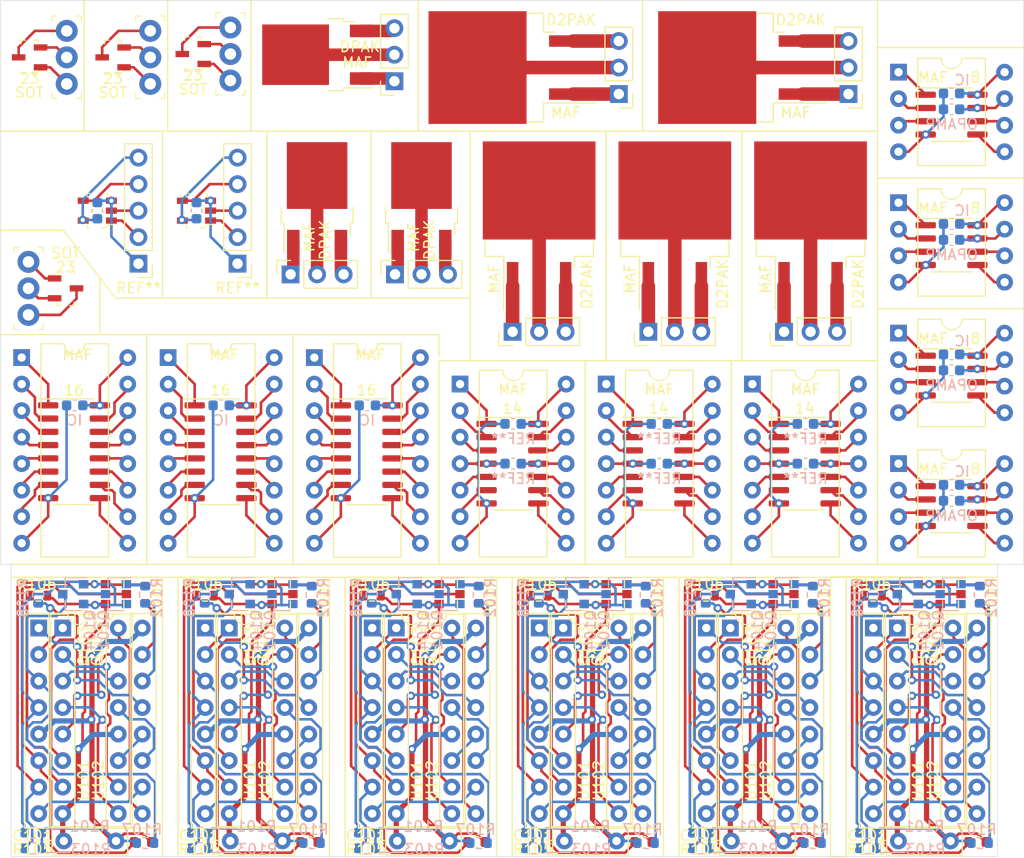
<source format=kicad_pcb>
(kicad_pcb (version 20171130) (host pcbnew 5.1.10-88a1d61d58~88~ubuntu18.04.1)
  (layers (0 F.Cu signal) (31 B.Cu signal) (34 B.Paste user) (35 F.Paste user) (36 B.SilkS user) (37 F.SilkS user) (38 B.Mask user) (39 F.Mask user) (44 Edge.Cuts user))
  (net 0 "")
  (module digikey-footprints:PinHeader_1x3_P2.54_Drill1.1mm (layer F.Cu) (at 101.666 63.024 270)
    (fp_text reference 23 (at 0.508 -3.556) (layer F.SilkS))
    (fp_text value PinHeader_1x3_P2.54_Drill1.1mm)
    (pad 3 thru_hole circle (at 5.08 0 270) (size 2.1 2.1) (drill 1.1) (layers *.Cu *.Mask))
    (pad 2 thru_hole circle (at 2.54 0 270) (size 2.1 2.1) (drill 1.1) (layers *.Cu *.Mask))
    (pad 1 thru_hole circle (at 0 0 270) (size 2.1 2.1) (drill 1.1) (layers *.Cu *.Mask))
  )
  (module digikey-footprints:SOT-23-3 (layer F.Cu) (at 105.222 65.564)
    (fp_text reference SOT (at 0.025 -3.375) (layer F.SilkS))
    (fp_text value SOT-23-3)
    (pad 1 smd rect (at -1.05 -0.95) (size 1.3 0.6) (layers F.Cu F.Paste F.Mask))
    (pad 2 smd rect (at -1.05 0.95) (size 1.3 0.6) (layers F.Cu F.Paste F.Mask))
    (pad 3 smd rect (at 1.05 0) (size 1.3 0.6) (layers F.Cu F.Paste F.Mask))
  )
  (module digikey-footprints:PinHeader_1x3_P2.54_Drill1.1mm (layer F.Cu) (at 105.334 45.976 90)
    (fp_text reference 23 (at 0.508 -3.556) (layer F.SilkS))
    (fp_text value PinHeader_1x3_P2.54_Drill1.1mm)
    (pad 3 thru_hole circle (at 5.08 0 90) (size 2.1 2.1) (drill 1.1) (layers *.Cu *.Mask))
    (pad 2 thru_hole circle (at 2.54 0 90) (size 2.1 2.1) (drill 1.1) (layers *.Cu *.Mask))
    (pad 1 thru_hole circle (at 0 0 90) (size 2.1 2.1) (drill 1.1) (layers *.Cu *.Mask))
  )
  (module digikey-footprints:SOT-23-3 (layer F.Cu) (at 101.778 43.436 180)
    (fp_text reference SOT (at 0.025 -3.375) (layer F.SilkS))
    (fp_text value SOT-23-3)
    (pad 1 smd rect (at -1.05 -0.95 180) (size 1.3 0.6) (layers F.Cu F.Paste F.Mask))
    (pad 2 smd rect (at -1.05 0.95 180) (size 1.3 0.6) (layers F.Cu F.Paste F.Mask))
    (pad 3 smd rect (at 1.05 0 180) (size 1.3 0.6) (layers F.Cu F.Paste F.Mask))
  )
  (module digikey-footprints:PinHeader_1x3_P2.54_Drill1.1mm (layer F.Cu) (at 113.334 45.976 90)
    (fp_text reference 23 (at 0.508 -3.556) (layer F.SilkS))
    (fp_text value PinHeader_1x3_P2.54_Drill1.1mm)
    (pad 3 thru_hole circle (at 5.08 0 90) (size 2.1 2.1) (drill 1.1) (layers *.Cu *.Mask))
    (pad 2 thru_hole circle (at 2.54 0 90) (size 2.1 2.1) (drill 1.1) (layers *.Cu *.Mask))
    (pad 1 thru_hole circle (at 0 0 90) (size 2.1 2.1) (drill 1.1) (layers *.Cu *.Mask))
  )
  (module digikey-footprints:SOT-23-3 (layer F.Cu) (at 109.778 43.436 180)
    (fp_text reference SOT (at 0.025 -3.375) (layer F.SilkS))
    (fp_text value SOT-23-3)
    (pad 1 smd rect (at -1.05 -0.95 180) (size 1.3 0.6) (layers F.Cu F.Paste F.Mask))
    (pad 2 smd rect (at -1.05 0.95 180) (size 1.3 0.6) (layers F.Cu F.Paste F.Mask))
    (pad 3 smd rect (at 1.05 0 180) (size 1.3 0.6) (layers F.Cu F.Paste F.Mask))
  )
  (module Connector_PinHeader_2.54mm:PinHeader_1x05_P2.54mm_Vertical (layer F.Cu) (at 112.2 63.2 180)
    (fp_text reference REF** (at 0 -2.33) (layer F.SilkS))
    (fp_text value PinHeader_1x05_P2.54mm_Vertical)
    (pad 5 thru_hole oval (at 0 10.16 180) (size 1.7 1.7) (drill 1) (layers *.Cu *.Mask))
    (pad 4 thru_hole oval (at 0 7.62 180) (size 1.7 1.7) (drill 1) (layers *.Cu *.Mask))
    (pad 3 thru_hole oval (at 0 5.08 180) (size 1.7 1.7) (drill 1) (layers *.Cu *.Mask))
    (pad 2 thru_hole oval (at 0 2.54 180) (size 1.7 1.7) (drill 1) (layers *.Cu *.Mask))
    (pad 1 thru_hole rect (at 0 0 180) (size 1.7 1.7) (drill 1) (layers *.Cu *.Mask))
  )
  (module Capacitor_SMD:C_0603_1608Metric (layer B.Cu) (at 108.263 58.12 270)
    (fp_text reference " " (at 0 1.43 90) (layer B.SilkS) (effects (justify mirror)))
    (fp_text value C_0603_1608Metric)
    (pad 2 smd roundrect (at 0.775 0 270) (size 0.9 0.95) (layers B.Cu B.Paste B.Mask))
    (pad 1 smd roundrect (at -0.775 0 270) (size 0.9 0.95) (layers B.Cu B.Paste B.Mask))
  )
  (module digikey-footprints:SOT-353 (layer F.Cu) (at 108.263 58.12 90)
    (fp_text reference " " (at -0.025 -3.375 90) (layer F.SilkS))
    (fp_text value SOT-753)
    (pad 5 smd rect (at -0.95 -1.35 90) (size 0.6 1.05) (layers F.Cu F.Paste F.Mask))
    (pad 4 smd rect (at 0.95 -1.35 90) (size 0.6 1.05) (layers F.Cu F.Paste F.Mask))
    (pad 3 smd rect (at 0.95 1.35 90) (size 0.6 1.05) (layers F.Cu F.Paste F.Mask))
    (pad 2 smd rect (at 0 1.35 90) (size 0.6 1.05) (layers F.Cu F.Paste F.Mask))
    (pad 1 smd rect (at -0.95 1.35 90) (size 0.6 1.05) (layers F.Cu F.Paste F.Mask))
  )
  (module Connector_PinHeader_2.54mm:PinHeader_1x05_P2.54mm_Vertical (layer F.Cu) (at 121.7 63.2 180)
    (fp_text reference REF** (at 0 -2.33) (layer F.SilkS))
    (fp_text value PinHeader_1x05_P2.54mm_Vertical)
    (pad 5 thru_hole oval (at 0 10.16 180) (size 1.7 1.7) (drill 1) (layers *.Cu *.Mask))
    (pad 4 thru_hole oval (at 0 7.62 180) (size 1.7 1.7) (drill 1) (layers *.Cu *.Mask))
    (pad 3 thru_hole oval (at 0 5.08 180) (size 1.7 1.7) (drill 1) (layers *.Cu *.Mask))
    (pad 2 thru_hole oval (at 0 2.54 180) (size 1.7 1.7) (drill 1) (layers *.Cu *.Mask))
    (pad 1 thru_hole rect (at 0 0 180) (size 1.7 1.7) (drill 1) (layers *.Cu *.Mask))
  )
  (module Capacitor_SMD:C_0603_1608Metric (layer B.Cu) (at 117.763 58.12 270)
    (fp_text reference " " (at 0 1.43 90) (layer B.SilkS) (effects (justify mirror)))
    (fp_text value C_0603_1608Metric)
    (pad 2 smd roundrect (at 0.775 0 270) (size 0.9 0.95) (layers B.Cu B.Paste B.Mask))
    (pad 1 smd roundrect (at -0.775 0 270) (size 0.9 0.95) (layers B.Cu B.Paste B.Mask))
  )
  (module digikey-footprints:SOT-353 (layer F.Cu) (at 117.763 58.12 90)
    (fp_text reference " " (at -0.025 -3.375 90) (layer F.SilkS))
    (fp_text value SOT-753)
    (pad 5 smd rect (at -0.95 -1.35 90) (size 0.6 1.05) (layers F.Cu F.Paste F.Mask))
    (pad 4 smd rect (at 0.95 -1.35 90) (size 0.6 1.05) (layers F.Cu F.Paste F.Mask))
    (pad 3 smd rect (at 0.95 1.35 90) (size 0.6 1.05) (layers F.Cu F.Paste F.Mask))
    (pad 2 smd rect (at 0 1.35 90) (size 0.6 1.05) (layers F.Cu F.Paste F.Mask))
    (pad 1 smd rect (at -0.95 1.35 90) (size 0.6 1.05) (layers F.Cu F.Paste F.Mask))
  )
  (module Package_TO_SOT_SMD:TO-252-2 (layer F.Cu) (at 129.356 43.182 180)
    (fp_text reference DPAK (at -4.064 0.762) (layer F.SilkS))
    (fp_text value TO-252-2)
    (pad 2 smd rect (at 2.1 0 180) (size 6.4 5.8) (layers F.Cu F.Mask))
    (pad 3 smd rect (at -4.2 2.28 180) (size 2.2 1.2) (layers F.Cu F.Paste F.Mask))
    (pad 1 smd rect (at -4.2 -2.28 180) (size 2.2 1.2) (layers F.Cu F.Paste F.Mask))
  )
  (module Connector_PinSocket_2.54mm:PinSocket_1x03_P2.54mm_Vertical (layer F.Cu) (at 136.722 45.722 180)
    (fp_text reference MAF (at 3.556 1.778) (layer F.SilkS))
    (fp_text value PinSocket_1x03_P2.54mm_Vertical)
    (pad 3 thru_hole oval (at 0 5.08 180) (size 1.7 1.7) (drill 1) (layers *.Cu *.Mask))
    (pad 2 thru_hole oval (at 0 2.54 180) (size 1.7 1.7) (drill 1) (layers *.Cu *.Mask))
    (pad 1 thru_hole rect (at 0 0 180) (size 1.7 1.7) (drill 1) (layers *.Cu *.Mask))
  )
  (module Package_TO_SOT_SMD:TO-252-2 (layer F.Cu) (at 129.318 56.856 90)
    (fp_text reference DPAK (at -4.064 0.762 90) (layer F.SilkS))
    (fp_text value TO-252-2)
    (pad 2 smd rect (at 2.1 0 90) (size 6.4 5.8) (layers F.Cu F.Mask))
    (pad 3 smd rect (at -4.2 2.28 90) (size 2.2 1.2) (layers F.Cu F.Paste F.Mask))
    (pad 1 smd rect (at -4.2 -2.28 90) (size 2.2 1.2) (layers F.Cu F.Paste F.Mask))
  )
  (module Connector_PinSocket_2.54mm:PinSocket_1x03_P2.54mm_Vertical (layer F.Cu) (at 126.778 64.222 90)
    (fp_text reference MAF (at 3.556 1.778 90) (layer F.SilkS))
    (fp_text value PinSocket_1x03_P2.54mm_Vertical)
    (pad 3 thru_hole oval (at 0 5.08 90) (size 1.7 1.7) (drill 1) (layers *.Cu *.Mask))
    (pad 2 thru_hole oval (at 0 2.54 90) (size 1.7 1.7) (drill 1) (layers *.Cu *.Mask))
    (pad 1 thru_hole rect (at 0 0 90) (size 1.7 1.7) (drill 1) (layers *.Cu *.Mask))
  )
  (module Package_TO_SOT_SMD:TO-252-2 (layer F.Cu) (at 139.318 56.856 90)
    (fp_text reference DPAK (at -4.064 0.762 90) (layer F.SilkS))
    (fp_text value TO-252-2)
    (pad 2 smd rect (at 2.1 0 90) (size 6.4 5.8) (layers F.Cu F.Mask))
    (pad 3 smd rect (at -4.2 2.28 90) (size 2.2 1.2) (layers F.Cu F.Paste F.Mask))
    (pad 1 smd rect (at -4.2 -2.28 90) (size 2.2 1.2) (layers F.Cu F.Paste F.Mask))
  )
  (module Connector_PinSocket_2.54mm:PinSocket_1x03_P2.54mm_Vertical (layer F.Cu) (at 136.778 64.222 90)
    (fp_text reference MAF (at 3.556 1.778 90) (layer F.SilkS))
    (fp_text value PinSocket_1x03_P2.54mm_Vertical)
    (pad 3 thru_hole oval (at 0 5.08 90) (size 1.7 1.7) (drill 1) (layers *.Cu *.Mask))
    (pad 2 thru_hole oval (at 0 2.54 90) (size 1.7 1.7) (drill 1) (layers *.Cu *.Mask))
    (pad 1 thru_hole rect (at 0 0 90) (size 1.7 1.7) (drill 1) (layers *.Cu *.Mask))
  )
  (module Connector_PinHeader_2.54mm:PinHeader_1x03_P2.54mm_Vertical (layer F.Cu) (at 158.222 46.952 180)
    (fp_text reference D2PAK (at 4.572 7.112) (layer F.SilkS))
    (fp_text value " ")
    (pad 3 thru_hole oval (at 0 5.08 180) (size 1.7 1.7) (drill 1) (layers *.Cu *.Mask))
    (pad 2 thru_hole oval (at 0 2.54 180) (size 1.7 1.7) (drill 1) (layers *.Cu *.Mask))
    (pad 1 thru_hole rect (at 0 0 180) (size 1.7 1.7) (drill 1) (layers *.Cu *.Mask))
  )
  (module Package_TO_SOT_SMD:TO-263-2 (layer F.Cu) (at 148.062 44.412 180)
    (fp_text reference MAF (at -5.08 -4.318) (layer F.SilkS))
    (fp_text value " ")
    (pad 2 smd rect (at 3.375 0 180) (size 9.4 10.8) (layers F.Cu F.Mask))
    (pad 3 smd rect (at -5.775 2.54 180) (size 4.6 1.1) (layers F.Cu F.Paste F.Mask))
    (pad 1 smd rect (at -5.775 -2.54 180) (size 4.6 1.1) (layers F.Cu F.Paste F.Mask))
  )
  (module Connector_PinHeader_2.54mm:PinHeader_1x03_P2.54mm_Vertical (layer F.Cu) (at 180.222 46.952 180)
    (fp_text reference D2PAK (at 4.572 7.112) (layer F.SilkS))
    (fp_text value " ")
    (pad 3 thru_hole oval (at 0 5.08 180) (size 1.7 1.7) (drill 1) (layers *.Cu *.Mask))
    (pad 2 thru_hole oval (at 0 2.54 180) (size 1.7 1.7) (drill 1) (layers *.Cu *.Mask))
    (pad 1 thru_hole rect (at 0 0 180) (size 1.7 1.7) (drill 1) (layers *.Cu *.Mask))
  )
  (module Package_TO_SOT_SMD:TO-263-2 (layer F.Cu) (at 170.062 44.412 180)
    (fp_text reference MAF (at -5.08 -4.318) (layer F.SilkS))
    (fp_text value " ")
    (pad 2 smd rect (at 3.375 0 180) (size 9.4 10.8) (layers F.Cu F.Mask))
    (pad 3 smd rect (at -5.775 2.54 180) (size 4.6 1.1) (layers F.Cu F.Paste F.Mask))
    (pad 1 smd rect (at -5.775 -2.54 180) (size 4.6 1.1) (layers F.Cu F.Paste F.Mask))
  )
  (module Connector_PinHeader_2.54mm:PinHeader_1x03_P2.54mm_Vertical (layer F.Cu) (at 148.048 69.722 90)
    (fp_text reference D2PAK (at 4.572 7.112 90) (layer F.SilkS))
    (fp_text value " ")
    (pad 3 thru_hole oval (at 0 5.08 90) (size 1.7 1.7) (drill 1) (layers *.Cu *.Mask))
    (pad 2 thru_hole oval (at 0 2.54 90) (size 1.7 1.7) (drill 1) (layers *.Cu *.Mask))
    (pad 1 thru_hole rect (at 0 0 90) (size 1.7 1.7) (drill 1) (layers *.Cu *.Mask))
  )
  (module Package_TO_SOT_SMD:TO-263-2 (layer F.Cu) (at 150.588 59.562 90)
    (fp_text reference MAF (at -5.08 -4.318 90) (layer F.SilkS))
    (fp_text value " ")
    (pad 2 smd rect (at 3.375 0 90) (size 9.4 10.8) (layers F.Cu F.Mask))
    (pad 3 smd rect (at -5.775 2.54 90) (size 4.6 1.1) (layers F.Cu F.Paste F.Mask))
    (pad 1 smd rect (at -5.775 -2.54 90) (size 4.6 1.1) (layers F.Cu F.Paste F.Mask))
  )
  (module Connector_PinHeader_2.54mm:PinHeader_1x03_P2.54mm_Vertical (layer F.Cu) (at 161.048 69.722 90)
    (fp_text reference D2PAK (at 4.572 7.112 90) (layer F.SilkS))
    (fp_text value " ")
    (pad 3 thru_hole oval (at 0 5.08 90) (size 1.7 1.7) (drill 1) (layers *.Cu *.Mask))
    (pad 2 thru_hole oval (at 0 2.54 90) (size 1.7 1.7) (drill 1) (layers *.Cu *.Mask))
    (pad 1 thru_hole rect (at 0 0 90) (size 1.7 1.7) (drill 1) (layers *.Cu *.Mask))
  )
  (module Package_TO_SOT_SMD:TO-263-2 (layer F.Cu) (at 163.588 59.562 90)
    (fp_text reference MAF (at -5.08 -4.318 90) (layer F.SilkS))
    (fp_text value " ")
    (pad 2 smd rect (at 3.375 0 90) (size 9.4 10.8) (layers F.Cu F.Mask))
    (pad 3 smd rect (at -5.775 2.54 90) (size 4.6 1.1) (layers F.Cu F.Paste F.Mask))
    (pad 1 smd rect (at -5.775 -2.54 90) (size 4.6 1.1) (layers F.Cu F.Paste F.Mask))
  )
  (module Connector_PinHeader_2.54mm:PinHeader_1x03_P2.54mm_Vertical (layer F.Cu) (at 174.048 69.722 90)
    (fp_text reference D2PAK (at 4.572 7.112 90) (layer F.SilkS))
    (fp_text value " ")
    (pad 3 thru_hole oval (at 0 5.08 90) (size 1.7 1.7) (drill 1) (layers *.Cu *.Mask))
    (pad 2 thru_hole oval (at 0 2.54 90) (size 1.7 1.7) (drill 1) (layers *.Cu *.Mask))
    (pad 1 thru_hole rect (at 0 0 90) (size 1.7 1.7) (drill 1) (layers *.Cu *.Mask))
  )
  (module Package_TO_SOT_SMD:TO-263-2 (layer F.Cu) (at 176.588 59.562 90)
    (fp_text reference MAF (at -5.08 -4.318 90) (layer F.SilkS))
    (fp_text value " ")
    (pad 2 smd rect (at 3.375 0 90) (size 9.4 10.8) (layers F.Cu F.Mask))
    (pad 3 smd rect (at -5.775 2.54 90) (size 4.6 1.1) (layers F.Cu F.Paste F.Mask))
    (pad 1 smd rect (at -5.775 -2.54 90) (size 4.6 1.1) (layers F.Cu F.Paste F.Mask))
  )
  (module Package_SO:SOIC-8_3.9x4.9mm_P1.27mm (layer F.Cu) (at 190.096 48.92)
    (fp_text reference 8 (at 2.286 -3.556) (layer F.SilkS))
    (fp_text value " ")
    (pad 8 smd roundrect (at 2.475 -1.905) (size 1.95 0.6) (layers F.Cu F.Paste F.Mask))
    (pad 7 smd roundrect (at 2.475 -0.635) (size 1.95 0.6) (layers F.Cu F.Paste F.Mask))
    (pad 6 smd roundrect (at 2.475 0.635) (size 1.95 0.6) (layers F.Cu F.Paste F.Mask))
    (pad 5 smd roundrect (at 2.475 1.905) (size 1.95 0.6) (layers F.Cu F.Paste F.Mask))
    (pad 4 smd roundrect (at -2.475 1.905) (size 1.95 0.6) (layers F.Cu F.Paste F.Mask))
    (pad 3 smd roundrect (at -2.475 0.635) (size 1.95 0.6) (layers F.Cu F.Paste F.Mask))
    (pad 2 smd roundrect (at -2.475 -0.635) (size 1.95 0.6) (layers F.Cu F.Paste F.Mask))
    (pad 1 smd roundrect (at -2.475 -1.905) (size 1.95 0.6) (layers F.Cu F.Paste F.Mask))
  )
  (module Package_DIP:DIP-8_W10.16mm (layer F.Cu) (at 185.016 44.856)
    (fp_text reference MAF (at 3.302 0.508) (layer F.SilkS))
    (fp_text value " ")
    (pad 8 thru_hole oval (at 10.16 0) (size 1.6 1.6) (drill 0.8) (layers *.Cu *.Mask))
    (pad 4 thru_hole oval (at 0 7.62) (size 1.6 1.6) (drill 0.8) (layers *.Cu *.Mask))
    (pad 7 thru_hole oval (at 10.16 2.54) (size 1.6 1.6) (drill 0.8) (layers *.Cu *.Mask))
    (pad 3 thru_hole oval (at 0 5.08) (size 1.6 1.6) (drill 0.8) (layers *.Cu *.Mask))
    (pad 6 thru_hole oval (at 10.16 5.08) (size 1.6 1.6) (drill 0.8) (layers *.Cu *.Mask))
    (pad 2 thru_hole oval (at 0 2.54) (size 1.6 1.6) (drill 0.8) (layers *.Cu *.Mask))
    (pad 5 thru_hole oval (at 10.16 7.62) (size 1.6 1.6) (drill 0.8) (layers *.Cu *.Mask))
    (pad 1 thru_hole rect (at 0 0) (size 1.6 1.6) (drill 0.8) (layers *.Cu *.Mask))
  )
  (module Capacitor_SMD:C_0603_1608Metric (layer B.Cu) (at 190.096 48.412)
    (fp_text reference OPAMP (at 0 1.43) (layer B.SilkS) (effects (justify mirror)))
    (fp_text value " ")
    (pad 2 smd roundrect (at 0.775 0) (size 0.9 0.95) (layers B.Cu B.Paste B.Mask))
    (pad 1 smd roundrect (at -0.775 0) (size 0.9 0.95) (layers B.Cu B.Paste B.Mask))
  )
  (module Capacitor_SMD:C_0603_1608Metric (layer B.Cu) (at 190.096 46.888)
    (fp_text reference IC (at 1.016 -1.27) (layer B.SilkS) (effects (justify mirror)))
    (fp_text value " ")
    (pad 2 smd roundrect (at 0.775 0) (size 0.9 0.95) (layers B.Cu B.Paste B.Mask))
    (pad 1 smd roundrect (at -0.775 0) (size 0.9 0.95) (layers B.Cu B.Paste B.Mask))
  )
  (module Package_SO:SOIC-8_3.9x4.9mm_P1.27mm (layer F.Cu) (at 190.096 61.42)
    (fp_text reference 8 (at 2.286 -3.556) (layer F.SilkS))
    (fp_text value " ")
    (pad 8 smd roundrect (at 2.475 -1.905) (size 1.95 0.6) (layers F.Cu F.Paste F.Mask))
    (pad 7 smd roundrect (at 2.475 -0.635) (size 1.95 0.6) (layers F.Cu F.Paste F.Mask))
    (pad 6 smd roundrect (at 2.475 0.635) (size 1.95 0.6) (layers F.Cu F.Paste F.Mask))
    (pad 5 smd roundrect (at 2.475 1.905) (size 1.95 0.6) (layers F.Cu F.Paste F.Mask))
    (pad 4 smd roundrect (at -2.475 1.905) (size 1.95 0.6) (layers F.Cu F.Paste F.Mask))
    (pad 3 smd roundrect (at -2.475 0.635) (size 1.95 0.6) (layers F.Cu F.Paste F.Mask))
    (pad 2 smd roundrect (at -2.475 -0.635) (size 1.95 0.6) (layers F.Cu F.Paste F.Mask))
    (pad 1 smd roundrect (at -2.475 -1.905) (size 1.95 0.6) (layers F.Cu F.Paste F.Mask))
  )
  (module Package_DIP:DIP-8_W10.16mm (layer F.Cu) (at 185.016 57.356)
    (fp_text reference MAF (at 3.302 0.508) (layer F.SilkS))
    (fp_text value " ")
    (pad 8 thru_hole oval (at 10.16 0) (size 1.6 1.6) (drill 0.8) (layers *.Cu *.Mask))
    (pad 4 thru_hole oval (at 0 7.62) (size 1.6 1.6) (drill 0.8) (layers *.Cu *.Mask))
    (pad 7 thru_hole oval (at 10.16 2.54) (size 1.6 1.6) (drill 0.8) (layers *.Cu *.Mask))
    (pad 3 thru_hole oval (at 0 5.08) (size 1.6 1.6) (drill 0.8) (layers *.Cu *.Mask))
    (pad 6 thru_hole oval (at 10.16 5.08) (size 1.6 1.6) (drill 0.8) (layers *.Cu *.Mask))
    (pad 2 thru_hole oval (at 0 2.54) (size 1.6 1.6) (drill 0.8) (layers *.Cu *.Mask))
    (pad 5 thru_hole oval (at 10.16 7.62) (size 1.6 1.6) (drill 0.8) (layers *.Cu *.Mask))
    (pad 1 thru_hole rect (at 0 0) (size 1.6 1.6) (drill 0.8) (layers *.Cu *.Mask))
  )
  (module Capacitor_SMD:C_0603_1608Metric (layer B.Cu) (at 190.096 60.912)
    (fp_text reference OPAMP (at 0 1.43) (layer B.SilkS) (effects (justify mirror)))
    (fp_text value " ")
    (pad 2 smd roundrect (at 0.775 0) (size 0.9 0.95) (layers B.Cu B.Paste B.Mask))
    (pad 1 smd roundrect (at -0.775 0) (size 0.9 0.95) (layers B.Cu B.Paste B.Mask))
  )
  (module Capacitor_SMD:C_0603_1608Metric (layer B.Cu) (at 190.096 59.388)
    (fp_text reference IC (at 1.016 -1.27) (layer B.SilkS) (effects (justify mirror)))
    (fp_text value " ")
    (pad 2 smd roundrect (at 0.775 0) (size 0.9 0.95) (layers B.Cu B.Paste B.Mask))
    (pad 1 smd roundrect (at -0.775 0) (size 0.9 0.95) (layers B.Cu B.Paste B.Mask))
  )
  (module Package_SO:SOIC-8_3.9x4.9mm_P1.27mm (layer F.Cu) (at 190.096 73.92)
    (fp_text reference 8 (at 2.286 -3.556) (layer F.SilkS))
    (fp_text value " ")
    (pad 8 smd roundrect (at 2.475 -1.905) (size 1.95 0.6) (layers F.Cu F.Paste F.Mask))
    (pad 7 smd roundrect (at 2.475 -0.635) (size 1.95 0.6) (layers F.Cu F.Paste F.Mask))
    (pad 6 smd roundrect (at 2.475 0.635) (size 1.95 0.6) (layers F.Cu F.Paste F.Mask))
    (pad 5 smd roundrect (at 2.475 1.905) (size 1.95 0.6) (layers F.Cu F.Paste F.Mask))
    (pad 4 smd roundrect (at -2.475 1.905) (size 1.95 0.6) (layers F.Cu F.Paste F.Mask))
    (pad 3 smd roundrect (at -2.475 0.635) (size 1.95 0.6) (layers F.Cu F.Paste F.Mask))
    (pad 2 smd roundrect (at -2.475 -0.635) (size 1.95 0.6) (layers F.Cu F.Paste F.Mask))
    (pad 1 smd roundrect (at -2.475 -1.905) (size 1.95 0.6) (layers F.Cu F.Paste F.Mask))
  )
  (module Package_DIP:DIP-8_W10.16mm (layer F.Cu) (at 185.016 69.856)
    (fp_text reference MAF (at 3.302 0.508) (layer F.SilkS))
    (fp_text value " ")
    (pad 8 thru_hole oval (at 10.16 0) (size 1.6 1.6) (drill 0.8) (layers *.Cu *.Mask))
    (pad 4 thru_hole oval (at 0 7.62) (size 1.6 1.6) (drill 0.8) (layers *.Cu *.Mask))
    (pad 7 thru_hole oval (at 10.16 2.54) (size 1.6 1.6) (drill 0.8) (layers *.Cu *.Mask))
    (pad 3 thru_hole oval (at 0 5.08) (size 1.6 1.6) (drill 0.8) (layers *.Cu *.Mask))
    (pad 6 thru_hole oval (at 10.16 5.08) (size 1.6 1.6) (drill 0.8) (layers *.Cu *.Mask))
    (pad 2 thru_hole oval (at 0 2.54) (size 1.6 1.6) (drill 0.8) (layers *.Cu *.Mask))
    (pad 5 thru_hole oval (at 10.16 7.62) (size 1.6 1.6) (drill 0.8) (layers *.Cu *.Mask))
    (pad 1 thru_hole rect (at 0 0) (size 1.6 1.6) (drill 0.8) (layers *.Cu *.Mask))
  )
  (module Capacitor_SMD:C_0603_1608Metric (layer B.Cu) (at 190.096 73.412)
    (fp_text reference OPAMP (at 0 1.43) (layer B.SilkS) (effects (justify mirror)))
    (fp_text value " ")
    (pad 2 smd roundrect (at 0.775 0) (size 0.9 0.95) (layers B.Cu B.Paste B.Mask))
    (pad 1 smd roundrect (at -0.775 0) (size 0.9 0.95) (layers B.Cu B.Paste B.Mask))
  )
  (module Capacitor_SMD:C_0603_1608Metric (layer B.Cu) (at 190.096 71.888)
    (fp_text reference IC (at 1.016 -1.27) (layer B.SilkS) (effects (justify mirror)))
    (fp_text value " ")
    (pad 2 smd roundrect (at 0.775 0) (size 0.9 0.95) (layers B.Cu B.Paste B.Mask))
    (pad 1 smd roundrect (at -0.775 0) (size 0.9 0.95) (layers B.Cu B.Paste B.Mask))
  )
  (module Package_SO:SOIC-8_3.9x4.9mm_P1.27mm (layer F.Cu) (at 190.096 86.42)
    (fp_text reference 8 (at 2.286 -3.556) (layer F.SilkS))
    (fp_text value " ")
    (pad 8 smd roundrect (at 2.475 -1.905) (size 1.95 0.6) (layers F.Cu F.Paste F.Mask))
    (pad 7 smd roundrect (at 2.475 -0.635) (size 1.95 0.6) (layers F.Cu F.Paste F.Mask))
    (pad 6 smd roundrect (at 2.475 0.635) (size 1.95 0.6) (layers F.Cu F.Paste F.Mask))
    (pad 5 smd roundrect (at 2.475 1.905) (size 1.95 0.6) (layers F.Cu F.Paste F.Mask))
    (pad 4 smd roundrect (at -2.475 1.905) (size 1.95 0.6) (layers F.Cu F.Paste F.Mask))
    (pad 3 smd roundrect (at -2.475 0.635) (size 1.95 0.6) (layers F.Cu F.Paste F.Mask))
    (pad 2 smd roundrect (at -2.475 -0.635) (size 1.95 0.6) (layers F.Cu F.Paste F.Mask))
    (pad 1 smd roundrect (at -2.475 -1.905) (size 1.95 0.6) (layers F.Cu F.Paste F.Mask))
  )
  (module Package_DIP:DIP-8_W10.16mm (layer F.Cu) (at 185.016 82.356)
    (fp_text reference MAF (at 3.302 0.508) (layer F.SilkS))
    (fp_text value " ")
    (pad 8 thru_hole oval (at 10.16 0) (size 1.6 1.6) (drill 0.8) (layers *.Cu *.Mask))
    (pad 4 thru_hole oval (at 0 7.62) (size 1.6 1.6) (drill 0.8) (layers *.Cu *.Mask))
    (pad 7 thru_hole oval (at 10.16 2.54) (size 1.6 1.6) (drill 0.8) (layers *.Cu *.Mask))
    (pad 3 thru_hole oval (at 0 5.08) (size 1.6 1.6) (drill 0.8) (layers *.Cu *.Mask))
    (pad 6 thru_hole oval (at 10.16 5.08) (size 1.6 1.6) (drill 0.8) (layers *.Cu *.Mask))
    (pad 2 thru_hole oval (at 0 2.54) (size 1.6 1.6) (drill 0.8) (layers *.Cu *.Mask))
    (pad 5 thru_hole oval (at 10.16 7.62) (size 1.6 1.6) (drill 0.8) (layers *.Cu *.Mask))
    (pad 1 thru_hole rect (at 0 0) (size 1.6 1.6) (drill 0.8) (layers *.Cu *.Mask))
  )
  (module Capacitor_SMD:C_0603_1608Metric (layer B.Cu) (at 190.096 85.912)
    (fp_text reference OPAMP (at 0 1.43) (layer B.SilkS) (effects (justify mirror)))
    (fp_text value " ")
    (pad 2 smd roundrect (at 0.775 0) (size 0.9 0.95) (layers B.Cu B.Paste B.Mask))
    (pad 1 smd roundrect (at -0.775 0) (size 0.9 0.95) (layers B.Cu B.Paste B.Mask))
  )
  (module Capacitor_SMD:C_0603_1608Metric (layer B.Cu) (at 190.096 84.388)
    (fp_text reference IC (at 1.016 -1.27) (layer B.SilkS) (effects (justify mirror)))
    (fp_text value " ")
    (pad 2 smd roundrect (at 0.775 0) (size 0.9 0.95) (layers B.Cu B.Paste B.Mask))
    (pad 1 smd roundrect (at -0.775 0) (size 0.9 0.95) (layers B.Cu B.Paste B.Mask))
  )
  (module Package_SO:SOIC-14_3.9x8.7mm_P1.27mm (layer F.Cu) (at 176.031 82.356)
    (fp_text reference 14 (at 0 -5.28) (layer F.SilkS))
    (fp_text value SOIC-14_3.9x8.7mm_P1.27mm)
    (pad 14 smd roundrect (at 2.475 -3.81) (size 1.95 0.6) (layers F.Cu F.Paste F.Mask))
    (pad 13 smd roundrect (at 2.475 -2.54) (size 1.95 0.6) (layers F.Cu F.Paste F.Mask))
    (pad 12 smd roundrect (at 2.475 -1.27) (size 1.95 0.6) (layers F.Cu F.Paste F.Mask))
    (pad 11 smd roundrect (at 2.475 0) (size 1.95 0.6) (layers F.Cu F.Paste F.Mask))
    (pad 10 smd roundrect (at 2.475 1.27) (size 1.95 0.6) (layers F.Cu F.Paste F.Mask))
    (pad 9 smd roundrect (at 2.475 2.54) (size 1.95 0.6) (layers F.Cu F.Paste F.Mask))
    (pad 8 smd roundrect (at 2.475 3.81) (size 1.95 0.6) (layers F.Cu F.Paste F.Mask))
    (pad 7 smd roundrect (at -2.475 3.81) (size 1.95 0.6) (layers F.Cu F.Paste F.Mask))
    (pad 6 smd roundrect (at -2.475 2.54) (size 1.95 0.6) (layers F.Cu F.Paste F.Mask))
    (pad 5 smd roundrect (at -2.475 1.27) (size 1.95 0.6) (layers F.Cu F.Paste F.Mask))
    (pad 4 smd roundrect (at -2.475 0) (size 1.95 0.6) (layers F.Cu F.Paste F.Mask))
    (pad 3 smd roundrect (at -2.475 -1.27) (size 1.95 0.6) (layers F.Cu F.Paste F.Mask))
    (pad 2 smd roundrect (at -2.475 -2.54) (size 1.95 0.6) (layers F.Cu F.Paste F.Mask))
    (pad 1 smd roundrect (at -2.475 -3.81) (size 1.95 0.6) (layers F.Cu F.Paste F.Mask))
  )
  (module Capacitor_SMD:C_0603_1608Metric (layer B.Cu) (at 176.096 82.356)
    (fp_text reference REF** (at 0 1.43) (layer B.SilkS) (effects (justify mirror)))
    (fp_text value C_0603_1608Metric)
    (pad 2 smd roundrect (at 0.775 0) (size 0.9 0.95) (layers B.Cu B.Paste B.Mask))
    (pad 1 smd roundrect (at -0.775 0) (size 0.9 0.95) (layers B.Cu B.Paste B.Mask))
  )
  (module Package_DIP:DIP-14_W10.16mm (layer F.Cu) (at 171.016 74.736)
    (fp_text reference MAF (at 5.08 0.508) (layer F.SilkS))
    (fp_text value DIP-14_W10.16mm)
    (pad 14 thru_hole oval (at 10.16 0) (size 1.6 1.6) (drill 0.8) (layers *.Cu *.Mask))
    (pad 7 thru_hole oval (at 0 15.24) (size 1.6 1.6) (drill 0.8) (layers *.Cu *.Mask))
    (pad 13 thru_hole oval (at 10.16 2.54) (size 1.6 1.6) (drill 0.8) (layers *.Cu *.Mask))
    (pad 6 thru_hole oval (at 0 12.7) (size 1.6 1.6) (drill 0.8) (layers *.Cu *.Mask))
    (pad 12 thru_hole oval (at 10.16 5.08) (size 1.6 1.6) (drill 0.8) (layers *.Cu *.Mask))
    (pad 5 thru_hole oval (at 0 10.16) (size 1.6 1.6) (drill 0.8) (layers *.Cu *.Mask))
    (pad 11 thru_hole oval (at 10.16 7.62) (size 1.6 1.6) (drill 0.8) (layers *.Cu *.Mask))
    (pad 4 thru_hole oval (at 0 7.62) (size 1.6 1.6) (drill 0.8) (layers *.Cu *.Mask))
    (pad 10 thru_hole oval (at 10.16 10.16) (size 1.6 1.6) (drill 0.8) (layers *.Cu *.Mask))
    (pad 3 thru_hole oval (at 0 5.08) (size 1.6 1.6) (drill 0.8) (layers *.Cu *.Mask))
    (pad 9 thru_hole oval (at 10.16 12.7) (size 1.6 1.6) (drill 0.8) (layers *.Cu *.Mask))
    (pad 2 thru_hole oval (at 0 2.54) (size 1.6 1.6) (drill 0.8) (layers *.Cu *.Mask))
    (pad 8 thru_hole oval (at 10.16 15.24) (size 1.6 1.6) (drill 0.8) (layers *.Cu *.Mask))
    (pad 1 thru_hole rect (at 0 0) (size 1.6 1.6) (drill 0.8) (layers *.Cu *.Mask))
  )
  (module Capacitor_SMD:C_0603_1608Metric (layer B.Cu) (at 176.096 78.546)
    (fp_text reference REF** (at 0 1.43) (layer B.SilkS) (effects (justify mirror)))
    (fp_text value C_0603_1608Metric)
    (pad 2 smd roundrect (at 0.775 0) (size 0.9 0.95) (layers B.Cu B.Paste B.Mask))
    (pad 1 smd roundrect (at -0.775 0) (size 0.9 0.95) (layers B.Cu B.Paste B.Mask))
  )
  (module Package_SO:SOIC-14_3.9x8.7mm_P1.27mm (layer F.Cu) (at 162.031 82.356)
    (fp_text reference 14 (at 0 -5.28) (layer F.SilkS))
    (fp_text value SOIC-14_3.9x8.7mm_P1.27mm)
    (pad 14 smd roundrect (at 2.475 -3.81) (size 1.95 0.6) (layers F.Cu F.Paste F.Mask))
    (pad 13 smd roundrect (at 2.475 -2.54) (size 1.95 0.6) (layers F.Cu F.Paste F.Mask))
    (pad 12 smd roundrect (at 2.475 -1.27) (size 1.95 0.6) (layers F.Cu F.Paste F.Mask))
    (pad 11 smd roundrect (at 2.475 0) (size 1.95 0.6) (layers F.Cu F.Paste F.Mask))
    (pad 10 smd roundrect (at 2.475 1.27) (size 1.95 0.6) (layers F.Cu F.Paste F.Mask))
    (pad 9 smd roundrect (at 2.475 2.54) (size 1.95 0.6) (layers F.Cu F.Paste F.Mask))
    (pad 8 smd roundrect (at 2.475 3.81) (size 1.95 0.6) (layers F.Cu F.Paste F.Mask))
    (pad 7 smd roundrect (at -2.475 3.81) (size 1.95 0.6) (layers F.Cu F.Paste F.Mask))
    (pad 6 smd roundrect (at -2.475 2.54) (size 1.95 0.6) (layers F.Cu F.Paste F.Mask))
    (pad 5 smd roundrect (at -2.475 1.27) (size 1.95 0.6) (layers F.Cu F.Paste F.Mask))
    (pad 4 smd roundrect (at -2.475 0) (size 1.95 0.6) (layers F.Cu F.Paste F.Mask))
    (pad 3 smd roundrect (at -2.475 -1.27) (size 1.95 0.6) (layers F.Cu F.Paste F.Mask))
    (pad 2 smd roundrect (at -2.475 -2.54) (size 1.95 0.6) (layers F.Cu F.Paste F.Mask))
    (pad 1 smd roundrect (at -2.475 -3.81) (size 1.95 0.6) (layers F.Cu F.Paste F.Mask))
  )
  (module Capacitor_SMD:C_0603_1608Metric (layer B.Cu) (at 162.096 82.356)
    (fp_text reference REF** (at 0 1.43) (layer B.SilkS) (effects (justify mirror)))
    (fp_text value C_0603_1608Metric)
    (pad 2 smd roundrect (at 0.775 0) (size 0.9 0.95) (layers B.Cu B.Paste B.Mask))
    (pad 1 smd roundrect (at -0.775 0) (size 0.9 0.95) (layers B.Cu B.Paste B.Mask))
  )
  (module Package_DIP:DIP-14_W10.16mm (layer F.Cu) (at 157.016 74.736)
    (fp_text reference MAF (at 5.08 0.508) (layer F.SilkS))
    (fp_text value DIP-14_W10.16mm)
    (pad 14 thru_hole oval (at 10.16 0) (size 1.6 1.6) (drill 0.8) (layers *.Cu *.Mask))
    (pad 7 thru_hole oval (at 0 15.24) (size 1.6 1.6) (drill 0.8) (layers *.Cu *.Mask))
    (pad 13 thru_hole oval (at 10.16 2.54) (size 1.6 1.6) (drill 0.8) (layers *.Cu *.Mask))
    (pad 6 thru_hole oval (at 0 12.7) (size 1.6 1.6) (drill 0.8) (layers *.Cu *.Mask))
    (pad 12 thru_hole oval (at 10.16 5.08) (size 1.6 1.6) (drill 0.8) (layers *.Cu *.Mask))
    (pad 5 thru_hole oval (at 0 10.16) (size 1.6 1.6) (drill 0.8) (layers *.Cu *.Mask))
    (pad 11 thru_hole oval (at 10.16 7.62) (size 1.6 1.6) (drill 0.8) (layers *.Cu *.Mask))
    (pad 4 thru_hole oval (at 0 7.62) (size 1.6 1.6) (drill 0.8) (layers *.Cu *.Mask))
    (pad 10 thru_hole oval (at 10.16 10.16) (size 1.6 1.6) (drill 0.8) (layers *.Cu *.Mask))
    (pad 3 thru_hole oval (at 0 5.08) (size 1.6 1.6) (drill 0.8) (layers *.Cu *.Mask))
    (pad 9 thru_hole oval (at 10.16 12.7) (size 1.6 1.6) (drill 0.8) (layers *.Cu *.Mask))
    (pad 2 thru_hole oval (at 0 2.54) (size 1.6 1.6) (drill 0.8) (layers *.Cu *.Mask))
    (pad 8 thru_hole oval (at 10.16 15.24) (size 1.6 1.6) (drill 0.8) (layers *.Cu *.Mask))
    (pad 1 thru_hole rect (at 0 0) (size 1.6 1.6) (drill 0.8) (layers *.Cu *.Mask))
  )
  (module Capacitor_SMD:C_0603_1608Metric (layer B.Cu) (at 162.096 78.546)
    (fp_text reference REF** (at 0 1.43) (layer B.SilkS) (effects (justify mirror)))
    (fp_text value C_0603_1608Metric)
    (pad 2 smd roundrect (at 0.775 0) (size 0.9 0.95) (layers B.Cu B.Paste B.Mask))
    (pad 1 smd roundrect (at -0.775 0) (size 0.9 0.95) (layers B.Cu B.Paste B.Mask))
  )
  (module Package_SO:SOIC-14_3.9x8.7mm_P1.27mm (layer F.Cu) (at 148.031 82.356)
    (fp_text reference 14 (at 0 -5.28) (layer F.SilkS))
    (fp_text value SOIC-14_3.9x8.7mm_P1.27mm)
    (pad 14 smd roundrect (at 2.475 -3.81) (size 1.95 0.6) (layers F.Cu F.Paste F.Mask))
    (pad 13 smd roundrect (at 2.475 -2.54) (size 1.95 0.6) (layers F.Cu F.Paste F.Mask))
    (pad 12 smd roundrect (at 2.475 -1.27) (size 1.95 0.6) (layers F.Cu F.Paste F.Mask))
    (pad 11 smd roundrect (at 2.475 0) (size 1.95 0.6) (layers F.Cu F.Paste F.Mask))
    (pad 10 smd roundrect (at 2.475 1.27) (size 1.95 0.6) (layers F.Cu F.Paste F.Mask))
    (pad 9 smd roundrect (at 2.475 2.54) (size 1.95 0.6) (layers F.Cu F.Paste F.Mask))
    (pad 8 smd roundrect (at 2.475 3.81) (size 1.95 0.6) (layers F.Cu F.Paste F.Mask))
    (pad 7 smd roundrect (at -2.475 3.81) (size 1.95 0.6) (layers F.Cu F.Paste F.Mask))
    (pad 6 smd roundrect (at -2.475 2.54) (size 1.95 0.6) (layers F.Cu F.Paste F.Mask))
    (pad 5 smd roundrect (at -2.475 1.27) (size 1.95 0.6) (layers F.Cu F.Paste F.Mask))
    (pad 4 smd roundrect (at -2.475 0) (size 1.95 0.6) (layers F.Cu F.Paste F.Mask))
    (pad 3 smd roundrect (at -2.475 -1.27) (size 1.95 0.6) (layers F.Cu F.Paste F.Mask))
    (pad 2 smd roundrect (at -2.475 -2.54) (size 1.95 0.6) (layers F.Cu F.Paste F.Mask))
    (pad 1 smd roundrect (at -2.475 -3.81) (size 1.95 0.6) (layers F.Cu F.Paste F.Mask))
  )
  (module Capacitor_SMD:C_0603_1608Metric (layer B.Cu) (at 148.096 82.356)
    (fp_text reference REF** (at 0 1.43) (layer B.SilkS) (effects (justify mirror)))
    (fp_text value C_0603_1608Metric)
    (pad 2 smd roundrect (at 0.775 0) (size 0.9 0.95) (layers B.Cu B.Paste B.Mask))
    (pad 1 smd roundrect (at -0.775 0) (size 0.9 0.95) (layers B.Cu B.Paste B.Mask))
  )
  (module Package_DIP:DIP-14_W10.16mm (layer F.Cu) (at 143.016 74.736)
    (fp_text reference MAF (at 5.08 0.508) (layer F.SilkS))
    (fp_text value DIP-14_W10.16mm)
    (pad 14 thru_hole oval (at 10.16 0) (size 1.6 1.6) (drill 0.8) (layers *.Cu *.Mask))
    (pad 7 thru_hole oval (at 0 15.24) (size 1.6 1.6) (drill 0.8) (layers *.Cu *.Mask))
    (pad 13 thru_hole oval (at 10.16 2.54) (size 1.6 1.6) (drill 0.8) (layers *.Cu *.Mask))
    (pad 6 thru_hole oval (at 0 12.7) (size 1.6 1.6) (drill 0.8) (layers *.Cu *.Mask))
    (pad 12 thru_hole oval (at 10.16 5.08) (size 1.6 1.6) (drill 0.8) (layers *.Cu *.Mask))
    (pad 5 thru_hole oval (at 0 10.16) (size 1.6 1.6) (drill 0.8) (layers *.Cu *.Mask))
    (pad 11 thru_hole oval (at 10.16 7.62) (size 1.6 1.6) (drill 0.8) (layers *.Cu *.Mask))
    (pad 4 thru_hole oval (at 0 7.62) (size 1.6 1.6) (drill 0.8) (layers *.Cu *.Mask))
    (pad 10 thru_hole oval (at 10.16 10.16) (size 1.6 1.6) (drill 0.8) (layers *.Cu *.Mask))
    (pad 3 thru_hole oval (at 0 5.08) (size 1.6 1.6) (drill 0.8) (layers *.Cu *.Mask))
    (pad 9 thru_hole oval (at 10.16 12.7) (size 1.6 1.6) (drill 0.8) (layers *.Cu *.Mask))
    (pad 2 thru_hole oval (at 0 2.54) (size 1.6 1.6) (drill 0.8) (layers *.Cu *.Mask))
    (pad 8 thru_hole oval (at 10.16 15.24) (size 1.6 1.6) (drill 0.8) (layers *.Cu *.Mask))
    (pad 1 thru_hole rect (at 0 0) (size 1.6 1.6) (drill 0.8) (layers *.Cu *.Mask))
  )
  (module Capacitor_SMD:C_0603_1608Metric (layer B.Cu) (at 148.096 78.546)
    (fp_text reference REF** (at 0 1.43) (layer B.SilkS) (effects (justify mirror)))
    (fp_text value C_0603_1608Metric)
    (pad 2 smd roundrect (at 0.775 0) (size 0.9 0.95) (layers B.Cu B.Paste B.Mask))
    (pad 1 smd roundrect (at -0.775 0) (size 0.9 0.95) (layers B.Cu B.Paste B.Mask))
  )
  (module Package_SO:SOIC-16_3.9x9.9mm_P1.27mm (layer F.Cu) (at 134.065 81.217)
    (fp_text reference 16 (at 0 -5.9) (layer F.SilkS))
    (fp_text value SOIC-16_3.9x9.9mm_P1.27mm)
    (pad 1 smd roundrect (at -2.475 -4.445) (size 1.95 0.6) (layers F.Cu F.Paste F.Mask))
    (pad 2 smd roundrect (at -2.475 -3.175) (size 1.95 0.6) (layers F.Cu F.Paste F.Mask))
    (pad 3 smd roundrect (at -2.475 -1.905) (size 1.95 0.6) (layers F.Cu F.Paste F.Mask))
    (pad 4 smd roundrect (at -2.475 -0.635) (size 1.95 0.6) (layers F.Cu F.Paste F.Mask))
    (pad 5 smd roundrect (at -2.475 0.635) (size 1.95 0.6) (layers F.Cu F.Paste F.Mask))
    (pad 6 smd roundrect (at -2.475 1.905) (size 1.95 0.6) (layers F.Cu F.Paste F.Mask))
    (pad 7 smd roundrect (at -2.475 3.175) (size 1.95 0.6) (layers F.Cu F.Paste F.Mask))
    (pad 8 smd roundrect (at -2.475 4.445) (size 1.95 0.6) (layers F.Cu F.Paste F.Mask))
    (pad 9 smd roundrect (at 2.475 4.445) (size 1.95 0.6) (layers F.Cu F.Paste F.Mask))
    (pad 10 smd roundrect (at 2.475 3.175) (size 1.95 0.6) (layers F.Cu F.Paste F.Mask))
    (pad 11 smd roundrect (at 2.475 1.905) (size 1.95 0.6) (layers F.Cu F.Paste F.Mask))
    (pad 12 smd roundrect (at 2.475 0.635) (size 1.95 0.6) (layers F.Cu F.Paste F.Mask))
    (pad 13 smd roundrect (at 2.475 -0.635) (size 1.95 0.6) (layers F.Cu F.Paste F.Mask))
    (pad 14 smd roundrect (at 2.475 -1.905) (size 1.95 0.6) (layers F.Cu F.Paste F.Mask))
    (pad 15 smd roundrect (at 2.475 -3.175) (size 1.95 0.6) (layers F.Cu F.Paste F.Mask))
    (pad 16 smd roundrect (at 2.475 -4.445) (size 1.95 0.6) (layers F.Cu F.Paste F.Mask))
  )
  (module Package_DIP:DIP-16_W10.16mm (layer F.Cu) (at 129.05 72.2)
    (fp_text reference MAF (at 5.334 -0.254) (layer F.SilkS))
    (fp_text value DIP-16_W10.16mm)
    (pad 1 thru_hole rect (at 0 0) (size 1.6 1.6) (drill 0.8) (layers *.Cu *.Mask))
    (pad 9 thru_hole oval (at 10.16 17.78) (size 1.6 1.6) (drill 0.8) (layers *.Cu *.Mask))
    (pad 2 thru_hole oval (at 0 2.54) (size 1.6 1.6) (drill 0.8) (layers *.Cu *.Mask))
    (pad 10 thru_hole oval (at 10.16 15.24) (size 1.6 1.6) (drill 0.8) (layers *.Cu *.Mask))
    (pad 3 thru_hole oval (at 0 5.08) (size 1.6 1.6) (drill 0.8) (layers *.Cu *.Mask))
    (pad 11 thru_hole oval (at 10.16 12.7) (size 1.6 1.6) (drill 0.8) (layers *.Cu *.Mask))
    (pad 4 thru_hole oval (at 0 7.62) (size 1.6 1.6) (drill 0.8) (layers *.Cu *.Mask))
    (pad 12 thru_hole oval (at 10.16 10.16) (size 1.6 1.6) (drill 0.8) (layers *.Cu *.Mask))
    (pad 5 thru_hole oval (at 0 10.16) (size 1.6 1.6) (drill 0.8) (layers *.Cu *.Mask))
    (pad 13 thru_hole oval (at 10.16 7.62) (size 1.6 1.6) (drill 0.8) (layers *.Cu *.Mask))
    (pad 6 thru_hole oval (at 0 12.7) (size 1.6 1.6) (drill 0.8) (layers *.Cu *.Mask))
    (pad 14 thru_hole oval (at 10.16 5.08) (size 1.6 1.6) (drill 0.8) (layers *.Cu *.Mask))
    (pad 7 thru_hole oval (at 0 15.24) (size 1.6 1.6) (drill 0.8) (layers *.Cu *.Mask))
    (pad 15 thru_hole oval (at 10.16 2.54) (size 1.6 1.6) (drill 0.8) (layers *.Cu *.Mask))
    (pad 8 thru_hole oval (at 0 17.78) (size 1.6 1.6) (drill 0.8) (layers *.Cu *.Mask))
    (pad 16 thru_hole oval (at 10.16 0) (size 1.6 1.6) (drill 0.8) (layers *.Cu *.Mask))
  )
  (module Capacitor_SMD:C_0603_1608Metric (layer B.Cu) (at 134.13 76.772)
    (fp_text reference IC (at 0 1.43) (layer B.SilkS) (effects (justify mirror)))
    (fp_text value C_0603_1608Metric)
    (pad 1 smd roundrect (at -0.775 0) (size 0.9 0.95) (layers B.Cu B.Paste B.Mask))
    (pad 2 smd roundrect (at 0.775 0) (size 0.9 0.95) (layers B.Cu B.Paste B.Mask))
  )
  (module Package_SO:SOIC-16_3.9x9.9mm_P1.27mm (layer F.Cu) (at 120.065 81.217)
    (fp_text reference 16 (at 0 -5.9) (layer F.SilkS))
    (fp_text value SOIC-16_3.9x9.9mm_P1.27mm)
    (pad 1 smd roundrect (at -2.475 -4.445) (size 1.95 0.6) (layers F.Cu F.Paste F.Mask))
    (pad 2 smd roundrect (at -2.475 -3.175) (size 1.95 0.6) (layers F.Cu F.Paste F.Mask))
    (pad 3 smd roundrect (at -2.475 -1.905) (size 1.95 0.6) (layers F.Cu F.Paste F.Mask))
    (pad 4 smd roundrect (at -2.475 -0.635) (size 1.95 0.6) (layers F.Cu F.Paste F.Mask))
    (pad 5 smd roundrect (at -2.475 0.635) (size 1.95 0.6) (layers F.Cu F.Paste F.Mask))
    (pad 6 smd roundrect (at -2.475 1.905) (size 1.95 0.6) (layers F.Cu F.Paste F.Mask))
    (pad 7 smd roundrect (at -2.475 3.175) (size 1.95 0.6) (layers F.Cu F.Paste F.Mask))
    (pad 8 smd roundrect (at -2.475 4.445) (size 1.95 0.6) (layers F.Cu F.Paste F.Mask))
    (pad 9 smd roundrect (at 2.475 4.445) (size 1.95 0.6) (layers F.Cu F.Paste F.Mask))
    (pad 10 smd roundrect (at 2.475 3.175) (size 1.95 0.6) (layers F.Cu F.Paste F.Mask))
    (pad 11 smd roundrect (at 2.475 1.905) (size 1.95 0.6) (layers F.Cu F.Paste F.Mask))
    (pad 12 smd roundrect (at 2.475 0.635) (size 1.95 0.6) (layers F.Cu F.Paste F.Mask))
    (pad 13 smd roundrect (at 2.475 -0.635) (size 1.95 0.6) (layers F.Cu F.Paste F.Mask))
    (pad 14 smd roundrect (at 2.475 -1.905) (size 1.95 0.6) (layers F.Cu F.Paste F.Mask))
    (pad 15 smd roundrect (at 2.475 -3.175) (size 1.95 0.6) (layers F.Cu F.Paste F.Mask))
    (pad 16 smd roundrect (at 2.475 -4.445) (size 1.95 0.6) (layers F.Cu F.Paste F.Mask))
  )
  (module Package_DIP:DIP-16_W10.16mm (layer F.Cu) (at 115.05 72.2)
    (fp_text reference MAF (at 5.334 -0.254) (layer F.SilkS))
    (fp_text value DIP-16_W10.16mm)
    (pad 1 thru_hole rect (at 0 0) (size 1.6 1.6) (drill 0.8) (layers *.Cu *.Mask))
    (pad 9 thru_hole oval (at 10.16 17.78) (size 1.6 1.6) (drill 0.8) (layers *.Cu *.Mask))
    (pad 2 thru_hole oval (at 0 2.54) (size 1.6 1.6) (drill 0.8) (layers *.Cu *.Mask))
    (pad 10 thru_hole oval (at 10.16 15.24) (size 1.6 1.6) (drill 0.8) (layers *.Cu *.Mask))
    (pad 3 thru_hole oval (at 0 5.08) (size 1.6 1.6) (drill 0.8) (layers *.Cu *.Mask))
    (pad 11 thru_hole oval (at 10.16 12.7) (size 1.6 1.6) (drill 0.8) (layers *.Cu *.Mask))
    (pad 4 thru_hole oval (at 0 7.62) (size 1.6 1.6) (drill 0.8) (layers *.Cu *.Mask))
    (pad 12 thru_hole oval (at 10.16 10.16) (size 1.6 1.6) (drill 0.8) (layers *.Cu *.Mask))
    (pad 5 thru_hole oval (at 0 10.16) (size 1.6 1.6) (drill 0.8) (layers *.Cu *.Mask))
    (pad 13 thru_hole oval (at 10.16 7.62) (size 1.6 1.6) (drill 0.8) (layers *.Cu *.Mask))
    (pad 6 thru_hole oval (at 0 12.7) (size 1.6 1.6) (drill 0.8) (layers *.Cu *.Mask))
    (pad 14 thru_hole oval (at 10.16 5.08) (size 1.6 1.6) (drill 0.8) (layers *.Cu *.Mask))
    (pad 7 thru_hole oval (at 0 15.24) (size 1.6 1.6) (drill 0.8) (layers *.Cu *.Mask))
    (pad 15 thru_hole oval (at 10.16 2.54) (size 1.6 1.6) (drill 0.8) (layers *.Cu *.Mask))
    (pad 8 thru_hole oval (at 0 17.78) (size 1.6 1.6) (drill 0.8) (layers *.Cu *.Mask))
    (pad 16 thru_hole oval (at 10.16 0) (size 1.6 1.6) (drill 0.8) (layers *.Cu *.Mask))
  )
  (module Capacitor_SMD:C_0603_1608Metric (layer B.Cu) (at 120.13 76.772)
    (fp_text reference IC (at 0 1.43) (layer B.SilkS) (effects (justify mirror)))
    (fp_text value C_0603_1608Metric)
    (pad 1 smd roundrect (at -0.775 0) (size 0.9 0.95) (layers B.Cu B.Paste B.Mask))
    (pad 2 smd roundrect (at 0.775 0) (size 0.9 0.95) (layers B.Cu B.Paste B.Mask))
  )
  (module Package_DIP:DIP-16_W10.16mm (layer F.Cu) (at 101.016 72.196)
    (fp_text reference MAF (at 5.334 -0.254) (layer F.SilkS))
    (fp_text value DIP-16_W10.16mm)
    (pad 16 thru_hole oval (at 10.16 0) (size 1.6 1.6) (drill 0.8) (layers *.Cu *.Mask))
    (pad 8 thru_hole oval (at 0 17.78) (size 1.6 1.6) (drill 0.8) (layers *.Cu *.Mask))
    (pad 15 thru_hole oval (at 10.16 2.54) (size 1.6 1.6) (drill 0.8) (layers *.Cu *.Mask))
    (pad 7 thru_hole oval (at 0 15.24) (size 1.6 1.6) (drill 0.8) (layers *.Cu *.Mask))
    (pad 14 thru_hole oval (at 10.16 5.08) (size 1.6 1.6) (drill 0.8) (layers *.Cu *.Mask))
    (pad 6 thru_hole oval (at 0 12.7) (size 1.6 1.6) (drill 0.8) (layers *.Cu *.Mask))
    (pad 13 thru_hole oval (at 10.16 7.62) (size 1.6 1.6) (drill 0.8) (layers *.Cu *.Mask))
    (pad 5 thru_hole oval (at 0 10.16) (size 1.6 1.6) (drill 0.8) (layers *.Cu *.Mask))
    (pad 12 thru_hole oval (at 10.16 10.16) (size 1.6 1.6) (drill 0.8) (layers *.Cu *.Mask))
    (pad 4 thru_hole oval (at 0 7.62) (size 1.6 1.6) (drill 0.8) (layers *.Cu *.Mask))
    (pad 11 thru_hole oval (at 10.16 12.7) (size 1.6 1.6) (drill 0.8) (layers *.Cu *.Mask))
    (pad 3 thru_hole oval (at 0 5.08) (size 1.6 1.6) (drill 0.8) (layers *.Cu *.Mask))
    (pad 10 thru_hole oval (at 10.16 15.24) (size 1.6 1.6) (drill 0.8) (layers *.Cu *.Mask))
    (pad 2 thru_hole oval (at 0 2.54) (size 1.6 1.6) (drill 0.8) (layers *.Cu *.Mask))
    (pad 9 thru_hole oval (at 10.16 17.78) (size 1.6 1.6) (drill 0.8) (layers *.Cu *.Mask))
    (pad 1 thru_hole rect (at 0 0) (size 1.6 1.6) (drill 0.8) (layers *.Cu *.Mask))
  )
  (module Capacitor_SMD:C_0603_1608Metric (layer B.Cu) (at 106.096 76.768)
    (fp_text reference IC (at 0 1.43) (layer B.SilkS) (effects (justify mirror)))
    (fp_text value C_0603_1608Metric)
    (pad 2 smd roundrect (at 0.775 0) (size 0.9 0.95) (layers B.Cu B.Paste B.Mask))
    (pad 1 smd roundrect (at -0.775 0) (size 0.9 0.95) (layers B.Cu B.Paste B.Mask))
  )
  (module Package_SO:SOIC-16_3.9x9.9mm_P1.27mm (layer F.Cu) (at 106.031 81.213)
    (fp_text reference 16 (at 0 -5.9) (layer F.SilkS))
    (fp_text value SOIC-16_3.9x9.9mm_P1.27mm)
    (pad 16 smd roundrect (at 2.475 -4.445) (size 1.95 0.6) (layers F.Cu F.Paste F.Mask))
    (pad 15 smd roundrect (at 2.475 -3.175) (size 1.95 0.6) (layers F.Cu F.Paste F.Mask))
    (pad 14 smd roundrect (at 2.475 -1.905) (size 1.95 0.6) (layers F.Cu F.Paste F.Mask))
    (pad 13 smd roundrect (at 2.475 -0.635) (size 1.95 0.6) (layers F.Cu F.Paste F.Mask))
    (pad 12 smd roundrect (at 2.475 0.635) (size 1.95 0.6) (layers F.Cu F.Paste F.Mask))
    (pad 11 smd roundrect (at 2.475 1.905) (size 1.95 0.6) (layers F.Cu F.Paste F.Mask))
    (pad 10 smd roundrect (at 2.475 3.175) (size 1.95 0.6) (layers F.Cu F.Paste F.Mask))
    (pad 9 smd roundrect (at 2.475 4.445) (size 1.95 0.6) (layers F.Cu F.Paste F.Mask))
    (pad 8 smd roundrect (at -2.475 4.445) (size 1.95 0.6) (layers F.Cu F.Paste F.Mask))
    (pad 7 smd roundrect (at -2.475 3.175) (size 1.95 0.6) (layers F.Cu F.Paste F.Mask))
    (pad 6 smd roundrect (at -2.475 1.905) (size 1.95 0.6) (layers F.Cu F.Paste F.Mask))
    (pad 5 smd roundrect (at -2.475 0.635) (size 1.95 0.6) (layers F.Cu F.Paste F.Mask))
    (pad 4 smd roundrect (at -2.475 -0.635) (size 1.95 0.6) (layers F.Cu F.Paste F.Mask))
    (pad 3 smd roundrect (at -2.475 -1.905) (size 1.95 0.6) (layers F.Cu F.Paste F.Mask))
    (pad 2 smd roundrect (at -2.475 -3.175) (size 1.95 0.6) (layers F.Cu F.Paste F.Mask))
    (pad 1 smd roundrect (at -2.475 -4.445) (size 1.95 0.6) (layers F.Cu F.Paste F.Mask))
  )
  (module digikey-footprints:PinHeader_1x3_P2.54_Drill1.1mm (layer F.Cu) (at 121.01 45.656 90)
    (fp_text reference 23 (at 0.508 -3.556) (layer F.SilkS))
    (fp_text value PinHeader_1x3_P2.54_Drill1.1mm)
    (pad 1 thru_hole circle (at 0 0 90) (size 2.1 2.1) (drill 1.1) (layers *.Cu *.Mask))
    (pad 2 thru_hole circle (at 2.54 0 90) (size 2.1 2.1) (drill 1.1) (layers *.Cu *.Mask))
    (pad 3 thru_hole circle (at 5.08 0 90) (size 2.1 2.1) (drill 1.1) (layers *.Cu *.Mask))
  )
  (module digikey-footprints:SOT-23-3 (layer F.Cu) (at 117.454 43.116 180)
    (fp_text reference SOT (at 0.025 -3.375) (layer F.SilkS))
    (fp_text value SOT-23-3)
    (pad 3 smd rect (at 1.05 0 180) (size 1.3 0.6) (layers F.Cu F.Paste F.Mask))
    (pad 2 smd rect (at -1.05 0.95 180) (size 1.3 0.6) (layers F.Cu F.Paste F.Mask))
    (pad 1 smd rect (at -1.05 -0.95 180) (size 1.3 0.6) (layers F.Cu F.Paste F.Mask))
  )
  (module Resistor_SMD:R_0603_1608Metric (layer B.Cu) (at 192.825 118.7 180)
    (fp_text reference R107 (at 0.325 1.3 180) (layer B.SilkS) (effects (justify mirror)))
    (fp_text value 1k)
    (pad 2 smd roundrect (at 0.825 0 180) (size 0.8 0.95) (layers B.Cu B.Paste B.Mask))
    (pad 1 smd roundrect (at -0.825 0 180) (size 0.8 0.95) (layers B.Cu B.Paste B.Mask))
  )
  (module Resistor_SMD:R_0603_1608Metric (layer F.Cu) (at 192.55 118.6)
    (fp_text reference R105 (at -10.55 0.7 180) (layer F.SilkS))
    (fp_text value 1k)
    (pad 1 smd roundrect (at -0.825 0) (size 0.8 0.95) (layers F.Cu F.Paste F.Mask))
    (pad 2 smd roundrect (at 0.825 0) (size 0.8 0.95) (layers F.Cu F.Paste F.Mask))
  )
  (module Resistor_SMD:R_0603_1608Metric (layer F.Cu) (at 182.575 95)
    (fp_text reference R106 (at -0.175 -1.1) (layer F.SilkS))
    (fp_text value 1k)
    (pad 2 smd roundrect (at 0.825 0) (size 0.8 0.95) (layers F.Cu F.Paste F.Mask))
    (pad 1 smd roundrect (at -0.825 0) (size 0.8 0.95) (layers F.Cu F.Paste F.Mask))
  )
  (module Resistor_SMD:R_0603_1608Metric (layer B.Cu) (at 192.8 94.925 90)
    (fp_text reference R102 (at -0.275 1.1 90) (layer B.SilkS) (effects (justify mirror)))
    (fp_text value 1k)
    (pad 2 smd roundrect (at 0.825 0 90) (size 0.8 0.95) (layers B.Cu B.Paste B.Mask))
    (pad 1 smd roundrect (at -0.825 0 90) (size 0.8 0.95) (layers B.Cu B.Paste B.Mask))
  )
  (module Package_DIP:DIP-16_W7.62mm_Socket (layer F.Cu) (at 184.9 98.1)
    (fp_text reference U102 (at 3.4 14.6 90) (layer F.SilkS))
    (fp_text value fairchild_9960)
    (pad 16 thru_hole oval (at 7.62 0) (size 1.6 1.6) (drill 0.8) (layers *.Cu *.Mask))
    (pad 8 thru_hole oval (at 0 17.78) (size 1.6 1.6) (drill 0.8) (layers *.Cu *.Mask))
    (pad 15 thru_hole oval (at 7.62 2.54) (size 1.6 1.6) (drill 0.8) (layers *.Cu *.Mask))
    (pad 7 thru_hole oval (at 0 15.24) (size 1.6 1.6) (drill 0.8) (layers *.Cu *.Mask))
    (pad 14 thru_hole oval (at 7.62 5.08) (size 1.6 1.6) (drill 0.8) (layers *.Cu *.Mask))
    (pad 6 thru_hole oval (at 0 12.7) (size 1.6 1.6) (drill 0.8) (layers *.Cu *.Mask))
    (pad 13 thru_hole oval (at 7.62 7.62) (size 1.6 1.6) (drill 0.8) (layers *.Cu *.Mask))
    (pad 5 thru_hole oval (at 0 10.16) (size 1.6 1.6) (drill 0.8) (layers *.Cu *.Mask))
    (pad 12 thru_hole oval (at 7.62 10.16) (size 1.6 1.6) (drill 0.8) (layers *.Cu *.Mask))
    (pad 4 thru_hole oval (at 0 7.62) (size 1.6 1.6) (drill 0.8) (layers *.Cu *.Mask))
    (pad 11 thru_hole oval (at 7.62 12.7) (size 1.6 1.6) (drill 0.8) (layers *.Cu *.Mask))
    (pad 3 thru_hole oval (at 0 5.08) (size 1.6 1.6) (drill 0.8) (layers *.Cu *.Mask))
    (pad 10 thru_hole oval (at 7.62 15.24) (size 1.6 1.6) (drill 0.8) (layers *.Cu *.Mask))
    (pad 2 thru_hole oval (at 0 2.54) (size 1.6 1.6) (drill 0.8) (layers *.Cu *.Mask))
    (pad 9 thru_hole oval (at 7.62 17.78) (size 1.6 1.6) (drill 0.8) (layers *.Cu *.Mask))
    (pad 1 thru_hole rect (at 0 0) (size 1.6 1.6) (drill 0.8) (layers *.Cu *.Mask))
  )
  (module Resistor_SMD:R_0603_1608Metric (layer B.Cu) (at 182.55 94.925 90)
    (fp_text reference R108 (at -0.275 -1.45 90) (layer B.SilkS) (effects (justify mirror)))
    (fp_text value 1k)
    (pad 2 smd roundrect (at 0.825 0 90) (size 0.8 0.95) (layers B.Cu B.Paste B.Mask))
    (pad 1 smd roundrect (at -0.825 0 90) (size 0.8 0.95) (layers B.Cu B.Paste B.Mask))
  )
  (module Package_DIP:DIP-16_W7.62mm_Socket (layer F.Cu) (at 182.6 98.1)
    (fp_text reference U101 (at 4.3 14.6 90) (layer F.SilkS))
    (fp_text value 74141)
    (pad 16 thru_hole oval (at 7.62 0) (size 1.6 1.6) (drill 0.8) (layers *.Cu *.Mask))
    (pad 8 thru_hole oval (at 0 17.78) (size 1.6 1.6) (drill 0.8) (layers *.Cu *.Mask))
    (pad 15 thru_hole oval (at 7.62 2.54) (size 1.6 1.6) (drill 0.8) (layers *.Cu *.Mask))
    (pad 7 thru_hole oval (at 0 15.24) (size 1.6 1.6) (drill 0.8) (layers *.Cu *.Mask))
    (pad 14 thru_hole oval (at 7.62 5.08) (size 1.6 1.6) (drill 0.8) (layers *.Cu *.Mask))
    (pad 6 thru_hole oval (at 0 12.7) (size 1.6 1.6) (drill 0.8) (layers *.Cu *.Mask))
    (pad 13 thru_hole oval (at 7.62 7.62) (size 1.6 1.6) (drill 0.8) (layers *.Cu *.Mask))
    (pad 5 thru_hole oval (at 0 10.16) (size 1.6 1.6) (drill 0.8) (layers *.Cu *.Mask))
    (pad 12 thru_hole oval (at 7.62 10.16) (size 1.6 1.6) (drill 0.8) (layers *.Cu *.Mask))
    (pad 4 thru_hole oval (at 0 7.62) (size 1.6 1.6) (drill 0.8) (layers *.Cu *.Mask))
    (pad 11 thru_hole oval (at 7.62 12.7) (size 1.6 1.6) (drill 0.8) (layers *.Cu *.Mask))
    (pad 3 thru_hole oval (at 0 5.08) (size 1.6 1.6) (drill 0.8) (layers *.Cu *.Mask))
    (pad 10 thru_hole oval (at 7.62 15.24) (size 1.6 1.6) (drill 0.8) (layers *.Cu *.Mask))
    (pad 2 thru_hole oval (at 0 2.54) (size 1.6 1.6) (drill 0.8) (layers *.Cu *.Mask))
    (pad 9 thru_hole oval (at 7.62 17.78) (size 1.6 1.6) (drill 0.8) (layers *.Cu *.Mask))
    (pad 1 thru_hole rect (at 0 0) (size 1.6 1.6) (drill 0.8) (layers *.Cu *.Mask))
  )
  (module Resistor_SMD:R_0603_1608Metric (layer B.Cu) (at 182.075 117.7)
    (fp_text reference R101 (at 5.425 -0.6 180) (layer B.SilkS) (effects (justify mirror)))
    (fp_text value 1k)
    (pad 1 smd roundrect (at -0.825 0) (size 0.8 0.95) (layers B.Cu B.Paste B.Mask))
    (pad 2 smd roundrect (at 0.825 0) (size 0.8 0.95) (layers B.Cu B.Paste B.Mask))
  )
  (module Capacitor_THT:C_Disc_D7.0mm_W2.5mm_P5.00mm (layer F.Cu) (at 190 118.5 180)
    (fp_text reference C101 (at 8 0.5) (layer F.SilkS))
    (fp_text value 100n)
    (pad 2 thru_hole circle (at 5 0 180) (size 1.6 1.6) (drill 0.8) (layers *.Cu *.Mask))
    (pad 1 thru_hole circle (at 0 0 180) (size 1.6 1.6) (drill 0.8) (layers *.Cu *.Mask))
  )
  (module Resistor_SMD:R_0603_1608Metric (layer F.Cu) (at 192.8 94.9 90)
    (fp_text reference R104 (at -0.3 1.1 90) (layer F.SilkS))
    (fp_text value 1k)
    (pad 2 smd roundrect (at 0.825 0 90) (size 0.8 0.95) (layers F.Cu F.Paste F.Mask))
    (pad 1 smd roundrect (at -0.825 0 90) (size 0.8 0.95) (layers F.Cu F.Paste F.Mask))
  )
  (module Resistor_SMD:R_0603_1608Metric (layer B.Cu) (at 182.075 119.2)
    (fp_text reference R103 (at 5.525 0.1) (layer B.SilkS) (effects (justify mirror)))
    (fp_text value 1k)
    (pad 2 smd roundrect (at 0.825 0) (size 0.8 0.95) (layers B.Cu B.Paste B.Mask))
    (pad 1 smd roundrect (at -0.825 0) (size 0.8 0.95) (layers B.Cu B.Paste B.Mask))
  )
  (module Package_TO_SOT_SMD:SOT-23 (layer B.Cu) (at 190 94.85 180)
    (fp_text reference Q101 (at 1.2 -3.45 270) (layer B.SilkS) (effects (justify mirror)))
    (fp_text value Q_NPN_BEC)
    (pad 3 smd rect (at 1 0 180) (size 0.9 0.8) (layers B.Cu B.Paste B.Mask))
    (pad 2 smd rect (at -1 -0.95 180) (size 0.9 0.8) (layers B.Cu B.Paste B.Mask))
    (pad 1 smd rect (at -1 0.95 180) (size 0.9 0.8) (layers B.Cu B.Paste B.Mask))
  )
  (module Package_TO_SOT_SMD:SOT-23 (layer F.Cu) (at 185.9 94.85 180)
    (fp_text reference Q103 (at -1 -4.95 90) (layer F.SilkS))
    (fp_text value Q_NPN_BEC)
    (pad 3 smd rect (at 1 0 180) (size 0.9 0.8) (layers F.Cu F.Paste F.Mask))
    (pad 2 smd rect (at -1 0.95 180) (size 0.9 0.8) (layers F.Cu F.Paste F.Mask))
    (pad 1 smd rect (at -1 -0.95 180) (size 0.9 0.8) (layers F.Cu F.Paste F.Mask))
  )
  (module Package_TO_SOT_SMD:SOT-23 (layer F.Cu) (at 190 94.85)
    (fp_text reference Q102 (at -1.8 4.95 90) (layer F.SilkS))
    (fp_text value Q_NPN_BEC)
    (pad 3 smd rect (at 1 0) (size 0.9 0.8) (layers F.Cu F.Paste F.Mask))
    (pad 2 smd rect (at -1 0.95) (size 0.9 0.8) (layers F.Cu F.Paste F.Mask))
    (pad 1 smd rect (at -1 -0.95) (size 0.9 0.8) (layers F.Cu F.Paste F.Mask))
  )
  (module Package_TO_SOT_SMD:SOT-23 (layer B.Cu) (at 185.9 94.85 180)
    (fp_text reference Q104 (at -1.6 -3.45 270) (layer B.SilkS) (effects (justify mirror)))
    (fp_text value Q_NPN_BEC)
    (pad 3 smd rect (at 1 0 180) (size 0.9 0.8) (layers B.Cu B.Paste B.Mask))
    (pad 2 smd rect (at -1 -0.95 180) (size 0.9 0.8) (layers B.Cu B.Paste B.Mask))
    (pad 1 smd rect (at -1 0.95 180) (size 0.9 0.8) (layers B.Cu B.Paste B.Mask))
  )
  (module Resistor_SMD:R_0603_1608Metric (layer B.Cu) (at 176.825 118.7 180)
    (fp_text reference R107 (at 0.325 1.3 180) (layer B.SilkS) (effects (justify mirror)))
    (fp_text value 1k)
    (pad 2 smd roundrect (at 0.825 0 180) (size 0.8 0.95) (layers B.Cu B.Paste B.Mask))
    (pad 1 smd roundrect (at -0.825 0 180) (size 0.8 0.95) (layers B.Cu B.Paste B.Mask))
  )
  (module Resistor_SMD:R_0603_1608Metric (layer F.Cu) (at 176.55 118.6)
    (fp_text reference R105 (at -10.55 0.7 180) (layer F.SilkS))
    (fp_text value 1k)
    (pad 1 smd roundrect (at -0.825 0) (size 0.8 0.95) (layers F.Cu F.Paste F.Mask))
    (pad 2 smd roundrect (at 0.825 0) (size 0.8 0.95) (layers F.Cu F.Paste F.Mask))
  )
  (module Resistor_SMD:R_0603_1608Metric (layer F.Cu) (at 166.575 95)
    (fp_text reference R106 (at -0.175 -1.1) (layer F.SilkS))
    (fp_text value 1k)
    (pad 2 smd roundrect (at 0.825 0) (size 0.8 0.95) (layers F.Cu F.Paste F.Mask))
    (pad 1 smd roundrect (at -0.825 0) (size 0.8 0.95) (layers F.Cu F.Paste F.Mask))
  )
  (module Resistor_SMD:R_0603_1608Metric (layer B.Cu) (at 176.8 94.925 90)
    (fp_text reference R102 (at -0.275 1.1 90) (layer B.SilkS) (effects (justify mirror)))
    (fp_text value 1k)
    (pad 2 smd roundrect (at 0.825 0 90) (size 0.8 0.95) (layers B.Cu B.Paste B.Mask))
    (pad 1 smd roundrect (at -0.825 0 90) (size 0.8 0.95) (layers B.Cu B.Paste B.Mask))
  )
  (module Package_DIP:DIP-16_W7.62mm_Socket (layer F.Cu) (at 168.9 98.1)
    (fp_text reference U102 (at 3.4 14.6 90) (layer F.SilkS))
    (fp_text value fairchild_9960)
    (pad 16 thru_hole oval (at 7.62 0) (size 1.6 1.6) (drill 0.8) (layers *.Cu *.Mask))
    (pad 8 thru_hole oval (at 0 17.78) (size 1.6 1.6) (drill 0.8) (layers *.Cu *.Mask))
    (pad 15 thru_hole oval (at 7.62 2.54) (size 1.6 1.6) (drill 0.8) (layers *.Cu *.Mask))
    (pad 7 thru_hole oval (at 0 15.24) (size 1.6 1.6) (drill 0.8) (layers *.Cu *.Mask))
    (pad 14 thru_hole oval (at 7.62 5.08) (size 1.6 1.6) (drill 0.8) (layers *.Cu *.Mask))
    (pad 6 thru_hole oval (at 0 12.7) (size 1.6 1.6) (drill 0.8) (layers *.Cu *.Mask))
    (pad 13 thru_hole oval (at 7.62 7.62) (size 1.6 1.6) (drill 0.8) (layers *.Cu *.Mask))
    (pad 5 thru_hole oval (at 0 10.16) (size 1.6 1.6) (drill 0.8) (layers *.Cu *.Mask))
    (pad 12 thru_hole oval (at 7.62 10.16) (size 1.6 1.6) (drill 0.8) (layers *.Cu *.Mask))
    (pad 4 thru_hole oval (at 0 7.62) (size 1.6 1.6) (drill 0.8) (layers *.Cu *.Mask))
    (pad 11 thru_hole oval (at 7.62 12.7) (size 1.6 1.6) (drill 0.8) (layers *.Cu *.Mask))
    (pad 3 thru_hole oval (at 0 5.08) (size 1.6 1.6) (drill 0.8) (layers *.Cu *.Mask))
    (pad 10 thru_hole oval (at 7.62 15.24) (size 1.6 1.6) (drill 0.8) (layers *.Cu *.Mask))
    (pad 2 thru_hole oval (at 0 2.54) (size 1.6 1.6) (drill 0.8) (layers *.Cu *.Mask))
    (pad 9 thru_hole oval (at 7.62 17.78) (size 1.6 1.6) (drill 0.8) (layers *.Cu *.Mask))
    (pad 1 thru_hole rect (at 0 0) (size 1.6 1.6) (drill 0.8) (layers *.Cu *.Mask))
  )
  (module Resistor_SMD:R_0603_1608Metric (layer B.Cu) (at 166.55 94.925 90)
    (fp_text reference R108 (at -0.275 -1.45 90) (layer B.SilkS) (effects (justify mirror)))
    (fp_text value 1k)
    (pad 2 smd roundrect (at 0.825 0 90) (size 0.8 0.95) (layers B.Cu B.Paste B.Mask))
    (pad 1 smd roundrect (at -0.825 0 90) (size 0.8 0.95) (layers B.Cu B.Paste B.Mask))
  )
  (module Package_DIP:DIP-16_W7.62mm_Socket (layer F.Cu) (at 166.6 98.1)
    (fp_text reference U101 (at 4.3 14.6 90) (layer F.SilkS))
    (fp_text value 74141)
    (pad 16 thru_hole oval (at 7.62 0) (size 1.6 1.6) (drill 0.8) (layers *.Cu *.Mask))
    (pad 8 thru_hole oval (at 0 17.78) (size 1.6 1.6) (drill 0.8) (layers *.Cu *.Mask))
    (pad 15 thru_hole oval (at 7.62 2.54) (size 1.6 1.6) (drill 0.8) (layers *.Cu *.Mask))
    (pad 7 thru_hole oval (at 0 15.24) (size 1.6 1.6) (drill 0.8) (layers *.Cu *.Mask))
    (pad 14 thru_hole oval (at 7.62 5.08) (size 1.6 1.6) (drill 0.8) (layers *.Cu *.Mask))
    (pad 6 thru_hole oval (at 0 12.7) (size 1.6 1.6) (drill 0.8) (layers *.Cu *.Mask))
    (pad 13 thru_hole oval (at 7.62 7.62) (size 1.6 1.6) (drill 0.8) (layers *.Cu *.Mask))
    (pad 5 thru_hole oval (at 0 10.16) (size 1.6 1.6) (drill 0.8) (layers *.Cu *.Mask))
    (pad 12 thru_hole oval (at 7.62 10.16) (size 1.6 1.6) (drill 0.8) (layers *.Cu *.Mask))
    (pad 4 thru_hole oval (at 0 7.62) (size 1.6 1.6) (drill 0.8) (layers *.Cu *.Mask))
    (pad 11 thru_hole oval (at 7.62 12.7) (size 1.6 1.6) (drill 0.8) (layers *.Cu *.Mask))
    (pad 3 thru_hole oval (at 0 5.08) (size 1.6 1.6) (drill 0.8) (layers *.Cu *.Mask))
    (pad 10 thru_hole oval (at 7.62 15.24) (size 1.6 1.6) (drill 0.8) (layers *.Cu *.Mask))
    (pad 2 thru_hole oval (at 0 2.54) (size 1.6 1.6) (drill 0.8) (layers *.Cu *.Mask))
    (pad 9 thru_hole oval (at 7.62 17.78) (size 1.6 1.6) (drill 0.8) (layers *.Cu *.Mask))
    (pad 1 thru_hole rect (at 0 0) (size 1.6 1.6) (drill 0.8) (layers *.Cu *.Mask))
  )
  (module Resistor_SMD:R_0603_1608Metric (layer B.Cu) (at 166.075 117.7)
    (fp_text reference R101 (at 5.425 -0.6 180) (layer B.SilkS) (effects (justify mirror)))
    (fp_text value 1k)
    (pad 1 smd roundrect (at -0.825 0) (size 0.8 0.95) (layers B.Cu B.Paste B.Mask))
    (pad 2 smd roundrect (at 0.825 0) (size 0.8 0.95) (layers B.Cu B.Paste B.Mask))
  )
  (module Capacitor_THT:C_Disc_D7.0mm_W2.5mm_P5.00mm (layer F.Cu) (at 174 118.5 180)
    (fp_text reference C101 (at 8 0.5) (layer F.SilkS))
    (fp_text value 100n)
    (pad 2 thru_hole circle (at 5 0 180) (size 1.6 1.6) (drill 0.8) (layers *.Cu *.Mask))
    (pad 1 thru_hole circle (at 0 0 180) (size 1.6 1.6) (drill 0.8) (layers *.Cu *.Mask))
  )
  (module Resistor_SMD:R_0603_1608Metric (layer F.Cu) (at 176.8 94.9 90)
    (fp_text reference R104 (at -0.3 1.1 90) (layer F.SilkS))
    (fp_text value 1k)
    (pad 2 smd roundrect (at 0.825 0 90) (size 0.8 0.95) (layers F.Cu F.Paste F.Mask))
    (pad 1 smd roundrect (at -0.825 0 90) (size 0.8 0.95) (layers F.Cu F.Paste F.Mask))
  )
  (module Resistor_SMD:R_0603_1608Metric (layer B.Cu) (at 166.075 119.2)
    (fp_text reference R103 (at 5.525 0.1) (layer B.SilkS) (effects (justify mirror)))
    (fp_text value 1k)
    (pad 2 smd roundrect (at 0.825 0) (size 0.8 0.95) (layers B.Cu B.Paste B.Mask))
    (pad 1 smd roundrect (at -0.825 0) (size 0.8 0.95) (layers B.Cu B.Paste B.Mask))
  )
  (module Package_TO_SOT_SMD:SOT-23 (layer B.Cu) (at 174 94.85 180)
    (fp_text reference Q101 (at 1.2 -3.45 270) (layer B.SilkS) (effects (justify mirror)))
    (fp_text value Q_NPN_BEC)
    (pad 3 smd rect (at 1 0 180) (size 0.9 0.8) (layers B.Cu B.Paste B.Mask))
    (pad 2 smd rect (at -1 -0.95 180) (size 0.9 0.8) (layers B.Cu B.Paste B.Mask))
    (pad 1 smd rect (at -1 0.95 180) (size 0.9 0.8) (layers B.Cu B.Paste B.Mask))
  )
  (module Package_TO_SOT_SMD:SOT-23 (layer F.Cu) (at 169.9 94.85 180)
    (fp_text reference Q103 (at -1 -4.95 90) (layer F.SilkS))
    (fp_text value Q_NPN_BEC)
    (pad 3 smd rect (at 1 0 180) (size 0.9 0.8) (layers F.Cu F.Paste F.Mask))
    (pad 2 smd rect (at -1 0.95 180) (size 0.9 0.8) (layers F.Cu F.Paste F.Mask))
    (pad 1 smd rect (at -1 -0.95 180) (size 0.9 0.8) (layers F.Cu F.Paste F.Mask))
  )
  (module Package_TO_SOT_SMD:SOT-23 (layer F.Cu) (at 174 94.85)
    (fp_text reference Q102 (at -1.8 4.95 90) (layer F.SilkS))
    (fp_text value Q_NPN_BEC)
    (pad 3 smd rect (at 1 0) (size 0.9 0.8) (layers F.Cu F.Paste F.Mask))
    (pad 2 smd rect (at -1 0.95) (size 0.9 0.8) (layers F.Cu F.Paste F.Mask))
    (pad 1 smd rect (at -1 -0.95) (size 0.9 0.8) (layers F.Cu F.Paste F.Mask))
  )
  (module Package_TO_SOT_SMD:SOT-23 (layer B.Cu) (at 169.9 94.85 180)
    (fp_text reference Q104 (at -1.6 -3.45 270) (layer B.SilkS) (effects (justify mirror)))
    (fp_text value Q_NPN_BEC)
    (pad 3 smd rect (at 1 0 180) (size 0.9 0.8) (layers B.Cu B.Paste B.Mask))
    (pad 2 smd rect (at -1 -0.95 180) (size 0.9 0.8) (layers B.Cu B.Paste B.Mask))
    (pad 1 smd rect (at -1 0.95 180) (size 0.9 0.8) (layers B.Cu B.Paste B.Mask))
  )
  (module Resistor_SMD:R_0603_1608Metric (layer B.Cu) (at 160.825 118.7 180)
    (fp_text reference R107 (at 0.325 1.3 180) (layer B.SilkS) (effects (justify mirror)))
    (fp_text value 1k)
    (pad 2 smd roundrect (at 0.825 0 180) (size 0.8 0.95) (layers B.Cu B.Paste B.Mask))
    (pad 1 smd roundrect (at -0.825 0 180) (size 0.8 0.95) (layers B.Cu B.Paste B.Mask))
  )
  (module Resistor_SMD:R_0603_1608Metric (layer F.Cu) (at 160.55 118.6)
    (fp_text reference R105 (at -10.55 0.7 180) (layer F.SilkS))
    (fp_text value 1k)
    (pad 1 smd roundrect (at -0.825 0) (size 0.8 0.95) (layers F.Cu F.Paste F.Mask))
    (pad 2 smd roundrect (at 0.825 0) (size 0.8 0.95) (layers F.Cu F.Paste F.Mask))
  )
  (module Resistor_SMD:R_0603_1608Metric (layer F.Cu) (at 150.575 95)
    (fp_text reference R106 (at -0.175 -1.1) (layer F.SilkS))
    (fp_text value 1k)
    (pad 2 smd roundrect (at 0.825 0) (size 0.8 0.95) (layers F.Cu F.Paste F.Mask))
    (pad 1 smd roundrect (at -0.825 0) (size 0.8 0.95) (layers F.Cu F.Paste F.Mask))
  )
  (module Resistor_SMD:R_0603_1608Metric (layer B.Cu) (at 160.8 94.925 90)
    (fp_text reference R102 (at -0.275 1.1 90) (layer B.SilkS) (effects (justify mirror)))
    (fp_text value 1k)
    (pad 2 smd roundrect (at 0.825 0 90) (size 0.8 0.95) (layers B.Cu B.Paste B.Mask))
    (pad 1 smd roundrect (at -0.825 0 90) (size 0.8 0.95) (layers B.Cu B.Paste B.Mask))
  )
  (module Package_DIP:DIP-16_W7.62mm_Socket (layer F.Cu) (at 152.9 98.1)
    (fp_text reference U102 (at 3.4 14.6 90) (layer F.SilkS))
    (fp_text value fairchild_9960)
    (pad 16 thru_hole oval (at 7.62 0) (size 1.6 1.6) (drill 0.8) (layers *.Cu *.Mask))
    (pad 8 thru_hole oval (at 0 17.78) (size 1.6 1.6) (drill 0.8) (layers *.Cu *.Mask))
    (pad 15 thru_hole oval (at 7.62 2.54) (size 1.6 1.6) (drill 0.8) (layers *.Cu *.Mask))
    (pad 7 thru_hole oval (at 0 15.24) (size 1.6 1.6) (drill 0.8) (layers *.Cu *.Mask))
    (pad 14 thru_hole oval (at 7.62 5.08) (size 1.6 1.6) (drill 0.8) (layers *.Cu *.Mask))
    (pad 6 thru_hole oval (at 0 12.7) (size 1.6 1.6) (drill 0.8) (layers *.Cu *.Mask))
    (pad 13 thru_hole oval (at 7.62 7.62) (size 1.6 1.6) (drill 0.8) (layers *.Cu *.Mask))
    (pad 5 thru_hole oval (at 0 10.16) (size 1.6 1.6) (drill 0.8) (layers *.Cu *.Mask))
    (pad 12 thru_hole oval (at 7.62 10.16) (size 1.6 1.6) (drill 0.8) (layers *.Cu *.Mask))
    (pad 4 thru_hole oval (at 0 7.62) (size 1.6 1.6) (drill 0.8) (layers *.Cu *.Mask))
    (pad 11 thru_hole oval (at 7.62 12.7) (size 1.6 1.6) (drill 0.8) (layers *.Cu *.Mask))
    (pad 3 thru_hole oval (at 0 5.08) (size 1.6 1.6) (drill 0.8) (layers *.Cu *.Mask))
    (pad 10 thru_hole oval (at 7.62 15.24) (size 1.6 1.6) (drill 0.8) (layers *.Cu *.Mask))
    (pad 2 thru_hole oval (at 0 2.54) (size 1.6 1.6) (drill 0.8) (layers *.Cu *.Mask))
    (pad 9 thru_hole oval (at 7.62 17.78) (size 1.6 1.6) (drill 0.8) (layers *.Cu *.Mask))
    (pad 1 thru_hole rect (at 0 0) (size 1.6 1.6) (drill 0.8) (layers *.Cu *.Mask))
  )
  (module Resistor_SMD:R_0603_1608Metric (layer B.Cu) (at 150.55 94.925 90)
    (fp_text reference R108 (at -0.275 -1.45 90) (layer B.SilkS) (effects (justify mirror)))
    (fp_text value 1k)
    (pad 2 smd roundrect (at 0.825 0 90) (size 0.8 0.95) (layers B.Cu B.Paste B.Mask))
    (pad 1 smd roundrect (at -0.825 0 90) (size 0.8 0.95) (layers B.Cu B.Paste B.Mask))
  )
  (module Package_DIP:DIP-16_W7.62mm_Socket (layer F.Cu) (at 150.6 98.1)
    (fp_text reference U101 (at 4.3 14.6 90) (layer F.SilkS))
    (fp_text value 74141)
    (pad 16 thru_hole oval (at 7.62 0) (size 1.6 1.6) (drill 0.8) (layers *.Cu *.Mask))
    (pad 8 thru_hole oval (at 0 17.78) (size 1.6 1.6) (drill 0.8) (layers *.Cu *.Mask))
    (pad 15 thru_hole oval (at 7.62 2.54) (size 1.6 1.6) (drill 0.8) (layers *.Cu *.Mask))
    (pad 7 thru_hole oval (at 0 15.24) (size 1.6 1.6) (drill 0.8) (layers *.Cu *.Mask))
    (pad 14 thru_hole oval (at 7.62 5.08) (size 1.6 1.6) (drill 0.8) (layers *.Cu *.Mask))
    (pad 6 thru_hole oval (at 0 12.7) (size 1.6 1.6) (drill 0.8) (layers *.Cu *.Mask))
    (pad 13 thru_hole oval (at 7.62 7.62) (size 1.6 1.6) (drill 0.8) (layers *.Cu *.Mask))
    (pad 5 thru_hole oval (at 0 10.16) (size 1.6 1.6) (drill 0.8) (layers *.Cu *.Mask))
    (pad 12 thru_hole oval (at 7.62 10.16) (size 1.6 1.6) (drill 0.8) (layers *.Cu *.Mask))
    (pad 4 thru_hole oval (at 0 7.62) (size 1.6 1.6) (drill 0.8) (layers *.Cu *.Mask))
    (pad 11 thru_hole oval (at 7.62 12.7) (size 1.6 1.6) (drill 0.8) (layers *.Cu *.Mask))
    (pad 3 thru_hole oval (at 0 5.08) (size 1.6 1.6) (drill 0.8) (layers *.Cu *.Mask))
    (pad 10 thru_hole oval (at 7.62 15.24) (size 1.6 1.6) (drill 0.8) (layers *.Cu *.Mask))
    (pad 2 thru_hole oval (at 0 2.54) (size 1.6 1.6) (drill 0.8) (layers *.Cu *.Mask))
    (pad 9 thru_hole oval (at 7.62 17.78) (size 1.6 1.6) (drill 0.8) (layers *.Cu *.Mask))
    (pad 1 thru_hole rect (at 0 0) (size 1.6 1.6) (drill 0.8) (layers *.Cu *.Mask))
  )
  (module Resistor_SMD:R_0603_1608Metric (layer B.Cu) (at 150.075 117.7)
    (fp_text reference R101 (at 5.425 -0.6 180) (layer B.SilkS) (effects (justify mirror)))
    (fp_text value 1k)
    (pad 1 smd roundrect (at -0.825 0) (size 0.8 0.95) (layers B.Cu B.Paste B.Mask))
    (pad 2 smd roundrect (at 0.825 0) (size 0.8 0.95) (layers B.Cu B.Paste B.Mask))
  )
  (module Capacitor_THT:C_Disc_D7.0mm_W2.5mm_P5.00mm (layer F.Cu) (at 158 118.5 180)
    (fp_text reference C101 (at 8 0.5) (layer F.SilkS))
    (fp_text value 100n)
    (pad 2 thru_hole circle (at 5 0 180) (size 1.6 1.6) (drill 0.8) (layers *.Cu *.Mask))
    (pad 1 thru_hole circle (at 0 0 180) (size 1.6 1.6) (drill 0.8) (layers *.Cu *.Mask))
  )
  (module Resistor_SMD:R_0603_1608Metric (layer F.Cu) (at 160.8 94.9 90)
    (fp_text reference R104 (at -0.3 1.1 90) (layer F.SilkS))
    (fp_text value 1k)
    (pad 2 smd roundrect (at 0.825 0 90) (size 0.8 0.95) (layers F.Cu F.Paste F.Mask))
    (pad 1 smd roundrect (at -0.825 0 90) (size 0.8 0.95) (layers F.Cu F.Paste F.Mask))
  )
  (module Resistor_SMD:R_0603_1608Metric (layer B.Cu) (at 150.075 119.2)
    (fp_text reference R103 (at 5.525 0.1) (layer B.SilkS) (effects (justify mirror)))
    (fp_text value 1k)
    (pad 2 smd roundrect (at 0.825 0) (size 0.8 0.95) (layers B.Cu B.Paste B.Mask))
    (pad 1 smd roundrect (at -0.825 0) (size 0.8 0.95) (layers B.Cu B.Paste B.Mask))
  )
  (module Package_TO_SOT_SMD:SOT-23 (layer B.Cu) (at 158 94.85 180)
    (fp_text reference Q101 (at 1.2 -3.45 270) (layer B.SilkS) (effects (justify mirror)))
    (fp_text value Q_NPN_BEC)
    (pad 3 smd rect (at 1 0 180) (size 0.9 0.8) (layers B.Cu B.Paste B.Mask))
    (pad 2 smd rect (at -1 -0.95 180) (size 0.9 0.8) (layers B.Cu B.Paste B.Mask))
    (pad 1 smd rect (at -1 0.95 180) (size 0.9 0.8) (layers B.Cu B.Paste B.Mask))
  )
  (module Package_TO_SOT_SMD:SOT-23 (layer F.Cu) (at 153.9 94.85 180)
    (fp_text reference Q103 (at -1 -4.95 90) (layer F.SilkS))
    (fp_text value Q_NPN_BEC)
    (pad 3 smd rect (at 1 0 180) (size 0.9 0.8) (layers F.Cu F.Paste F.Mask))
    (pad 2 smd rect (at -1 0.95 180) (size 0.9 0.8) (layers F.Cu F.Paste F.Mask))
    (pad 1 smd rect (at -1 -0.95 180) (size 0.9 0.8) (layers F.Cu F.Paste F.Mask))
  )
  (module Package_TO_SOT_SMD:SOT-23 (layer F.Cu) (at 158 94.85)
    (fp_text reference Q102 (at -1.8 4.95 90) (layer F.SilkS))
    (fp_text value Q_NPN_BEC)
    (pad 3 smd rect (at 1 0) (size 0.9 0.8) (layers F.Cu F.Paste F.Mask))
    (pad 2 smd rect (at -1 0.95) (size 0.9 0.8) (layers F.Cu F.Paste F.Mask))
    (pad 1 smd rect (at -1 -0.95) (size 0.9 0.8) (layers F.Cu F.Paste F.Mask))
  )
  (module Package_TO_SOT_SMD:SOT-23 (layer B.Cu) (at 153.9 94.85 180)
    (fp_text reference Q104 (at -1.6 -3.45 270) (layer B.SilkS) (effects (justify mirror)))
    (fp_text value Q_NPN_BEC)
    (pad 3 smd rect (at 1 0 180) (size 0.9 0.8) (layers B.Cu B.Paste B.Mask))
    (pad 2 smd rect (at -1 -0.95 180) (size 0.9 0.8) (layers B.Cu B.Paste B.Mask))
    (pad 1 smd rect (at -1 0.95 180) (size 0.9 0.8) (layers B.Cu B.Paste B.Mask))
  )
  (module Resistor_SMD:R_0603_1608Metric (layer B.Cu) (at 144.825 118.7 180)
    (fp_text reference R107 (at 0.325 1.3 180) (layer B.SilkS) (effects (justify mirror)))
    (fp_text value 1k)
    (pad 2 smd roundrect (at 0.825 0 180) (size 0.8 0.95) (layers B.Cu B.Paste B.Mask))
    (pad 1 smd roundrect (at -0.825 0 180) (size 0.8 0.95) (layers B.Cu B.Paste B.Mask))
  )
  (module Resistor_SMD:R_0603_1608Metric (layer F.Cu) (at 144.55 118.6)
    (fp_text reference R105 (at -10.55 0.7 180) (layer F.SilkS))
    (fp_text value 1k)
    (pad 1 smd roundrect (at -0.825 0) (size 0.8 0.95) (layers F.Cu F.Paste F.Mask))
    (pad 2 smd roundrect (at 0.825 0) (size 0.8 0.95) (layers F.Cu F.Paste F.Mask))
  )
  (module Resistor_SMD:R_0603_1608Metric (layer F.Cu) (at 134.575 95)
    (fp_text reference R106 (at -0.175 -1.1) (layer F.SilkS))
    (fp_text value 1k)
    (pad 2 smd roundrect (at 0.825 0) (size 0.8 0.95) (layers F.Cu F.Paste F.Mask))
    (pad 1 smd roundrect (at -0.825 0) (size 0.8 0.95) (layers F.Cu F.Paste F.Mask))
  )
  (module Resistor_SMD:R_0603_1608Metric (layer B.Cu) (at 144.8 94.925 90)
    (fp_text reference R102 (at -0.275 1.1 90) (layer B.SilkS) (effects (justify mirror)))
    (fp_text value 1k)
    (pad 2 smd roundrect (at 0.825 0 90) (size 0.8 0.95) (layers B.Cu B.Paste B.Mask))
    (pad 1 smd roundrect (at -0.825 0 90) (size 0.8 0.95) (layers B.Cu B.Paste B.Mask))
  )
  (module Package_DIP:DIP-16_W7.62mm_Socket (layer F.Cu) (at 136.9 98.1)
    (fp_text reference U102 (at 3.4 14.6 90) (layer F.SilkS))
    (fp_text value fairchild_9960)
    (pad 16 thru_hole oval (at 7.62 0) (size 1.6 1.6) (drill 0.8) (layers *.Cu *.Mask))
    (pad 8 thru_hole oval (at 0 17.78) (size 1.6 1.6) (drill 0.8) (layers *.Cu *.Mask))
    (pad 15 thru_hole oval (at 7.62 2.54) (size 1.6 1.6) (drill 0.8) (layers *.Cu *.Mask))
    (pad 7 thru_hole oval (at 0 15.24) (size 1.6 1.6) (drill 0.8) (layers *.Cu *.Mask))
    (pad 14 thru_hole oval (at 7.62 5.08) (size 1.6 1.6) (drill 0.8) (layers *.Cu *.Mask))
    (pad 6 thru_hole oval (at 0 12.7) (size 1.6 1.6) (drill 0.8) (layers *.Cu *.Mask))
    (pad 13 thru_hole oval (at 7.62 7.62) (size 1.6 1.6) (drill 0.8) (layers *.Cu *.Mask))
    (pad 5 thru_hole oval (at 0 10.16) (size 1.6 1.6) (drill 0.8) (layers *.Cu *.Mask))
    (pad 12 thru_hole oval (at 7.62 10.16) (size 1.6 1.6) (drill 0.8) (layers *.Cu *.Mask))
    (pad 4 thru_hole oval (at 0 7.62) (size 1.6 1.6) (drill 0.8) (layers *.Cu *.Mask))
    (pad 11 thru_hole oval (at 7.62 12.7) (size 1.6 1.6) (drill 0.8) (layers *.Cu *.Mask))
    (pad 3 thru_hole oval (at 0 5.08) (size 1.6 1.6) (drill 0.8) (layers *.Cu *.Mask))
    (pad 10 thru_hole oval (at 7.62 15.24) (size 1.6 1.6) (drill 0.8) (layers *.Cu *.Mask))
    (pad 2 thru_hole oval (at 0 2.54) (size 1.6 1.6) (drill 0.8) (layers *.Cu *.Mask))
    (pad 9 thru_hole oval (at 7.62 17.78) (size 1.6 1.6) (drill 0.8) (layers *.Cu *.Mask))
    (pad 1 thru_hole rect (at 0 0) (size 1.6 1.6) (drill 0.8) (layers *.Cu *.Mask))
  )
  (module Resistor_SMD:R_0603_1608Metric (layer B.Cu) (at 134.55 94.925 90)
    (fp_text reference R108 (at -0.275 -1.45 90) (layer B.SilkS) (effects (justify mirror)))
    (fp_text value 1k)
    (pad 2 smd roundrect (at 0.825 0 90) (size 0.8 0.95) (layers B.Cu B.Paste B.Mask))
    (pad 1 smd roundrect (at -0.825 0 90) (size 0.8 0.95) (layers B.Cu B.Paste B.Mask))
  )
  (module Package_DIP:DIP-16_W7.62mm_Socket (layer F.Cu) (at 134.6 98.1)
    (fp_text reference U101 (at 4.3 14.6 90) (layer F.SilkS))
    (fp_text value 74141)
    (pad 16 thru_hole oval (at 7.62 0) (size 1.6 1.6) (drill 0.8) (layers *.Cu *.Mask))
    (pad 8 thru_hole oval (at 0 17.78) (size 1.6 1.6) (drill 0.8) (layers *.Cu *.Mask))
    (pad 15 thru_hole oval (at 7.62 2.54) (size 1.6 1.6) (drill 0.8) (layers *.Cu *.Mask))
    (pad 7 thru_hole oval (at 0 15.24) (size 1.6 1.6) (drill 0.8) (layers *.Cu *.Mask))
    (pad 14 thru_hole oval (at 7.62 5.08) (size 1.6 1.6) (drill 0.8) (layers *.Cu *.Mask))
    (pad 6 thru_hole oval (at 0 12.7) (size 1.6 1.6) (drill 0.8) (layers *.Cu *.Mask))
    (pad 13 thru_hole oval (at 7.62 7.62) (size 1.6 1.6) (drill 0.8) (layers *.Cu *.Mask))
    (pad 5 thru_hole oval (at 0 10.16) (size 1.6 1.6) (drill 0.8) (layers *.Cu *.Mask))
    (pad 12 thru_hole oval (at 7.62 10.16) (size 1.6 1.6) (drill 0.8) (layers *.Cu *.Mask))
    (pad 4 thru_hole oval (at 0 7.62) (size 1.6 1.6) (drill 0.8) (layers *.Cu *.Mask))
    (pad 11 thru_hole oval (at 7.62 12.7) (size 1.6 1.6) (drill 0.8) (layers *.Cu *.Mask))
    (pad 3 thru_hole oval (at 0 5.08) (size 1.6 1.6) (drill 0.8) (layers *.Cu *.Mask))
    (pad 10 thru_hole oval (at 7.62 15.24) (size 1.6 1.6) (drill 0.8) (layers *.Cu *.Mask))
    (pad 2 thru_hole oval (at 0 2.54) (size 1.6 1.6) (drill 0.8) (layers *.Cu *.Mask))
    (pad 9 thru_hole oval (at 7.62 17.78) (size 1.6 1.6) (drill 0.8) (layers *.Cu *.Mask))
    (pad 1 thru_hole rect (at 0 0) (size 1.6 1.6) (drill 0.8) (layers *.Cu *.Mask))
  )
  (module Resistor_SMD:R_0603_1608Metric (layer B.Cu) (at 134.075 117.7)
    (fp_text reference R101 (at 5.425 -0.6 180) (layer B.SilkS) (effects (justify mirror)))
    (fp_text value 1k)
    (pad 1 smd roundrect (at -0.825 0) (size 0.8 0.95) (layers B.Cu B.Paste B.Mask))
    (pad 2 smd roundrect (at 0.825 0) (size 0.8 0.95) (layers B.Cu B.Paste B.Mask))
  )
  (module Capacitor_THT:C_Disc_D7.0mm_W2.5mm_P5.00mm (layer F.Cu) (at 142 118.5 180)
    (fp_text reference C101 (at 8 0.5) (layer F.SilkS))
    (fp_text value 100n)
    (pad 2 thru_hole circle (at 5 0 180) (size 1.6 1.6) (drill 0.8) (layers *.Cu *.Mask))
    (pad 1 thru_hole circle (at 0 0 180) (size 1.6 1.6) (drill 0.8) (layers *.Cu *.Mask))
  )
  (module Resistor_SMD:R_0603_1608Metric (layer F.Cu) (at 144.8 94.9 90)
    (fp_text reference R104 (at -0.3 1.1 90) (layer F.SilkS))
    (fp_text value 1k)
    (pad 2 smd roundrect (at 0.825 0 90) (size 0.8 0.95) (layers F.Cu F.Paste F.Mask))
    (pad 1 smd roundrect (at -0.825 0 90) (size 0.8 0.95) (layers F.Cu F.Paste F.Mask))
  )
  (module Resistor_SMD:R_0603_1608Metric (layer B.Cu) (at 134.075 119.2)
    (fp_text reference R103 (at 5.525 0.1) (layer B.SilkS) (effects (justify mirror)))
    (fp_text value 1k)
    (pad 2 smd roundrect (at 0.825 0) (size 0.8 0.95) (layers B.Cu B.Paste B.Mask))
    (pad 1 smd roundrect (at -0.825 0) (size 0.8 0.95) (layers B.Cu B.Paste B.Mask))
  )
  (module Package_TO_SOT_SMD:SOT-23 (layer B.Cu) (at 142 94.85 180)
    (fp_text reference Q101 (at 1.2 -3.45 270) (layer B.SilkS) (effects (justify mirror)))
    (fp_text value Q_NPN_BEC)
    (pad 3 smd rect (at 1 0 180) (size 0.9 0.8) (layers B.Cu B.Paste B.Mask))
    (pad 2 smd rect (at -1 -0.95 180) (size 0.9 0.8) (layers B.Cu B.Paste B.Mask))
    (pad 1 smd rect (at -1 0.95 180) (size 0.9 0.8) (layers B.Cu B.Paste B.Mask))
  )
  (module Package_TO_SOT_SMD:SOT-23 (layer F.Cu) (at 137.9 94.85 180)
    (fp_text reference Q103 (at -1 -4.95 90) (layer F.SilkS))
    (fp_text value Q_NPN_BEC)
    (pad 3 smd rect (at 1 0 180) (size 0.9 0.8) (layers F.Cu F.Paste F.Mask))
    (pad 2 smd rect (at -1 0.95 180) (size 0.9 0.8) (layers F.Cu F.Paste F.Mask))
    (pad 1 smd rect (at -1 -0.95 180) (size 0.9 0.8) (layers F.Cu F.Paste F.Mask))
  )
  (module Package_TO_SOT_SMD:SOT-23 (layer F.Cu) (at 142 94.85)
    (fp_text reference Q102 (at -1.8 4.95 90) (layer F.SilkS))
    (fp_text value Q_NPN_BEC)
    (pad 3 smd rect (at 1 0) (size 0.9 0.8) (layers F.Cu F.Paste F.Mask))
    (pad 2 smd rect (at -1 0.95) (size 0.9 0.8) (layers F.Cu F.Paste F.Mask))
    (pad 1 smd rect (at -1 -0.95) (size 0.9 0.8) (layers F.Cu F.Paste F.Mask))
  )
  (module Package_TO_SOT_SMD:SOT-23 (layer B.Cu) (at 137.9 94.85 180)
    (fp_text reference Q104 (at -1.6 -3.45 270) (layer B.SilkS) (effects (justify mirror)))
    (fp_text value Q_NPN_BEC)
    (pad 3 smd rect (at 1 0 180) (size 0.9 0.8) (layers B.Cu B.Paste B.Mask))
    (pad 2 smd rect (at -1 -0.95 180) (size 0.9 0.8) (layers B.Cu B.Paste B.Mask))
    (pad 1 smd rect (at -1 0.95 180) (size 0.9 0.8) (layers B.Cu B.Paste B.Mask))
  )
  (module Resistor_SMD:R_0603_1608Metric (layer B.Cu) (at 128.825 118.7 180)
    (fp_text reference R107 (at 0.325 1.3 180) (layer B.SilkS) (effects (justify mirror)))
    (fp_text value 1k)
    (pad 2 smd roundrect (at 0.825 0 180) (size 0.8 0.95) (layers B.Cu B.Paste B.Mask))
    (pad 1 smd roundrect (at -0.825 0 180) (size 0.8 0.95) (layers B.Cu B.Paste B.Mask))
  )
  (module Resistor_SMD:R_0603_1608Metric (layer F.Cu) (at 128.55 118.6)
    (fp_text reference R105 (at -10.55 0.7 180) (layer F.SilkS))
    (fp_text value 1k)
    (pad 1 smd roundrect (at -0.825 0) (size 0.8 0.95) (layers F.Cu F.Paste F.Mask))
    (pad 2 smd roundrect (at 0.825 0) (size 0.8 0.95) (layers F.Cu F.Paste F.Mask))
  )
  (module Resistor_SMD:R_0603_1608Metric (layer F.Cu) (at 118.575 95)
    (fp_text reference R106 (at -0.175 -1.1) (layer F.SilkS))
    (fp_text value 1k)
    (pad 2 smd roundrect (at 0.825 0) (size 0.8 0.95) (layers F.Cu F.Paste F.Mask))
    (pad 1 smd roundrect (at -0.825 0) (size 0.8 0.95) (layers F.Cu F.Paste F.Mask))
  )
  (module Resistor_SMD:R_0603_1608Metric (layer B.Cu) (at 128.8 94.925 90)
    (fp_text reference R102 (at -0.275 1.1 90) (layer B.SilkS) (effects (justify mirror)))
    (fp_text value 1k)
    (pad 2 smd roundrect (at 0.825 0 90) (size 0.8 0.95) (layers B.Cu B.Paste B.Mask))
    (pad 1 smd roundrect (at -0.825 0 90) (size 0.8 0.95) (layers B.Cu B.Paste B.Mask))
  )
  (module Package_DIP:DIP-16_W7.62mm_Socket (layer F.Cu) (at 120.9 98.1)
    (fp_text reference U102 (at 3.4 14.6 90) (layer F.SilkS))
    (fp_text value fairchild_9960)
    (pad 16 thru_hole oval (at 7.62 0) (size 1.6 1.6) (drill 0.8) (layers *.Cu *.Mask))
    (pad 8 thru_hole oval (at 0 17.78) (size 1.6 1.6) (drill 0.8) (layers *.Cu *.Mask))
    (pad 15 thru_hole oval (at 7.62 2.54) (size 1.6 1.6) (drill 0.8) (layers *.Cu *.Mask))
    (pad 7 thru_hole oval (at 0 15.24) (size 1.6 1.6) (drill 0.8) (layers *.Cu *.Mask))
    (pad 14 thru_hole oval (at 7.62 5.08) (size 1.6 1.6) (drill 0.8) (layers *.Cu *.Mask))
    (pad 6 thru_hole oval (at 0 12.7) (size 1.6 1.6) (drill 0.8) (layers *.Cu *.Mask))
    (pad 13 thru_hole oval (at 7.62 7.62) (size 1.6 1.6) (drill 0.8) (layers *.Cu *.Mask))
    (pad 5 thru_hole oval (at 0 10.16) (size 1.6 1.6) (drill 0.8) (layers *.Cu *.Mask))
    (pad 12 thru_hole oval (at 7.62 10.16) (size 1.6 1.6) (drill 0.8) (layers *.Cu *.Mask))
    (pad 4 thru_hole oval (at 0 7.62) (size 1.6 1.6) (drill 0.8) (layers *.Cu *.Mask))
    (pad 11 thru_hole oval (at 7.62 12.7) (size 1.6 1.6) (drill 0.8) (layers *.Cu *.Mask))
    (pad 3 thru_hole oval (at 0 5.08) (size 1.6 1.6) (drill 0.8) (layers *.Cu *.Mask))
    (pad 10 thru_hole oval (at 7.62 15.24) (size 1.6 1.6) (drill 0.8) (layers *.Cu *.Mask))
    (pad 2 thru_hole oval (at 0 2.54) (size 1.6 1.6) (drill 0.8) (layers *.Cu *.Mask))
    (pad 9 thru_hole oval (at 7.62 17.78) (size 1.6 1.6) (drill 0.8) (layers *.Cu *.Mask))
    (pad 1 thru_hole rect (at 0 0) (size 1.6 1.6) (drill 0.8) (layers *.Cu *.Mask))
  )
  (module Resistor_SMD:R_0603_1608Metric (layer B.Cu) (at 118.55 94.925 90)
    (fp_text reference R108 (at -0.275 -1.45 90) (layer B.SilkS) (effects (justify mirror)))
    (fp_text value 1k)
    (pad 2 smd roundrect (at 0.825 0 90) (size 0.8 0.95) (layers B.Cu B.Paste B.Mask))
    (pad 1 smd roundrect (at -0.825 0 90) (size 0.8 0.95) (layers B.Cu B.Paste B.Mask))
  )
  (module Package_DIP:DIP-16_W7.62mm_Socket (layer F.Cu) (at 118.6 98.1)
    (fp_text reference U101 (at 4.3 14.6 90) (layer F.SilkS))
    (fp_text value 74141)
    (pad 16 thru_hole oval (at 7.62 0) (size 1.6 1.6) (drill 0.8) (layers *.Cu *.Mask))
    (pad 8 thru_hole oval (at 0 17.78) (size 1.6 1.6) (drill 0.8) (layers *.Cu *.Mask))
    (pad 15 thru_hole oval (at 7.62 2.54) (size 1.6 1.6) (drill 0.8) (layers *.Cu *.Mask))
    (pad 7 thru_hole oval (at 0 15.24) (size 1.6 1.6) (drill 0.8) (layers *.Cu *.Mask))
    (pad 14 thru_hole oval (at 7.62 5.08) (size 1.6 1.6) (drill 0.8) (layers *.Cu *.Mask))
    (pad 6 thru_hole oval (at 0 12.7) (size 1.6 1.6) (drill 0.8) (layers *.Cu *.Mask))
    (pad 13 thru_hole oval (at 7.62 7.62) (size 1.6 1.6) (drill 0.8) (layers *.Cu *.Mask))
    (pad 5 thru_hole oval (at 0 10.16) (size 1.6 1.6) (drill 0.8) (layers *.Cu *.Mask))
    (pad 12 thru_hole oval (at 7.62 10.16) (size 1.6 1.6) (drill 0.8) (layers *.Cu *.Mask))
    (pad 4 thru_hole oval (at 0 7.62) (size 1.6 1.6) (drill 0.8) (layers *.Cu *.Mask))
    (pad 11 thru_hole oval (at 7.62 12.7) (size 1.6 1.6) (drill 0.8) (layers *.Cu *.Mask))
    (pad 3 thru_hole oval (at 0 5.08) (size 1.6 1.6) (drill 0.8) (layers *.Cu *.Mask))
    (pad 10 thru_hole oval (at 7.62 15.24) (size 1.6 1.6) (drill 0.8) (layers *.Cu *.Mask))
    (pad 2 thru_hole oval (at 0 2.54) (size 1.6 1.6) (drill 0.8) (layers *.Cu *.Mask))
    (pad 9 thru_hole oval (at 7.62 17.78) (size 1.6 1.6) (drill 0.8) (layers *.Cu *.Mask))
    (pad 1 thru_hole rect (at 0 0) (size 1.6 1.6) (drill 0.8) (layers *.Cu *.Mask))
  )
  (module Resistor_SMD:R_0603_1608Metric (layer B.Cu) (at 118.075 117.7)
    (fp_text reference R101 (at 5.425 -0.6 180) (layer B.SilkS) (effects (justify mirror)))
    (fp_text value 1k)
    (pad 1 smd roundrect (at -0.825 0) (size 0.8 0.95) (layers B.Cu B.Paste B.Mask))
    (pad 2 smd roundrect (at 0.825 0) (size 0.8 0.95) (layers B.Cu B.Paste B.Mask))
  )
  (module Capacitor_THT:C_Disc_D7.0mm_W2.5mm_P5.00mm (layer F.Cu) (at 126 118.5 180)
    (fp_text reference C101 (at 8 0.5) (layer F.SilkS))
    (fp_text value 100n)
    (pad 2 thru_hole circle (at 5 0 180) (size 1.6 1.6) (drill 0.8) (layers *.Cu *.Mask))
    (pad 1 thru_hole circle (at 0 0 180) (size 1.6 1.6) (drill 0.8) (layers *.Cu *.Mask))
  )
  (module Resistor_SMD:R_0603_1608Metric (layer F.Cu) (at 128.8 94.9 90)
    (fp_text reference R104 (at -0.3 1.1 90) (layer F.SilkS))
    (fp_text value 1k)
    (pad 2 smd roundrect (at 0.825 0 90) (size 0.8 0.95) (layers F.Cu F.Paste F.Mask))
    (pad 1 smd roundrect (at -0.825 0 90) (size 0.8 0.95) (layers F.Cu F.Paste F.Mask))
  )
  (module Resistor_SMD:R_0603_1608Metric (layer B.Cu) (at 118.075 119.2)
    (fp_text reference R103 (at 5.525 0.1) (layer B.SilkS) (effects (justify mirror)))
    (fp_text value 1k)
    (pad 2 smd roundrect (at 0.825 0) (size 0.8 0.95) (layers B.Cu B.Paste B.Mask))
    (pad 1 smd roundrect (at -0.825 0) (size 0.8 0.95) (layers B.Cu B.Paste B.Mask))
  )
  (module Package_TO_SOT_SMD:SOT-23 (layer B.Cu) (at 126 94.85 180)
    (fp_text reference Q101 (at 1.2 -3.45 270) (layer B.SilkS) (effects (justify mirror)))
    (fp_text value Q_NPN_BEC)
    (pad 3 smd rect (at 1 0 180) (size 0.9 0.8) (layers B.Cu B.Paste B.Mask))
    (pad 2 smd rect (at -1 -0.95 180) (size 0.9 0.8) (layers B.Cu B.Paste B.Mask))
    (pad 1 smd rect (at -1 0.95 180) (size 0.9 0.8) (layers B.Cu B.Paste B.Mask))
  )
  (module Package_TO_SOT_SMD:SOT-23 (layer F.Cu) (at 121.9 94.85 180)
    (fp_text reference Q103 (at -1 -4.95 90) (layer F.SilkS))
    (fp_text value Q_NPN_BEC)
    (pad 3 smd rect (at 1 0 180) (size 0.9 0.8) (layers F.Cu F.Paste F.Mask))
    (pad 2 smd rect (at -1 0.95 180) (size 0.9 0.8) (layers F.Cu F.Paste F.Mask))
    (pad 1 smd rect (at -1 -0.95 180) (size 0.9 0.8) (layers F.Cu F.Paste F.Mask))
  )
  (module Package_TO_SOT_SMD:SOT-23 (layer F.Cu) (at 126 94.85)
    (fp_text reference Q102 (at -1.8 4.95 90) (layer F.SilkS))
    (fp_text value Q_NPN_BEC)
    (pad 3 smd rect (at 1 0) (size 0.9 0.8) (layers F.Cu F.Paste F.Mask))
    (pad 2 smd rect (at -1 0.95) (size 0.9 0.8) (layers F.Cu F.Paste F.Mask))
    (pad 1 smd rect (at -1 -0.95) (size 0.9 0.8) (layers F.Cu F.Paste F.Mask))
  )
  (module Package_TO_SOT_SMD:SOT-23 (layer B.Cu) (at 121.9 94.85 180)
    (fp_text reference Q104 (at -1.6 -3.45 270) (layer B.SilkS) (effects (justify mirror)))
    (fp_text value Q_NPN_BEC)
    (pad 3 smd rect (at 1 0 180) (size 0.9 0.8) (layers B.Cu B.Paste B.Mask))
    (pad 2 smd rect (at -1 -0.95 180) (size 0.9 0.8) (layers B.Cu B.Paste B.Mask))
    (pad 1 smd rect (at -1 0.95 180) (size 0.9 0.8) (layers B.Cu B.Paste B.Mask))
  )
  (module Resistor_SMD:R_0603_1608Metric (layer F.Cu) (at 112.85 94.9 90)
    (fp_text reference R104 (at -0.3 1.1 90) (layer F.SilkS))
    (fp_text value 1k)
    (pad 1 smd roundrect (at -0.825 0 90) (size 0.8 0.95) (layers F.Cu F.Paste F.Mask))
    (pad 2 smd roundrect (at 0.825 0 90) (size 0.8 0.95) (layers F.Cu F.Paste F.Mask))
  )
  (module Resistor_SMD:R_0603_1608Metric (layer B.Cu) (at 102.125 119.2)
    (fp_text reference R103 (at 5.525 0.1) (layer B.SilkS) (effects (justify mirror)))
    (fp_text value 1k)
    (pad 1 smd roundrect (at -0.825 0) (size 0.8 0.95) (layers B.Cu B.Paste B.Mask))
    (pad 2 smd roundrect (at 0.825 0) (size 0.8 0.95) (layers B.Cu B.Paste B.Mask))
  )
  (module Resistor_SMD:R_0603_1608Metric (layer B.Cu) (at 102.125 117.7)
    (fp_text reference R101 (at 5.425 -0.6 180) (layer B.SilkS) (effects (justify mirror)))
    (fp_text value 1k)
    (pad 2 smd roundrect (at 0.825 0) (size 0.8 0.95) (layers B.Cu B.Paste B.Mask))
    (pad 1 smd roundrect (at -0.825 0) (size 0.8 0.95) (layers B.Cu B.Paste B.Mask))
  )
  (module Package_TO_SOT_SMD:SOT-23 (layer B.Cu) (at 105.95 94.85 180)
    (fp_text reference Q104 (at -1.6 -3.45 270) (layer B.SilkS) (effects (justify mirror)))
    (fp_text value Q_NPN_BEC)
    (pad 1 smd rect (at -1 0.95 180) (size 0.9 0.8) (layers B.Cu B.Paste B.Mask))
    (pad 2 smd rect (at -1 -0.95 180) (size 0.9 0.8) (layers B.Cu B.Paste B.Mask))
    (pad 3 smd rect (at 1 0 180) (size 0.9 0.8) (layers B.Cu B.Paste B.Mask))
  )
  (module Package_TO_SOT_SMD:SOT-23 (layer F.Cu) (at 110.05 94.85)
    (fp_text reference Q102 (at -1.8 4.95 90) (layer F.SilkS))
    (fp_text value Q_NPN_BEC)
    (pad 1 smd rect (at -1 -0.95) (size 0.9 0.8) (layers F.Cu F.Paste F.Mask))
    (pad 2 smd rect (at -1 0.95) (size 0.9 0.8) (layers F.Cu F.Paste F.Mask))
    (pad 3 smd rect (at 1 0) (size 0.9 0.8) (layers F.Cu F.Paste F.Mask))
  )
  (module Package_TO_SOT_SMD:SOT-23 (layer F.Cu) (at 105.95 94.85 180)
    (fp_text reference Q103 (at -1 -4.95 90) (layer F.SilkS))
    (fp_text value Q_NPN_BEC)
    (pad 1 smd rect (at -1 -0.95 180) (size 0.9 0.8) (layers F.Cu F.Paste F.Mask))
    (pad 2 smd rect (at -1 0.95 180) (size 0.9 0.8) (layers F.Cu F.Paste F.Mask))
    (pad 3 smd rect (at 1 0 180) (size 0.9 0.8) (layers F.Cu F.Paste F.Mask))
  )
  (module Package_TO_SOT_SMD:SOT-23 (layer B.Cu) (at 110.05 94.85 180)
    (fp_text reference Q101 (at 1.2 -3.45 270) (layer B.SilkS) (effects (justify mirror)))
    (fp_text value Q_NPN_BEC)
    (pad 1 smd rect (at -1 0.95 180) (size 0.9 0.8) (layers B.Cu B.Paste B.Mask))
    (pad 2 smd rect (at -1 -0.95 180) (size 0.9 0.8) (layers B.Cu B.Paste B.Mask))
    (pad 3 smd rect (at 1 0 180) (size 0.9 0.8) (layers B.Cu B.Paste B.Mask))
  )
  (module Capacitor_THT:C_Disc_D7.0mm_W2.5mm_P5.00mm (layer F.Cu) (at 110.05 118.5 180)
    (fp_text reference C101 (at 8 0.5) (layer F.SilkS))
    (fp_text value 100n)
    (pad 1 thru_hole circle (at 0 0 180) (size 1.6 1.6) (drill 0.8) (layers *.Cu *.Mask))
    (pad 2 thru_hole circle (at 5 0 180) (size 1.6 1.6) (drill 0.8) (layers *.Cu *.Mask))
  )
  (module Resistor_SMD:R_0603_1608Metric (layer B.Cu) (at 112.85 94.925 90)
    (fp_text reference R102 (at -0.275 1.1 90) (layer B.SilkS) (effects (justify mirror)))
    (fp_text value 1k)
    (pad 1 smd roundrect (at -0.825 0 90) (size 0.8 0.95) (layers B.Cu B.Paste B.Mask))
    (pad 2 smd roundrect (at 0.825 0 90) (size 0.8 0.95) (layers B.Cu B.Paste B.Mask))
  )
  (module Package_DIP:DIP-16_W7.62mm_Socket (layer F.Cu) (at 104.95 98.1)
    (fp_text reference U102 (at 3.4 14.6 90) (layer F.SilkS))
    (fp_text value fairchild_9960)
    (pad 1 thru_hole rect (at 0 0) (size 1.6 1.6) (drill 0.8) (layers *.Cu *.Mask))
    (pad 9 thru_hole oval (at 7.62 17.78) (size 1.6 1.6) (drill 0.8) (layers *.Cu *.Mask))
    (pad 2 thru_hole oval (at 0 2.54) (size 1.6 1.6) (drill 0.8) (layers *.Cu *.Mask))
    (pad 10 thru_hole oval (at 7.62 15.24) (size 1.6 1.6) (drill 0.8) (layers *.Cu *.Mask))
    (pad 3 thru_hole oval (at 0 5.08) (size 1.6 1.6) (drill 0.8) (layers *.Cu *.Mask))
    (pad 11 thru_hole oval (at 7.62 12.7) (size 1.6 1.6) (drill 0.8) (layers *.Cu *.Mask))
    (pad 4 thru_hole oval (at 0 7.62) (size 1.6 1.6) (drill 0.8) (layers *.Cu *.Mask))
    (pad 12 thru_hole oval (at 7.62 10.16) (size 1.6 1.6) (drill 0.8) (layers *.Cu *.Mask))
    (pad 5 thru_hole oval (at 0 10.16) (size 1.6 1.6) (drill 0.8) (layers *.Cu *.Mask))
    (pad 13 thru_hole oval (at 7.62 7.62) (size 1.6 1.6) (drill 0.8) (layers *.Cu *.Mask))
    (pad 6 thru_hole oval (at 0 12.7) (size 1.6 1.6) (drill 0.8) (layers *.Cu *.Mask))
    (pad 14 thru_hole oval (at 7.62 5.08) (size 1.6 1.6) (drill 0.8) (layers *.Cu *.Mask))
    (pad 7 thru_hole oval (at 0 15.24) (size 1.6 1.6) (drill 0.8) (layers *.Cu *.Mask))
    (pad 15 thru_hole oval (at 7.62 2.54) (size 1.6 1.6) (drill 0.8) (layers *.Cu *.Mask))
    (pad 8 thru_hole oval (at 0 17.78) (size 1.6 1.6) (drill 0.8) (layers *.Cu *.Mask))
    (pad 16 thru_hole oval (at 7.62 0) (size 1.6 1.6) (drill 0.8) (layers *.Cu *.Mask))
  )
  (module Package_DIP:DIP-16_W7.62mm_Socket (layer F.Cu) (at 102.65 98.1)
    (fp_text reference U101 (at 4.3 14.6 90) (layer F.SilkS))
    (fp_text value 74141)
    (pad 1 thru_hole rect (at 0 0) (size 1.6 1.6) (drill 0.8) (layers *.Cu *.Mask))
    (pad 9 thru_hole oval (at 7.62 17.78) (size 1.6 1.6) (drill 0.8) (layers *.Cu *.Mask))
    (pad 2 thru_hole oval (at 0 2.54) (size 1.6 1.6) (drill 0.8) (layers *.Cu *.Mask))
    (pad 10 thru_hole oval (at 7.62 15.24) (size 1.6 1.6) (drill 0.8) (layers *.Cu *.Mask))
    (pad 3 thru_hole oval (at 0 5.08) (size 1.6 1.6) (drill 0.8) (layers *.Cu *.Mask))
    (pad 11 thru_hole oval (at 7.62 12.7) (size 1.6 1.6) (drill 0.8) (layers *.Cu *.Mask))
    (pad 4 thru_hole oval (at 0 7.62) (size 1.6 1.6) (drill 0.8) (layers *.Cu *.Mask))
    (pad 12 thru_hole oval (at 7.62 10.16) (size 1.6 1.6) (drill 0.8) (layers *.Cu *.Mask))
    (pad 5 thru_hole oval (at 0 10.16) (size 1.6 1.6) (drill 0.8) (layers *.Cu *.Mask))
    (pad 13 thru_hole oval (at 7.62 7.62) (size 1.6 1.6) (drill 0.8) (layers *.Cu *.Mask))
    (pad 6 thru_hole oval (at 0 12.7) (size 1.6 1.6) (drill 0.8) (layers *.Cu *.Mask))
    (pad 14 thru_hole oval (at 7.62 5.08) (size 1.6 1.6) (drill 0.8) (layers *.Cu *.Mask))
    (pad 7 thru_hole oval (at 0 15.24) (size 1.6 1.6) (drill 0.8) (layers *.Cu *.Mask))
    (pad 15 thru_hole oval (at 7.62 2.54) (size 1.6 1.6) (drill 0.8) (layers *.Cu *.Mask))
    (pad 8 thru_hole oval (at 0 17.78) (size 1.6 1.6) (drill 0.8) (layers *.Cu *.Mask))
    (pad 16 thru_hole oval (at 7.62 0) (size 1.6 1.6) (drill 0.8) (layers *.Cu *.Mask))
  )
  (module Resistor_SMD:R_0603_1608Metric (layer B.Cu) (at 102.6 94.925 90)
    (fp_text reference R108 (at -0.275 -1.45 90) (layer B.SilkS) (effects (justify mirror)))
    (fp_text value 1k)
    (pad 1 smd roundrect (at -0.825 0 90) (size 0.8 0.95) (layers B.Cu B.Paste B.Mask))
    (pad 2 smd roundrect (at 0.825 0 90) (size 0.8 0.95) (layers B.Cu B.Paste B.Mask))
  )
  (module Resistor_SMD:R_0603_1608Metric (layer B.Cu) (at 112.875 118.7 180)
    (fp_text reference R107 (at 0.325 1.3 180) (layer B.SilkS) (effects (justify mirror)))
    (fp_text value 1k)
    (pad 1 smd roundrect (at -0.825 0 180) (size 0.8 0.95) (layers B.Cu B.Paste B.Mask))
    (pad 2 smd roundrect (at 0.825 0 180) (size 0.8 0.95) (layers B.Cu B.Paste B.Mask))
  )
  (module Resistor_SMD:R_0603_1608Metric (layer F.Cu) (at 102.625 95)
    (fp_text reference R106 (at -0.175 -1.1) (layer F.SilkS))
    (fp_text value 1k)
    (pad 1 smd roundrect (at -0.825 0) (size 0.8 0.95) (layers F.Cu F.Paste F.Mask))
    (pad 2 smd roundrect (at 0.825 0) (size 0.8 0.95) (layers F.Cu F.Paste F.Mask))
  )
  (module Resistor_SMD:R_0603_1608Metric (layer F.Cu) (at 112.6 118.6)
    (fp_text reference R105 (at -10.55 0.7 180) (layer F.SilkS))
    (fp_text value 1k)
    (pad 2 smd roundrect (at 0.825 0) (size 0.8 0.95) (layers F.Cu F.Paste F.Mask))
    (pad 1 smd roundrect (at -0.825 0) (size 0.8 0.95) (layers F.Cu F.Paste F.Mask))
  )
  (gr_line (start 183 42.5) (end 197 42.5) (layer F.SilkS) (width 0.12))
  (gr_line (start 160.5 38) (end 160.5 50.5) (layer F.SilkS) (width 0.12))
  (gr_line (start 139 38) (end 139 50.5) (layer F.SilkS) (width 0.12))
  (gr_line (start 107 38) (end 107 50.5) (layer F.SilkS) (width 0.12))
  (gr_line (start 115 38) (end 115 50.5) (layer F.SilkS) (width 0.12))
  (gr_line (start 123 38) (end 123 50.5) (layer F.SilkS) (width 0.12))
  (gr_line (start 134.5 50.5) (end 134.5 66.5) (layer F.SilkS) (width 0.12))
  (gr_line (start 124.5 50.5) (end 124.5 66.5) (layer F.SilkS) (width 0.12))
  (gr_line (start 114.5 50.5) (end 114.5 66.5) (layer F.SilkS) (width 0.12))
  (gr_line (start 108.5 64.5) (end 108.5 70) (layer F.SilkS) (width 0.12))
  (gr_line (start 105 60) (end 99 60) (layer F.SilkS) (width 0.12))
  (gr_line (start 110 66.5) (end 105 60) (layer F.SilkS) (width 0.12))
  (gr_line (start 144 66.5) (end 110 66.5) (layer F.SilkS) (width 0.12))
  (gr_line (start 144 50.5) (end 144 72.5) (layer F.SilkS) (width 0.12))
  (gr_line (start 157 50.5) (end 157 72.5) (layer F.SilkS) (width 0.12))
  (gr_line (start 170 50.5) (end 170 72.5) (layer F.SilkS) (width 0.12))
  (gr_line (start 183 50.5) (end 99 50.5) (layer F.SilkS) (width 0.12))
  (gr_line (start 113 70) (end 113 92) (layer F.SilkS) (width 0.12))
  (gr_line (start 127 70) (end 127 92) (layer F.SilkS) (width 0.12))
  (gr_line (start 141 70) (end 99 70) (layer F.SilkS) (width 0.12))
  (gr_line (start 141 72) (end 141 70) (layer F.SilkS) (width 0.12))
  (gr_line (start 169 92) (end 169.5 92) (layer F.SilkS) (width 0.12))
  (gr_line (start 169 72.5) (end 169 92) (layer F.SilkS) (width 0.12))
  (gr_line (start 155 72.5) (end 155 92) (layer F.SilkS) (width 0.12))
  (gr_line (start 141 72.5) (end 141 92) (layer F.SilkS) (width 0.12))
  (gr_line (start 183 72.5) (end 141 72.5) (layer F.SilkS) (width 0.12))
  (gr_line (start 183 67.5) (end 197 67.5) (layer F.SilkS) (width 0.12))
  (gr_line (start 183 55) (end 197 55) (layer F.SilkS) (width 0.12))
  (gr_line (start 183 92) (end 183 38) (layer F.SilkS) (width 0.12))
  (gr_line (start 194.5 92) (end 183 92) (layer F.SilkS) (width 0.12))
  (gr_line (start 100 92) (end 194.5 92) (layer F.SilkS) (width 0.12))
  (gr_line (start 100 92) (end 100 120) (layer Edge.Cuts) (width 0.05))
  (gr_line (start 99 92) (end 100 92) (layer Edge.Cuts) (width 0.05))
  (gr_line (start 99 38) (end 99 92) (layer Edge.Cuts) (width 0.05))
  (gr_line (start 197 38) (end 99 38) (layer Edge.Cuts) (width 0.05))
  (gr_line (start 197 92) (end 197 38) (layer Edge.Cuts) (width 0.05))
  (gr_line (start 194.5 92) (end 197 92) (layer Edge.Cuts) (width 0.05))
  (gr_line (start 194.5 120) (end 194.5 92) (layer Edge.Cuts) (width 0.05))
  (gr_line (start 114.5 93.25) (end 100 93.25) (layer F.SilkS) (width 0.12))
  (gr_line (start 114.5 120) (end 114.5 93.25) (layer F.SilkS) (width 0.12))
  (gr_line (start 116 93.25) (end 116 120) (layer F.SilkS) (width 0.12))
  (gr_line (start 130.5 93.25) (end 116 93.25) (layer F.SilkS) (width 0.12))
  (gr_line (start 130.5 120) (end 130.5 93.25) (layer F.SilkS) (width 0.12))
  (gr_line (start 132 93.25) (end 132 120) (layer F.SilkS) (width 0.12))
  (gr_line (start 146.5 93.25) (end 132 93.25) (layer F.SilkS) (width 0.12))
  (gr_line (start 146.5 120) (end 146.5 93.25) (layer F.SilkS) (width 0.12))
  (gr_line (start 148 93.25) (end 148 120) (layer F.SilkS) (width 0.12))
  (gr_line (start 162.5 120) (end 162.5 93.25) (layer F.SilkS) (width 0.12))
  (gr_line (start 164 93.25) (end 164 120) (layer F.SilkS) (width 0.12))
  (gr_line (start 164 93.25) (end 162.5 93.25) (layer F.SilkS) (width 0.12))
  (gr_line (start 194.5 93.25) (end 180 93.2) (layer F.SilkS) (width 0.12))
  (gr_line (start 178.5 93.25) (end 178.5 93.2) (layer F.SilkS) (width 0.12))
  (gr_line (start 180 120) (end 178.5 120) (layer F.SilkS) (width 0.12))
  (gr_line (start 194.5 93.25) (end 180 93.2) (layer F.SilkS) (width 0.12))
  (gr_line (start 180 120) (end 180 93.2) (layer F.SilkS) (width 0.12))
  (gr_line (start 178.5 93.2) (end 180 93.2) (layer F.SilkS) (width 0.12))
  (gr_line (start 178.5 119.9) (end 178.5 93.2) (layer F.SilkS) (width 0.12))
  (gr_line (start 100 120) (end 194.5 120) (layer Edge.Cuts) (width 0.05))
  (gr_line (start 100 93.25) (end 194.5 93.25) (layer F.SilkS) (width 0.12))
  (gr_line (start 185.6 117.3) (end 183.3 117.3) (layer B.SilkS) (width 0.12))
  (gr_line (start 185.6 119.6) (end 183.3 119.6) (layer B.SilkS) (width 0.12))
  (gr_line (start 169.6 117.3) (end 167.3 117.3) (layer B.SilkS) (width 0.12))
  (gr_line (start 169.6 119.6) (end 167.3 119.6) (layer B.SilkS) (width 0.12))
  (gr_line (start 153.6 117.3) (end 151.3 117.3) (layer B.SilkS) (width 0.12))
  (gr_line (start 153.6 119.6) (end 151.3 119.6) (layer B.SilkS) (width 0.12))
  (gr_line (start 137.6 117.3) (end 135.3 117.3) (layer B.SilkS) (width 0.12))
  (gr_line (start 137.6 119.6) (end 135.3 119.6) (layer B.SilkS) (width 0.12))
  (gr_line (start 121.6 117.3) (end 119.3 117.3) (layer B.SilkS) (width 0.12))
  (gr_line (start 121.6 119.6) (end 119.3 119.6) (layer B.SilkS) (width 0.12))
  (gr_line (start 105.65 119.6) (end 103.35 119.6) (layer B.SilkS) (width 0.12))
  (gr_line (start 105.65 117.3) (end 103.35 117.3) (layer B.SilkS) (width 0.12))
  (segment (start 107.15 100.173002) (end 107.15 99.4) (width 0.25) (layer F.Cu) (net 0))
  (segment (start 107.075001 101.198003) (end 107.024999 101.148001) (width 0.25) (layer F.Cu) (net 0))
  (segment (start 107.075001 106.11141) (end 107.075001 101.198003) (width 0.25) (layer F.Cu) (net 0))
  (segment (start 107.024999 101.148001) (end 107.024999 100.298003) (width 0.25) (layer F.Cu) (net 0))
  (segment (start 108.15 95.8) (end 108.05 95.9) (width 0.25) (layer F.Cu) (net 0))
  (segment (start 108.05 95.9) (end 107.05 95.9) (width 0.25) (layer B.Cu) (net 0))
  (via (at 108 93.9) (size 0.8) (drill 0.4) (layers F.Cu B.Cu) (net 0))
  (segment (start 106.95 93.9) (end 108 93.9) (width 0.25) (layer F.Cu) (net 0))
  (segment (start 109.535002 93.9) (end 109.95 94.314998) (width 0.25) (layer B.Cu) (net 0))
  (segment (start 107.65 108.5) (end 107.85 108.3) (width 0.5) (layer B.Cu) (net 0))
  (via (at 106.45 109.7) (size 0.8) (drill 0.4) (layers F.Cu B.Cu) (net 0))
  (segment (start 104.95 115.8) (end 106.45 114.3) (width 0.5) (layer F.Cu) (net 0))
  (segment (start 106.45 114.3) (end 106.45 109.7) (width 0.5) (layer F.Cu) (net 0))
  (segment (start 104.95 118.7) (end 104.95 115.8) (width 0.5) (layer F.Cu) (net 0))
  (segment (start 108.35 98.2) (end 108.75 97.8) (width 0.25) (layer F.Cu) (net 0))
  (segment (start 106.45 109.7) (end 107.65 108.5) (width 0.5) (layer B.Cu) (net 0))
  (segment (start 107.85 108.3) (end 110.35 108.3) (width 0.5) (layer B.Cu) (net 0))
  (segment (start 107.15 99.4) (end 108.35 98.2) (width 0.25) (layer F.Cu) (net 0))
  (segment (start 109.95 94.314998) (end 109.95 95.9) (width 0.25) (layer B.Cu) (net 0))
  (segment (start 108.05 95.9) (end 109.95 95.9) (width 0.25) (layer B.Cu) (net 0))
  (segment (start 108 93.9) (end 109.535002 93.9) (width 0.25) (layer B.Cu) (net 0))
  (segment (start 109.95 95.9) (end 110.95 95.9) (width 0.25) (layer B.Cu) (net 0))
  (segment (start 109.05 97.5) (end 109.05 95.9) (width 0.25) (layer F.Cu) (net 0))
  (segment (start 109.05 95.8) (end 108.15 95.8) (width 0.25) (layer F.Cu) (net 0))
  (via (at 108.05 95.9) (size 0.8) (drill 0.4) (layers F.Cu B.Cu) (net 0))
  (segment (start 106.849999 106.336412) (end 107.075001 106.11141) (width 0.25) (layer F.Cu) (net 0))
  (segment (start 106.849999 109.300001) (end 106.849999 106.336412) (width 0.25) (layer F.Cu) (net 0))
  (segment (start 106.45 109.7) (end 106.849999 109.300001) (width 0.25) (layer F.Cu) (net 0))
  (segment (start 107.024999 100.298003) (end 107.15 100.173002) (width 0.25) (layer F.Cu) (net 0))
  (segment (start 108.75 97.8) (end 109.05 97.5) (width 0.25) (layer F.Cu) (net 0))
  (segment (start 111.360001 99.389999) (end 109.160001 99.389999) (width 0.5) (layer B.Cu) (net 0))
  (via (at 107.75 100.8) (size 0.8) (drill 0.4) (layers F.Cu B.Cu) (net 0))
  (segment (start 112.55 98.2) (end 111.360001 99.389999) (width 0.5) (layer B.Cu) (net 0))
  (segment (start 107.75 116.4) (end 107.75 100.8) (width 0.5) (layer F.Cu) (net 0))
  (segment (start 110.05 118.9) (end 110.05 118.7) (width 0.5) (layer F.Cu) (net 0))
  (segment (start 110.05 118.7) (end 107.75 116.4) (width 0.5) (layer F.Cu) (net 0))
  (segment (start 107.55 107) (end 107.68734 106.86266) (width 0.5) (layer B.Cu) (net 0))
  (segment (start 104.15 107) (end 107.55 107) (width 0.5) (layer B.Cu) (net 0))
  (segment (start 102.65 108.26) (end 102.89 108.26) (width 0.5) (layer B.Cu) (net 0))
  (segment (start 102.89 108.26) (end 104.15 107) (width 0.5) (layer B.Cu) (net 0))
  (segment (start 110.15 118.5) (end 110.05 118.4) (width 0.25) (layer B.Cu) (net 0))
  (segment (start 110.75001 117.89999) (end 110.15 118.5) (width 0.25) (layer F.Cu) (net 0))
  (segment (start 110.85001 117.79999) (end 110.75001 117.89999) (width 0.25) (layer F.Cu) (net 0))
  (segment (start 112.59999 117.79999) (end 110.85001 117.79999) (width 0.25) (layer F.Cu) (net 0))
  (segment (start 113.7 118.7) (end 113.5 118.7) (width 0.25) (layer F.Cu) (net 0))
  (segment (start 113.5 118.7) (end 112.59999 117.79999) (width 0.25) (layer F.Cu) (net 0))
  (via (at 107.68734 106.86266) (size 0.8) (drill 0.4) (layers F.Cu B.Cu) (net 0))
  (segment (start 109.160001 99.389999) (end 107.75 100.8) (width 0.5) (layer B.Cu) (net 0))
  (segment (start 112.05 118.7) (end 111.85 118.5) (width 0.25) (layer B.Cu) (net 0))
  (segment (start 111.85 118.5) (end 110.15 118.5) (width 0.25) (layer B.Cu) (net 0))
  (segment (start 102.95 117.6) (end 102.95 119.1) (width 0.25) (layer B.Cu) (net 0))
  (segment (start 103.25 117.3) (end 102.95 117.6) (width 0.25) (layer B.Cu) (net 0))
  (segment (start 110.05 118.6) (end 108.75 117.3) (width 0.25) (layer B.Cu) (net 0))
  (segment (start 108.75 117.3) (end 103.25 117.3) (width 0.25) (layer B.Cu) (net 0))
  (segment (start 110.35 99.05) (end 110.35 98.1) (width 0.25) (layer F.Cu) (net 0))
  (segment (start 112.57 115.88) (end 111.395001 114.705001) (width 0.25) (layer F.Cu) (net 0))
  (segment (start 111.395001 114.705001) (end 111.395001 100.095001) (width 0.25) (layer F.Cu) (net 0))
  (segment (start 111.395001 100.095001) (end 110.35 99.05) (width 0.25) (layer F.Cu) (net 0))
  (segment (start 103.775001 114.754999) (end 111.195001 114.754999) (width 0.25) (layer B.Cu) (net 0))
  (segment (start 102.65 115.88) (end 103.775001 114.754999) (width 0.25) (layer B.Cu) (net 0))
  (segment (start 111.195001 114.754999) (end 112.55 113.4) (width 0.25) (layer B.Cu) (net 0))
  (segment (start 104.85 108.3) (end 106.075001 107.074999) (width 0.25) (layer F.Cu) (net 0))
  (segment (start 106.075001 107.074999) (end 106.075001 104.874999) (width 0.25) (layer F.Cu) (net 0))
  (segment (start 104.85 108.4) (end 104.85 108.3) (width 0.25) (layer F.Cu) (net 0))
  (segment (start 108.65 104.499996) (end 106.450004 104.499996) (width 0.25) (layer B.Cu) (net 0))
  (via (at 106.35 104.6) (size 0.8) (drill 0.4) (layers F.Cu B.Cu) (net 0))
  (segment (start 106.075001 104.874999) (end 106.35 104.6) (width 0.25) (layer F.Cu) (net 0))
  (via (at 108.65 104.499996) (size 0.8) (drill 0.4) (layers F.Cu B.Cu) (net 0))
  (segment (start 108.35 104.199996) (end 108.65 104.499996) (width 0.25) (layer F.Cu) (net 0))
  (segment (start 108.35 101.42863) (end 108.35 104.199996) (width 0.25) (layer F.Cu) (net 0))
  (segment (start 110.27 100.64) (end 109.13863 100.64) (width 0.25) (layer F.Cu) (net 0))
  (segment (start 109.13863 100.64) (end 108.35 101.42863) (width 0.25) (layer F.Cu) (net 0))
  (segment (start 106.450004 104.499996) (end 106.35 104.6) (width 0.25) (layer B.Cu) (net 0))
  (segment (start 109.266996 103) (end 110.05 103) (width 0.25) (layer B.Cu) (net 0))
  (segment (start 104.95 103.1) (end 105.775001 102.274999) (width 0.25) (layer B.Cu) (net 0))
  (segment (start 108.541995 102.274999) (end 109.266996 103) (width 0.25) (layer B.Cu) (net 0))
  (segment (start 105.775001 102.274999) (end 108.541995 102.274999) (width 0.25) (layer B.Cu) (net 0))
  (segment (start 104.95 103.18) (end 104.95 103.1) (width 0.25) (layer B.Cu) (net 0))
  (segment (start 110.05 103) (end 110.25 103.2) (width 0.25) (layer B.Cu) (net 0))
  (segment (start 111.295001 106.845001) (end 110.25 105.8) (width 0.25) (layer B.Cu) (net 0))
  (segment (start 112.820003 106.845001) (end 111.295001 106.845001) (width 0.25) (layer B.Cu) (net 0))
  (segment (start 113.695001 107.719999) (end 112.820003 106.845001) (width 0.25) (layer B.Cu) (net 0))
  (segment (start 112.57 110.8) (end 113.695001 109.674999) (width 0.25) (layer B.Cu) (net 0))
  (segment (start 113.695001 109.674999) (end 113.695001 107.719999) (width 0.25) (layer B.Cu) (net 0))
  (segment (start 110.27 110.8) (end 112.55 108.52) (width 0.25) (layer B.Cu) (net 0))
  (segment (start 112.55 108.52) (end 112.55 108.2) (width 0.25) (layer B.Cu) (net 0))
  (via (at 109.144999 101.805001) (size 0.8) (drill 0.4) (layers F.Cu B.Cu) (net 0))
  (segment (start 109.144999 101.805001) (end 106.155001 101.805001) (width 0.25) (layer B.Cu) (net 0))
  (segment (start 106.155001 101.805001) (end 104.95 100.6) (width 0.25) (layer B.Cu) (net 0))
  (segment (start 109.144999 103.921997) (end 109.144999 101.805001) (width 0.25) (layer F.Cu) (net 0))
  (segment (start 109.375001 104.151999) (end 109.144999 103.921997) (width 0.25) (layer F.Cu) (net 0))
  (segment (start 109.375001 104.948001) (end 109.375001 104.151999) (width 0.25) (layer F.Cu) (net 0))
  (segment (start 109.144999 105.178003) (end 109.375001 104.948001) (width 0.25) (layer F.Cu) (net 0))
  (segment (start 109.144999 112.214999) (end 109.144999 107.578003) (width 0.25) (layer F.Cu) (net 0))
  (segment (start 110.27 113.34) (end 109.144999 112.214999) (width 0.25) (layer F.Cu) (net 0))
  (segment (start 109.5 107.223002) (end 109.5 106.615002) (width 0.25) (layer F.Cu) (net 0))
  (segment (start 109.5 106.615002) (end 109.144999 106.260001) (width 0.25) (layer F.Cu) (net 0))
  (segment (start 109.144999 107.578003) (end 109.5 107.223002) (width 0.25) (layer F.Cu) (net 0))
  (segment (start 109.144999 106.260001) (end 109.144999 105.178003) (width 0.25) (layer F.Cu) (net 0))
  (segment (start 103.775001 99.274999) (end 104.95 98.1) (width 0.25) (layer F.Cu) (net 0))
  (segment (start 102.65 100.64) (end 102.65 100.4) (width 0.25) (layer F.Cu) (net 0))
  (segment (start 102.65 100.4) (end 103.775001 99.274999) (width 0.25) (layer F.Cu) (net 0))
  (segment (start 108.745156 106.895156) (end 108.754835 106.895156) (width 0.25) (layer B.Cu) (net 0))
  (segment (start 104.95 105.7) (end 107.55 105.7) (width 0.25) (layer B.Cu) (net 0))
  (via (at 108.754835 106.895156) (size 0.8) (drill 0.4) (layers F.Cu B.Cu) (net 0))
  (segment (start 108.325011 107.32498) (end 108.754835 106.895156) (width 0.25) (layer F.Cu) (net 0))
  (segment (start 108.325011 113.935011) (end 108.325011 107.32498) (width 0.25) (layer F.Cu) (net 0))
  (segment (start 110.27 115.88) (end 108.325011 113.935011) (width 0.25) (layer F.Cu) (net 0))
  (segment (start 107.55 105.7) (end 108.745156 106.895156) (width 0.25) (layer B.Cu) (net 0))
  (segment (start 102.75 98.1) (end 104.150001 99.500001) (width 0.25) (layer B.Cu) (net 0))
  (segment (start 104.150001 99.500001) (end 105.950001 99.500001) (width 0.25) (layer B.Cu) (net 0))
  (segment (start 105.950001 99.500001) (end 106.35 99.9) (width 0.25) (layer B.Cu) (net 0))
  (via (at 106.35 99.9) (size 0.8) (drill 0.4) (layers F.Cu B.Cu) (net 0))
  (segment (start 106.35 99.9) (end 106.35 103.100006) (width 0.25) (layer F.Cu) (net 0))
  (segment (start 112.57 105.72) (end 111.375001 104.525001) (width 0.25) (layer B.Cu) (net 0))
  (via (at 106.35 103.100006) (size 0.8) (drill 0.4) (layers F.Cu B.Cu) (net 0))
  (segment (start 111.375001 104.525001) (end 109.748005 104.525001) (width 0.25) (layer B.Cu) (net 0))
  (segment (start 108.32301 103.100006) (end 106.35 103.100006) (width 0.25) (layer B.Cu) (net 0))
  (segment (start 109.748005 104.525001) (end 108.32301 103.100006) (width 0.25) (layer B.Cu) (net 0))
  (segment (start 101.074989 107.375011) (end 102.65 105.8) (width 0.25) (layer B.Cu) (net 0))
  (segment (start 103.95001 94.417468) (end 103.95001 94.414988) (width 0.25) (layer B.Cu) (net 0))
  (segment (start 105.739997 94.124999) (end 106.414998 94.8) (width 0.25) (layer B.Cu) (net 0))
  (segment (start 103.517478 94.85) (end 103.95001 94.417468) (width 0.25) (layer B.Cu) (net 0))
  (segment (start 102.2 94.85) (end 103.517478 94.85) (width 0.25) (layer B.Cu) (net 0))
  (segment (start 101.05 104.12) (end 101.05 96) (width 0.25) (layer B.Cu) (net 0))
  (segment (start 101.05 96) (end 102.2 94.85) (width 0.25) (layer B.Cu) (net 0))
  (segment (start 102.65 105.72) (end 101.05 104.12) (width 0.25) (layer B.Cu) (net 0))
  (segment (start 103.95001 94.414988) (end 104.239999 94.124999) (width 0.25) (layer B.Cu) (net 0))
  (segment (start 104.239999 94.124999) (end 105.739997 94.124999) (width 0.25) (layer B.Cu) (net 0))
  (segment (start 106.414998 94.8) (end 109.15 94.8) (width 0.25) (layer B.Cu) (net 0))
  (segment (start 101.3 116.98641) (end 101.074989 116.761399) (width 0.25) (layer B.Cu) (net 0))
  (segment (start 101.3 117.7) (end 101.3 116.98641) (width 0.25) (layer B.Cu) (net 0))
  (segment (start 101.074989 116.761399) (end 101.074989 107.375011) (width 0.25) (layer B.Cu) (net 0))
  (segment (start 111.15 94) (end 112.85 94) (width 0.25) (layer B.Cu) (net 0))
  (segment (start 112.85 94) (end 112.95 94.1) (width 0.25) (layer B.Cu) (net 0))
  (segment (start 111.05 93.9) (end 111.15 94) (width 0.25) (layer B.Cu) (net 0))
  (segment (start 101.524999 116.574999) (end 101.524999 114.525001) (width 0.25) (layer B.Cu) (net 0))
  (segment (start 102.02501 117.07501) (end 101.524999 116.574999) (width 0.25) (layer B.Cu) (net 0))
  (segment (start 101.3 119.2) (end 102.02501 118.47499) (width 0.25) (layer B.Cu) (net 0))
  (segment (start 102.02501 118.47499) (end 102.02501 117.07501) (width 0.25) (layer B.Cu) (net 0))
  (segment (start 101.524999 114.525001) (end 102.65 113.4) (width 0.25) (layer B.Cu) (net 0))
  (segment (start 101.046112 93.75) (end 105.364998 93.75) (width 0.25) (layer F.Cu) (net 0))
  (segment (start 100.624981 94.171131) (end 101.046112 93.75) (width 0.25) (layer F.Cu) (net 0))
  (segment (start 105.364998 93.75) (end 106.464998 94.85) (width 0.25) (layer F.Cu) (net 0))
  (segment (start 102.65 113.34) (end 100.624981 111.314981) (width 0.25) (layer F.Cu) (net 0))
  (segment (start 106.464998 94.85) (end 111.05 94.85) (width 0.25) (layer F.Cu) (net 0))
  (segment (start 100.624981 111.314981) (end 100.624981 94.171131) (width 0.25) (layer F.Cu) (net 0))
  (segment (start 109.2 93.95) (end 109.15 94) (width 0.25) (layer F.Cu) (net 0))
  (segment (start 112.85 94.075) (end 112.725 93.95) (width 0.25) (layer F.Cu) (net 0))
  (segment (start 112.725 93.95) (end 109.2 93.95) (width 0.25) (layer F.Cu) (net 0))
  (segment (start 101.07499 109.22499) (end 101.07499 94.357532) (width 0.25) (layer F.Cu) (net 0))
  (segment (start 111.8 118.7) (end 110.874999 119.625001) (width 0.25) (layer F.Cu) (net 0))
  (segment (start 110.874999 119.625001) (end 104.509999 119.625001) (width 0.25) (layer F.Cu) (net 0))
  (segment (start 102.85 111.78641) (end 102.85 110.9) (width 0.25) (layer F.Cu) (net 0))
  (segment (start 104.509999 119.625001) (end 103.824999 118.940001) (width 0.25) (layer F.Cu) (net 0))
  (segment (start 112.05 118.7) (end 111.8 118.7) (width 0.25) (layer F.Cu) (net 0))
  (segment (start 103.824999 118.940001) (end 103.824999 112.761409) (width 0.25) (layer F.Cu) (net 0))
  (segment (start 104.25 94.2) (end 104.9 94.85) (width 0.25) (layer F.Cu) (net 0))
  (segment (start 101.07499 94.357532) (end 101.232522 94.2) (width 0.25) (layer F.Cu) (net 0))
  (segment (start 102.65 110.8) (end 101.07499 109.22499) (width 0.25) (layer F.Cu) (net 0))
  (segment (start 101.232522 94.2) (end 104.25 94.2) (width 0.25) (layer F.Cu) (net 0))
  (segment (start 103.824999 112.761409) (end 102.85 111.78641) (width 0.25) (layer F.Cu) (net 0))
  (segment (start 103.75 95.25) (end 103.4 94.9) (width 0.25) (layer F.Cu) (net 0))
  (segment (start 106.95 95.8) (end 104.532499 95.8) (width 0.25) (layer F.Cu) (net 0))
  (segment (start 103.982499 95.25) (end 103.75 95.25) (width 0.25) (layer F.Cu) (net 0))
  (segment (start 104.532499 95.8) (end 103.982499 95.25) (width 0.25) (layer F.Cu) (net 0))
  (segment (start 104.35 96.95) (end 105.2 96.1) (width 0.25) (layer B.Cu) (net 0))
  (segment (start 101.614998 96.95) (end 104.35 96.95) (width 0.25) (layer B.Cu) (net 0))
  (segment (start 101.524999 97.039999) (end 101.614998 96.95) (width 0.25) (layer B.Cu) (net 0))
  (segment (start 102.65 103.18) (end 101.524999 102.054999) (width 0.25) (layer B.Cu) (net 0))
  (segment (start 101.524999 102.054999) (end 101.524999 97.039999) (width 0.25) (layer B.Cu) (net 0))
  (segment (start 105.2 95.05) (end 104.95 94.8) (width 0.25) (layer B.Cu) (net 0))
  (segment (start 113.8 118.55) (end 113.85 118.6) (width 0.25) (layer B.Cu) (net 0))
  (segment (start 101.524999 107.719999) (end 101.524999 108.800001) (width 0.25) (layer B.Cu) (net 0))
  (segment (start 112.995002 112.1) (end 113.8 112.904998) (width 0.25) (layer B.Cu) (net 0))
  (segment (start 104.584998 112.1) (end 112.995002 112.1) (width 0.25) (layer B.Cu) (net 0))
  (segment (start 103.824999 111.340001) (end 104.584998 112.1) (width 0.25) (layer B.Cu) (net 0))
  (segment (start 103.824999 110.259999) (end 103.824999 111.340001) (width 0.25) (layer B.Cu) (net 0))
  (segment (start 103.065 109.5) (end 103.824999 110.259999) (width 0.25) (layer B.Cu) (net 0))
  (segment (start 102.915001 107.134999) (end 102.109999 107.134999) (width 0.25) (layer B.Cu) (net 0))
  (segment (start 103.775001 106.274999) (end 102.915001 107.134999) (width 0.25) (layer B.Cu) (net 0))
  (segment (start 105.2 96.1) (end 105.2 95.05) (width 0.25) (layer B.Cu) (net 0))
  (segment (start 113.8 112.904998) (end 113.8 118.55) (width 0.25) (layer B.Cu) (net 0))
  (segment (start 102.224998 109.5) (end 103.065 109.5) (width 0.25) (layer B.Cu) (net 0))
  (segment (start 101.524999 108.800001) (end 102.224998 109.5) (width 0.25) (layer B.Cu) (net 0))
  (segment (start 103.775001 104.305001) (end 103.775001 106.274999) (width 0.25) (layer B.Cu) (net 0))
  (segment (start 102.65 103.18) (end 103.775001 104.305001) (width 0.25) (layer B.Cu) (net 0))
  (segment (start 102.109999 107.134999) (end 101.524999 107.719999) (width 0.25) (layer B.Cu) (net 0))
  (segment (start 102.6 94.1) (end 102.65 94.1) (width 0.25) (layer B.Cu) (net 0))
  (segment (start 103.075011 93.674989) (end 106.724989 93.674989) (width 0.25) (layer B.Cu) (net 0))
  (segment (start 102.65 94.1) (end 103.075011 93.674989) (width 0.25) (layer B.Cu) (net 0))
  (segment (start 106.724989 93.674989) (end 107 93.95) (width 0.25) (layer B.Cu) (net 0))
  (segment (start 113.695001 95.945001) (end 113.695001 102.154999) (width 0.25) (layer B.Cu) (net 0))
  (segment (start 113.695001 102.154999) (end 112.65 103.2) (width 0.25) (layer B.Cu) (net 0))
  (segment (start 112.85 95.75) (end 113.5 95.75) (width 0.25) (layer B.Cu) (net 0))
  (segment (start 113.5 95.75) (end 113.695001 95.945001) (width 0.25) (layer B.Cu) (net 0))
  (segment (start 112.85 95.725) (end 113.695001 96.570001) (width 0.25) (layer F.Cu) (net 0))
  (segment (start 113.695001 99.454999) (end 112.55 100.6) (width 0.25) (layer F.Cu) (net 0))
  (segment (start 113.695001 96.570001) (end 113.695001 99.454999) (width 0.25) (layer F.Cu) (net 0))
  (segment (start 101.524999 108.800001) (end 101.524999 95.225001) (width 0.25) (layer F.Cu) (net 0))
  (segment (start 103.065002 109.55) (end 102.274998 109.55) (width 0.25) (layer F.Cu) (net 0))
  (segment (start 103.824999 112.124999) (end 103.824999 110.309997) (width 0.25) (layer F.Cu) (net 0))
  (segment (start 104.95 113.25) (end 103.824999 112.124999) (width 0.25) (layer F.Cu) (net 0))
  (segment (start 101.524999 95.225001) (end 101.85 94.9) (width 0.25) (layer F.Cu) (net 0))
  (segment (start 103.824999 110.309997) (end 103.065002 109.55) (width 0.25) (layer F.Cu) (net 0))
  (segment (start 102.274998 109.55) (end 101.524999 108.800001) (width 0.25) (layer F.Cu) (net 0))
  (segment (start 104.95 113.34) (end 104.95 113.25) (width 0.25) (layer F.Cu) (net 0))
  (segment (start 104.95 110.8) (end 104.95 110.7) (width 0.25) (layer F.Cu) (net 0))
  (segment (start 103.824999 109.574999) (end 103.824999 100.099999) (width 0.25) (layer F.Cu) (net 0))
  (segment (start 103.824999 100.099999) (end 104.699997 99.225001) (width 0.25) (layer F.Cu) (net 0))
  (segment (start 104.699997 99.225001) (end 106.010001 99.225001) (width 0.25) (layer F.Cu) (net 0))
  (segment (start 103.85 96.3) (end 103.75 96.2) (width 0.25) (layer F.Cu) (net 0))
  (segment (start 104.05 96.3) (end 103.85 96.3) (width 0.25) (layer F.Cu) (net 0))
  (segment (start 104.55 96.8) (end 104.05 96.3) (width 0.25) (layer F.Cu) (net 0))
  (segment (start 106.15 96.8) (end 104.55 96.8) (width 0.25) (layer F.Cu) (net 0))
  (segment (start 106.35 97) (end 106.15 96.8) (width 0.25) (layer F.Cu) (net 0))
  (segment (start 106.35 98.885002) (end 106.35 97) (width 0.25) (layer F.Cu) (net 0))
  (segment (start 104.95 110.7) (end 103.824999 109.574999) (width 0.25) (layer F.Cu) (net 0))
  (segment (start 106.010001 99.225001) (end 106.35 98.885002) (width 0.25) (layer F.Cu) (net 0))
  (via (at 103.75 96.2) (size 0.8) (drill 0.4) (layers F.Cu B.Cu) (net 0))
  (segment (start 103.75 96.2) (end 103.3 95.75) (width 0.25) (layer B.Cu) (net 0))
  (segment (start 103.3 95.75) (end 102.65 95.75) (width 0.25) (layer B.Cu) (net 0))
  (segment (start 102.65 95.75) (end 102.7 95.75) (width 0.25) (layer B.Cu) (net 0))
  (segment (start 128.54999 117.79999) (end 126.80001 117.79999) (width 0.25) (layer F.Cu) (net 0))
  (segment (start 128.5 108.52) (end 128.5 108.2) (width 0.25) (layer B.Cu) (net 0))
  (segment (start 123.025001 106.11141) (end 123.025001 101.198003) (width 0.25) (layer F.Cu) (net 0))
  (segment (start 120.9 113.25) (end 119.774999 112.124999) (width 0.25) (layer F.Cu) (net 0))
  (segment (start 124.3 98.2) (end 124.7 97.8) (width 0.25) (layer F.Cu) (net 0))
  (segment (start 119.2 117.3) (end 118.9 117.6) (width 0.25) (layer B.Cu) (net 0))
  (segment (start 117.474999 108.800001) (end 117.474999 95.225001) (width 0.25) (layer F.Cu) (net 0))
  (segment (start 124.6 104.499996) (end 122.400004 104.499996) (width 0.25) (layer B.Cu) (net 0))
  (segment (start 124 95.9) (end 125.9 95.9) (width 0.25) (layer B.Cu) (net 0))
  (segment (start 117.474999 107.719999) (end 117.474999 108.800001) (width 0.25) (layer B.Cu) (net 0))
  (segment (start 120 96.3) (end 119.8 96.3) (width 0.25) (layer F.Cu) (net 0))
  (segment (start 118.6 103.18) (end 117.474999 102.054999) (width 0.25) (layer B.Cu) (net 0))
  (segment (start 125 97.5) (end 125 95.9) (width 0.25) (layer F.Cu) (net 0))
  (via (at 125.094999 101.805001) (size 0.8) (drill 0.4) (layers F.Cu B.Cu) (net 0))
  (segment (start 123.8 108.3) (end 126.3 108.3) (width 0.5) (layer B.Cu) (net 0))
  (segment (start 123.7 116.4) (end 123.7 100.8) (width 0.5) (layer F.Cu) (net 0))
  (segment (start 128.8 95.75) (end 129.45 95.75) (width 0.25) (layer B.Cu) (net 0))
  (segment (start 121.15 96.1) (end 121.15 95.05) (width 0.25) (layer B.Cu) (net 0))
  (segment (start 122.4 109.7) (end 122.799999 109.300001) (width 0.25) (layer F.Cu) (net 0))
  (segment (start 122.105001 101.805001) (end 120.9 100.6) (width 0.25) (layer B.Cu) (net 0))
  (via (at 124 95.9) (size 0.8) (drill 0.4) (layers F.Cu B.Cu) (net 0))
  (segment (start 123.95 93.9) (end 125.485002 93.9) (width 0.25) (layer B.Cu) (net 0))
  (segment (start 122.974999 101.148001) (end 122.974999 100.298003) (width 0.25) (layer F.Cu) (net 0))
  (segment (start 120.9 110.8) (end 120.9 110.7) (width 0.25) (layer F.Cu) (net 0))
  (segment (start 117.25 119.2) (end 117.97501 118.47499) (width 0.25) (layer B.Cu) (net 0))
  (via (at 123.95 93.9) (size 0.8) (drill 0.4) (layers F.Cu B.Cu) (net 0))
  (via (at 122.4 109.7) (size 0.8) (drill 0.4) (layers F.Cu B.Cu) (net 0))
  (via (at 124.6 104.499996) (size 0.8) (drill 0.4) (layers F.Cu B.Cu) (net 0))
  (segment (start 127.310001 99.389999) (end 125.110001 99.389999) (width 0.5) (layer B.Cu) (net 0))
  (segment (start 122.1 96.8) (end 120.5 96.8) (width 0.25) (layer F.Cu) (net 0))
  (segment (start 126 118.9) (end 126 118.7) (width 0.5) (layer F.Cu) (net 0))
  (segment (start 121.15 95.05) (end 120.9 94.8) (width 0.25) (layer B.Cu) (net 0))
  (segment (start 126.1 118.5) (end 126 118.4) (width 0.25) (layer B.Cu) (net 0))
  (segment (start 122.3 99.9) (end 122.3 103.100006) (width 0.25) (layer F.Cu) (net 0))
  (segment (start 126 118.7) (end 123.7 116.4) (width 0.5) (layer F.Cu) (net 0))
  (segment (start 124.3 104.199996) (end 124.6 104.499996) (width 0.25) (layer F.Cu) (net 0))
  (segment (start 128.5 98.2) (end 127.310001 99.389999) (width 0.5) (layer B.Cu) (net 0))
  (segment (start 117.564998 96.95) (end 120.3 96.95) (width 0.25) (layer B.Cu) (net 0))
  (segment (start 125.698005 104.525001) (end 124.27301 103.100006) (width 0.25) (layer B.Cu) (net 0))
  (segment (start 120.534998 112.1) (end 128.945002 112.1) (width 0.25) (layer B.Cu) (net 0))
  (segment (start 120.3 96.95) (end 121.15 96.1) (width 0.25) (layer B.Cu) (net 0))
  (segment (start 119.774999 111.340001) (end 120.534998 112.1) (width 0.25) (layer B.Cu) (net 0))
  (segment (start 118.55 94.1) (end 118.6 94.1) (width 0.25) (layer B.Cu) (net 0))
  (segment (start 119.025011 93.674989) (end 122.674989 93.674989) (width 0.25) (layer B.Cu) (net 0))
  (segment (start 118.6 94.1) (end 119.025011 93.674989) (width 0.25) (layer B.Cu) (net 0))
  (segment (start 129.645001 102.154999) (end 128.6 103.2) (width 0.25) (layer B.Cu) (net 0))
  (segment (start 125.9 94.314998) (end 125.9 95.9) (width 0.25) (layer B.Cu) (net 0))
  (segment (start 119.7 95.25) (end 119.35 94.9) (width 0.25) (layer F.Cu) (net 0))
  (segment (start 122.974999 100.298003) (end 123.1 100.173002) (width 0.25) (layer F.Cu) (net 0))
  (segment (start 125.094999 105.178003) (end 125.325001 104.948001) (width 0.25) (layer F.Cu) (net 0))
  (segment (start 120.9 118.7) (end 120.9 115.8) (width 0.5) (layer F.Cu) (net 0))
  (segment (start 120.9 113.34) (end 120.9 113.25) (width 0.25) (layer F.Cu) (net 0))
  (segment (start 119.90001 94.414988) (end 120.189999 94.124999) (width 0.25) (layer B.Cu) (net 0))
  (segment (start 120.482499 95.8) (end 119.932499 95.25) (width 0.25) (layer F.Cu) (net 0))
  (segment (start 119.932499 95.25) (end 119.7 95.25) (width 0.25) (layer F.Cu) (net 0))
  (segment (start 122.414998 94.85) (end 127 94.85) (width 0.25) (layer F.Cu) (net 0))
  (segment (start 128.52 105.72) (end 127.325001 104.525001) (width 0.25) (layer B.Cu) (net 0))
  (segment (start 116.574981 94.171131) (end 116.996112 93.75) (width 0.25) (layer F.Cu) (net 0))
  (segment (start 126.824999 119.625001) (end 120.459999 119.625001) (width 0.25) (layer F.Cu) (net 0))
  (segment (start 119.725001 99.274999) (end 120.9 98.1) (width 0.25) (layer F.Cu) (net 0))
  (segment (start 128 118.7) (end 127.75 118.7) (width 0.25) (layer F.Cu) (net 0))
  (segment (start 119.774999 118.940001) (end 119.774999 112.761409) (width 0.25) (layer F.Cu) (net 0))
  (segment (start 118.059999 107.134999) (end 117.474999 107.719999) (width 0.25) (layer B.Cu) (net 0))
  (segment (start 117.02499 109.22499) (end 117.02499 94.357532) (width 0.25) (layer F.Cu) (net 0))
  (segment (start 119.725001 104.305001) (end 119.725001 106.274999) (width 0.25) (layer B.Cu) (net 0))
  (segment (start 129.65 118.7) (end 129.45 118.7) (width 0.25) (layer F.Cu) (net 0))
  (segment (start 126.80001 117.79999) (end 126.70001 117.89999) (width 0.25) (layer F.Cu) (net 0))
  (segment (start 126.70001 117.89999) (end 126.1 118.5) (width 0.25) (layer F.Cu) (net 0))
  (segment (start 126.22 100.64) (end 125.08863 100.64) (width 0.25) (layer F.Cu) (net 0))
  (segment (start 126.22 110.8) (end 128.5 108.52) (width 0.25) (layer B.Cu) (net 0))
  (segment (start 128.8 94) (end 128.9 94.1) (width 0.25) (layer B.Cu) (net 0))
  (segment (start 120.459999 119.625001) (end 119.774999 118.940001) (width 0.25) (layer F.Cu) (net 0))
  (segment (start 128.8 94.075) (end 128.675 93.95) (width 0.25) (layer F.Cu) (net 0))
  (segment (start 118.6 105.72) (end 117 104.12) (width 0.25) (layer B.Cu) (net 0))
  (segment (start 118.6 100.4) (end 119.725001 99.274999) (width 0.25) (layer F.Cu) (net 0))
  (segment (start 127 93.9) (end 127.1 94) (width 0.25) (layer B.Cu) (net 0))
  (segment (start 122.9 95.8) (end 120.482499 95.8) (width 0.25) (layer F.Cu) (net 0))
  (segment (start 122.364998 94.8) (end 125.1 94.8) (width 0.25) (layer B.Cu) (net 0))
  (segment (start 119.774999 112.761409) (end 118.8 111.78641) (width 0.25) (layer F.Cu) (net 0))
  (segment (start 129.645001 96.570001) (end 129.645001 99.454999) (width 0.25) (layer F.Cu) (net 0))
  (segment (start 117 96) (end 118.15 94.85) (width 0.25) (layer B.Cu) (net 0))
  (segment (start 121.960001 99.225001) (end 122.3 98.885002) (width 0.25) (layer F.Cu) (net 0))
  (segment (start 118.8 111.78641) (end 118.8 110.9) (width 0.25) (layer F.Cu) (net 0))
  (segment (start 119.25 95.75) (end 118.6 95.75) (width 0.25) (layer B.Cu) (net 0))
  (segment (start 122.4 109.7) (end 123.6 108.5) (width 0.5) (layer B.Cu) (net 0))
  (segment (start 120.9 115.8) (end 122.4 114.3) (width 0.5) (layer F.Cu) (net 0))
  (segment (start 127.245001 106.845001) (end 126.2 105.8) (width 0.25) (layer B.Cu) (net 0))
  (segment (start 119.774999 112.124999) (end 119.774999 110.309997) (width 0.25) (layer F.Cu) (net 0))
  (segment (start 125.094999 101.805001) (end 122.105001 101.805001) (width 0.25) (layer B.Cu) (net 0))
  (segment (start 123.6 108.5) (end 123.8 108.3) (width 0.5) (layer B.Cu) (net 0))
  (segment (start 128.8 95.725) (end 129.645001 96.570001) (width 0.25) (layer F.Cu) (net 0))
  (segment (start 122.799999 106.336412) (end 123.025001 106.11141) (width 0.25) (layer F.Cu) (net 0))
  (segment (start 119.774999 110.309997) (end 119.015002 109.55) (width 0.25) (layer F.Cu) (net 0))
  (segment (start 117.97501 117.07501) (end 117.474999 116.574999) (width 0.25) (layer B.Cu) (net 0))
  (segment (start 119.015002 109.55) (end 118.224998 109.55) (width 0.25) (layer F.Cu) (net 0))
  (segment (start 117.474999 95.225001) (end 117.8 94.9) (width 0.25) (layer F.Cu) (net 0))
  (segment (start 122.4 114.3) (end 122.4 109.7) (width 0.5) (layer F.Cu) (net 0))
  (segment (start 119.725001 106.274999) (end 118.865001 107.134999) (width 0.25) (layer B.Cu) (net 0))
  (segment (start 125.325001 104.948001) (end 125.325001 104.151999) (width 0.25) (layer F.Cu) (net 0))
  (segment (start 122.799999 109.300001) (end 122.799999 106.336412) (width 0.25) (layer F.Cu) (net 0))
  (via (at 123.63734 106.86266) (size 0.8) (drill 0.4) (layers F.Cu B.Cu) (net 0))
  (segment (start 117.024989 116.761399) (end 117.024989 107.375011) (width 0.25) (layer B.Cu) (net 0))
  (segment (start 117.25 116.98641) (end 117.024989 116.761399) (width 0.25) (layer B.Cu) (net 0))
  (segment (start 125.15 93.95) (end 125.1 94) (width 0.25) (layer F.Cu) (net 0))
  (segment (start 121.725001 102.274999) (end 124.491995 102.274999) (width 0.25) (layer B.Cu) (net 0))
  (segment (start 128.675 93.95) (end 125.15 93.95) (width 0.25) (layer F.Cu) (net 0))
  (segment (start 125 95.8) (end 124.1 95.8) (width 0.25) (layer F.Cu) (net 0))
  (segment (start 117.25 117.7) (end 117.25 116.98641) (width 0.25) (layer B.Cu) (net 0))
  (segment (start 129.645001 95.945001) (end 129.645001 102.154999) (width 0.25) (layer B.Cu) (net 0))
  (segment (start 119.8 96.3) (end 119.7 96.2) (width 0.25) (layer F.Cu) (net 0))
  (segment (start 129.645001 99.454999) (end 128.5 100.6) (width 0.25) (layer F.Cu) (net 0))
  (segment (start 117.182522 94.2) (end 120.2 94.2) (width 0.25) (layer F.Cu) (net 0))
  (segment (start 123.1 99.4) (end 124.3 98.2) (width 0.25) (layer F.Cu) (net 0))
  (segment (start 124.491995 102.274999) (end 125.216996 103) (width 0.25) (layer B.Cu) (net 0))
  (segment (start 125.45 106.615002) (end 125.094999 106.260001) (width 0.25) (layer F.Cu) (net 0))
  (via (at 122.3 104.6) (size 0.8) (drill 0.4) (layers F.Cu B.Cu) (net 0))
  (segment (start 119.7 96.2) (end 119.25 95.75) (width 0.25) (layer B.Cu) (net 0))
  (segment (start 118.9 117.6) (end 118.9 119.1) (width 0.25) (layer B.Cu) (net 0))
  (segment (start 120.5 96.8) (end 120 96.3) (width 0.25) (layer F.Cu) (net 0))
  (segment (start 125.45 107.223002) (end 125.45 106.615002) (width 0.25) (layer F.Cu) (net 0))
  (segment (start 120.9 110.7) (end 119.774999 109.574999) (width 0.25) (layer F.Cu) (net 0))
  (segment (start 120.100001 99.500001) (end 121.900001 99.500001) (width 0.25) (layer B.Cu) (net 0))
  (segment (start 125.094999 107.578003) (end 125.45 107.223002) (width 0.25) (layer F.Cu) (net 0))
  (segment (start 126 103) (end 126.2 103.2) (width 0.25) (layer B.Cu) (net 0))
  (segment (start 118.7 98.1) (end 120.100001 99.500001) (width 0.25) (layer B.Cu) (net 0))
  (segment (start 118.6 103.18) (end 119.725001 104.305001) (width 0.25) (layer B.Cu) (net 0))
  (segment (start 125.325001 104.151999) (end 125.094999 103.921997) (width 0.25) (layer F.Cu) (net 0))
  (segment (start 129.645001 109.674999) (end 129.645001 107.719999) (width 0.25) (layer B.Cu) (net 0))
  (segment (start 120.8 108.4) (end 120.8 108.3) (width 0.25) (layer F.Cu) (net 0))
  (segment (start 125.094999 103.921997) (end 125.094999 101.805001) (width 0.25) (layer F.Cu) (net 0))
  (segment (start 128.52 110.8) (end 129.645001 109.674999) (width 0.25) (layer B.Cu) (net 0))
  (segment (start 120.2 94.2) (end 120.85 94.85) (width 0.25) (layer F.Cu) (net 0))
  (segment (start 125.9 95.9) (end 126.9 95.9) (width 0.25) (layer B.Cu) (net 0))
  (segment (start 122.025001 107.074999) (end 122.025001 104.874999) (width 0.25) (layer F.Cu) (net 0))
  (segment (start 118.84 108.26) (end 120.1 107) (width 0.5) (layer B.Cu) (net 0))
  (segment (start 120.1 107) (end 123.5 107) (width 0.5) (layer B.Cu) (net 0))
  (segment (start 123.5 107) (end 123.63734 106.86266) (width 0.5) (layer B.Cu) (net 0))
  (segment (start 125.485002 93.9) (end 125.9 94.314998) (width 0.25) (layer B.Cu) (net 0))
  (segment (start 124 95.9) (end 123 95.9) (width 0.25) (layer B.Cu) (net 0))
  (segment (start 124.1 95.8) (end 124 95.9) (width 0.25) (layer F.Cu) (net 0))
  (segment (start 117 104.12) (end 117 96) (width 0.25) (layer B.Cu) (net 0))
  (segment (start 119.467478 94.85) (end 119.90001 94.417468) (width 0.25) (layer B.Cu) (net 0))
  (segment (start 121.689997 94.124999) (end 122.364998 94.8) (width 0.25) (layer B.Cu) (net 0))
  (segment (start 118.6 115.88) (end 119.725001 114.754999) (width 0.25) (layer B.Cu) (net 0))
  (segment (start 119.725001 114.754999) (end 127.145001 114.754999) (width 0.25) (layer B.Cu) (net 0))
  (segment (start 127.345001 114.705001) (end 127.345001 100.095001) (width 0.25) (layer F.Cu) (net 0))
  (segment (start 120.649997 99.225001) (end 121.960001 99.225001) (width 0.25) (layer F.Cu) (net 0))
  (segment (start 119.774999 100.099999) (end 120.649997 99.225001) (width 0.25) (layer F.Cu) (net 0))
  (segment (start 119.774999 109.574999) (end 119.774999 100.099999) (width 0.25) (layer F.Cu) (net 0))
  (segment (start 119.015 109.5) (end 119.774999 110.259999) (width 0.25) (layer B.Cu) (net 0))
  (segment (start 119.774999 110.259999) (end 119.774999 111.340001) (width 0.25) (layer B.Cu) (net 0))
  (segment (start 128.52 115.88) (end 127.345001 114.705001) (width 0.25) (layer F.Cu) (net 0))
  (segment (start 118.865001 107.134999) (end 118.059999 107.134999) (width 0.25) (layer B.Cu) (net 0))
  (segment (start 119.90001 94.417468) (end 119.90001 94.414988) (width 0.25) (layer B.Cu) (net 0))
  (segment (start 126.3 99.05) (end 126.3 98.1) (width 0.25) (layer F.Cu) (net 0))
  (segment (start 117.024989 107.375011) (end 118.6 105.8) (width 0.25) (layer B.Cu) (net 0))
  (segment (start 127.145001 114.754999) (end 128.5 113.4) (width 0.25) (layer B.Cu) (net 0))
  (segment (start 122.9 93.9) (end 123.95 93.9) (width 0.25) (layer F.Cu) (net 0))
  (segment (start 118.6 108.26) (end 118.84 108.26) (width 0.5) (layer B.Cu) (net 0))
  (segment (start 120.9 105.7) (end 123.5 105.7) (width 0.25) (layer B.Cu) (net 0))
  (segment (start 124.695156 106.895156) (end 124.704835 106.895156) (width 0.25) (layer B.Cu) (net 0))
  (segment (start 118.6 100.64) (end 118.6 100.4) (width 0.25) (layer F.Cu) (net 0))
  (segment (start 125.110001 99.389999) (end 123.7 100.8) (width 0.5) (layer B.Cu) (net 0))
  (via (at 124.704835 106.895156) (size 0.8) (drill 0.4) (layers F.Cu B.Cu) (net 0))
  (segment (start 124.275011 113.935011) (end 124.275011 107.32498) (width 0.25) (layer F.Cu) (net 0))
  (segment (start 129.45 118.7) (end 128.54999 117.79999) (width 0.25) (layer F.Cu) (net 0))
  (segment (start 127.345001 100.095001) (end 126.3 99.05) (width 0.25) (layer F.Cu) (net 0))
  (segment (start 118.6 110.8) (end 117.02499 109.22499) (width 0.25) (layer F.Cu) (net 0))
  (segment (start 124.275011 107.32498) (end 124.704835 106.895156) (width 0.25) (layer F.Cu) (net 0))
  (segment (start 126.22 115.88) (end 124.275011 113.935011) (width 0.25) (layer F.Cu) (net 0))
  (segment (start 117.02499 94.357532) (end 117.182522 94.2) (width 0.25) (layer F.Cu) (net 0))
  (segment (start 125.216996 103) (end 126 103) (width 0.25) (layer B.Cu) (net 0))
  (segment (start 118.15 94.85) (end 119.467478 94.85) (width 0.25) (layer B.Cu) (net 0))
  (segment (start 120.9 103.1) (end 121.725001 102.274999) (width 0.25) (layer B.Cu) (net 0))
  (segment (start 120.9 103.18) (end 120.9 103.1) (width 0.25) (layer B.Cu) (net 0))
  (via (at 122.3 99.9) (size 0.8) (drill 0.4) (layers F.Cu B.Cu) (net 0))
  (segment (start 129.45 95.75) (end 129.645001 95.945001) (width 0.25) (layer B.Cu) (net 0))
  (segment (start 118.174998 109.5) (end 119.015 109.5) (width 0.25) (layer B.Cu) (net 0))
  (segment (start 129.75 112.904998) (end 129.75 118.55) (width 0.25) (layer B.Cu) (net 0))
  (segment (start 125.08863 100.64) (end 124.3 101.42863) (width 0.25) (layer F.Cu) (net 0))
  (segment (start 124.27301 103.100006) (end 122.3 103.100006) (width 0.25) (layer B.Cu) (net 0))
  (segment (start 127.325001 104.525001) (end 125.698005 104.525001) (width 0.25) (layer B.Cu) (net 0))
  (segment (start 122.400004 104.499996) (end 122.3 104.6) (width 0.25) (layer B.Cu) (net 0))
  (segment (start 116.996112 93.75) (end 121.314998 93.75) (width 0.25) (layer F.Cu) (net 0))
  (segment (start 116.574981 111.314981) (end 116.574981 94.171131) (width 0.25) (layer F.Cu) (net 0))
  (segment (start 118.6 113.34) (end 116.574981 111.314981) (width 0.25) (layer F.Cu) (net 0))
  (segment (start 121.314998 93.75) (end 122.414998 94.85) (width 0.25) (layer F.Cu) (net 0))
  (segment (start 124.3 101.42863) (end 124.3 104.199996) (width 0.25) (layer F.Cu) (net 0))
  (segment (start 117.474999 114.525001) (end 118.6 113.4) (width 0.25) (layer B.Cu) (net 0))
  (segment (start 125.094999 112.214999) (end 125.094999 107.578003) (width 0.25) (layer F.Cu) (net 0))
  (segment (start 128.770003 106.845001) (end 127.245001 106.845001) (width 0.25) (layer B.Cu) (net 0))
  (segment (start 129.645001 107.719999) (end 128.770003 106.845001) (width 0.25) (layer B.Cu) (net 0))
  (segment (start 126 118.6) (end 124.7 117.3) (width 0.25) (layer B.Cu) (net 0))
  (via (at 122.3 103.100006) (size 0.8) (drill 0.4) (layers F.Cu B.Cu) (net 0))
  (segment (start 121.900001 99.500001) (end 122.3 99.9) (width 0.25) (layer B.Cu) (net 0))
  (segment (start 128 118.7) (end 127.8 118.5) (width 0.25) (layer B.Cu) (net 0))
  (segment (start 118.6 95.75) (end 118.65 95.75) (width 0.25) (layer B.Cu) (net 0))
  (segment (start 123.5 105.7) (end 124.695156 106.895156) (width 0.25) (layer B.Cu) (net 0))
  (segment (start 118.224998 109.55) (end 117.474999 108.800001) (width 0.25) (layer F.Cu) (net 0))
  (segment (start 127.8 118.5) (end 126.1 118.5) (width 0.25) (layer B.Cu) (net 0))
  (segment (start 124.7 117.3) (end 119.2 117.3) (width 0.25) (layer B.Cu) (net 0))
  (via (at 119.7 96.2) (size 0.8) (drill 0.4) (layers F.Cu B.Cu) (net 0))
  (segment (start 122.3 97) (end 122.1 96.8) (width 0.25) (layer F.Cu) (net 0))
  (segment (start 122.025001 104.874999) (end 122.3 104.6) (width 0.25) (layer F.Cu) (net 0))
  (segment (start 122.3 98.885002) (end 122.3 97) (width 0.25) (layer F.Cu) (net 0))
  (segment (start 117.474999 116.574999) (end 117.474999 114.525001) (width 0.25) (layer B.Cu) (net 0))
  (segment (start 128.945002 112.1) (end 129.75 112.904998) (width 0.25) (layer B.Cu) (net 0))
  (segment (start 125.094999 106.260001) (end 125.094999 105.178003) (width 0.25) (layer F.Cu) (net 0))
  (segment (start 120.189999 94.124999) (end 121.689997 94.124999) (width 0.25) (layer B.Cu) (net 0))
  (via (at 123.7 100.8) (size 0.8) (drill 0.4) (layers F.Cu B.Cu) (net 0))
  (segment (start 124.7 97.8) (end 125 97.5) (width 0.25) (layer F.Cu) (net 0))
  (segment (start 117.474999 108.800001) (end 118.174998 109.5) (width 0.25) (layer B.Cu) (net 0))
  (segment (start 129.75 118.55) (end 129.8 118.6) (width 0.25) (layer B.Cu) (net 0))
  (segment (start 123.1 100.173002) (end 123.1 99.4) (width 0.25) (layer F.Cu) (net 0))
  (segment (start 123.025001 101.198003) (end 122.974999 101.148001) (width 0.25) (layer F.Cu) (net 0))
  (segment (start 117.97501 118.47499) (end 117.97501 117.07501) (width 0.25) (layer B.Cu) (net 0))
  (segment (start 127.1 94) (end 128.8 94) (width 0.25) (layer B.Cu) (net 0))
  (segment (start 117.474999 102.054999) (end 117.474999 97.039999) (width 0.25) (layer B.Cu) (net 0))
  (segment (start 127.75 118.7) (end 126.824999 119.625001) (width 0.25) (layer F.Cu) (net 0))
  (segment (start 120.8 108.3) (end 122.025001 107.074999) (width 0.25) (layer F.Cu) (net 0))
  (segment (start 117.474999 97.039999) (end 117.564998 96.95) (width 0.25) (layer B.Cu) (net 0))
  (segment (start 126.22 113.34) (end 125.094999 112.214999) (width 0.25) (layer F.Cu) (net 0))
  (segment (start 122.674989 93.674989) (end 122.95 93.95) (width 0.25) (layer B.Cu) (net 0))
  (segment (start 144.54999 117.79999) (end 142.80001 117.79999) (width 0.25) (layer F.Cu) (net 0))
  (segment (start 144.5 108.52) (end 144.5 108.2) (width 0.25) (layer B.Cu) (net 0))
  (segment (start 139.025001 106.11141) (end 139.025001 101.198003) (width 0.25) (layer F.Cu) (net 0))
  (segment (start 136.9 113.25) (end 135.774999 112.124999) (width 0.25) (layer F.Cu) (net 0))
  (segment (start 140.3 98.2) (end 140.7 97.8) (width 0.25) (layer F.Cu) (net 0))
  (segment (start 135.2 117.3) (end 134.9 117.6) (width 0.25) (layer B.Cu) (net 0))
  (segment (start 133.474999 108.800001) (end 133.474999 95.225001) (width 0.25) (layer F.Cu) (net 0))
  (segment (start 140.6 104.499996) (end 138.400004 104.499996) (width 0.25) (layer B.Cu) (net 0))
  (segment (start 140 95.9) (end 141.9 95.9) (width 0.25) (layer B.Cu) (net 0))
  (segment (start 133.474999 107.719999) (end 133.474999 108.800001) (width 0.25) (layer B.Cu) (net 0))
  (segment (start 136 96.3) (end 135.8 96.3) (width 0.25) (layer F.Cu) (net 0))
  (segment (start 134.6 103.18) (end 133.474999 102.054999) (width 0.25) (layer B.Cu) (net 0))
  (segment (start 141 97.5) (end 141 95.9) (width 0.25) (layer F.Cu) (net 0))
  (via (at 141.094999 101.805001) (size 0.8) (drill 0.4) (layers F.Cu B.Cu) (net 0))
  (segment (start 139.8 108.3) (end 142.3 108.3) (width 0.5) (layer B.Cu) (net 0))
  (segment (start 139.7 116.4) (end 139.7 100.8) (width 0.5) (layer F.Cu) (net 0))
  (segment (start 144.8 95.75) (end 145.45 95.75) (width 0.25) (layer B.Cu) (net 0))
  (segment (start 137.15 96.1) (end 137.15 95.05) (width 0.25) (layer B.Cu) (net 0))
  (segment (start 138.4 109.7) (end 138.799999 109.300001) (width 0.25) (layer F.Cu) (net 0))
  (segment (start 138.105001 101.805001) (end 136.9 100.6) (width 0.25) (layer B.Cu) (net 0))
  (via (at 140 95.9) (size 0.8) (drill 0.4) (layers F.Cu B.Cu) (net 0))
  (segment (start 139.95 93.9) (end 141.485002 93.9) (width 0.25) (layer B.Cu) (net 0))
  (segment (start 138.974999 101.148001) (end 138.974999 100.298003) (width 0.25) (layer F.Cu) (net 0))
  (segment (start 136.9 110.8) (end 136.9 110.7) (width 0.25) (layer F.Cu) (net 0))
  (segment (start 133.25 119.2) (end 133.97501 118.47499) (width 0.25) (layer B.Cu) (net 0))
  (via (at 139.95 93.9) (size 0.8) (drill 0.4) (layers F.Cu B.Cu) (net 0))
  (via (at 138.4 109.7) (size 0.8) (drill 0.4) (layers F.Cu B.Cu) (net 0))
  (via (at 140.6 104.499996) (size 0.8) (drill 0.4) (layers F.Cu B.Cu) (net 0))
  (segment (start 143.310001 99.389999) (end 141.110001 99.389999) (width 0.5) (layer B.Cu) (net 0))
  (segment (start 138.1 96.8) (end 136.5 96.8) (width 0.25) (layer F.Cu) (net 0))
  (segment (start 142 118.9) (end 142 118.7) (width 0.5) (layer F.Cu) (net 0))
  (segment (start 137.15 95.05) (end 136.9 94.8) (width 0.25) (layer B.Cu) (net 0))
  (segment (start 142.1 118.5) (end 142 118.4) (width 0.25) (layer B.Cu) (net 0))
  (segment (start 138.3 99.9) (end 138.3 103.100006) (width 0.25) (layer F.Cu) (net 0))
  (segment (start 142 118.7) (end 139.7 116.4) (width 0.5) (layer F.Cu) (net 0))
  (segment (start 140.3 104.199996) (end 140.6 104.499996) (width 0.25) (layer F.Cu) (net 0))
  (segment (start 144.5 98.2) (end 143.310001 99.389999) (width 0.5) (layer B.Cu) (net 0))
  (segment (start 133.564998 96.95) (end 136.3 96.95) (width 0.25) (layer B.Cu) (net 0))
  (segment (start 141.698005 104.525001) (end 140.27301 103.100006) (width 0.25) (layer B.Cu) (net 0))
  (segment (start 136.534998 112.1) (end 144.945002 112.1) (width 0.25) (layer B.Cu) (net 0))
  (segment (start 136.3 96.95) (end 137.15 96.1) (width 0.25) (layer B.Cu) (net 0))
  (segment (start 135.774999 111.340001) (end 136.534998 112.1) (width 0.25) (layer B.Cu) (net 0))
  (segment (start 134.55 94.1) (end 134.6 94.1) (width 0.25) (layer B.Cu) (net 0))
  (segment (start 135.025011 93.674989) (end 138.674989 93.674989) (width 0.25) (layer B.Cu) (net 0))
  (segment (start 134.6 94.1) (end 135.025011 93.674989) (width 0.25) (layer B.Cu) (net 0))
  (segment (start 145.645001 102.154999) (end 144.6 103.2) (width 0.25) (layer B.Cu) (net 0))
  (segment (start 141.9 94.314998) (end 141.9 95.9) (width 0.25) (layer B.Cu) (net 0))
  (segment (start 135.7 95.25) (end 135.35 94.9) (width 0.25) (layer F.Cu) (net 0))
  (segment (start 138.974999 100.298003) (end 139.1 100.173002) (width 0.25) (layer F.Cu) (net 0))
  (segment (start 141.094999 105.178003) (end 141.325001 104.948001) (width 0.25) (layer F.Cu) (net 0))
  (segment (start 136.9 118.7) (end 136.9 115.8) (width 0.5) (layer F.Cu) (net 0))
  (segment (start 136.9 113.34) (end 136.9 113.25) (width 0.25) (layer F.Cu) (net 0))
  (segment (start 135.90001 94.414988) (end 136.189999 94.124999) (width 0.25) (layer B.Cu) (net 0))
  (segment (start 136.482499 95.8) (end 135.932499 95.25) (width 0.25) (layer F.Cu) (net 0))
  (segment (start 135.932499 95.25) (end 135.7 95.25) (width 0.25) (layer F.Cu) (net 0))
  (segment (start 138.414998 94.85) (end 143 94.85) (width 0.25) (layer F.Cu) (net 0))
  (segment (start 144.52 105.72) (end 143.325001 104.525001) (width 0.25) (layer B.Cu) (net 0))
  (segment (start 132.574981 94.171131) (end 132.996112 93.75) (width 0.25) (layer F.Cu) (net 0))
  (segment (start 142.824999 119.625001) (end 136.459999 119.625001) (width 0.25) (layer F.Cu) (net 0))
  (segment (start 135.725001 99.274999) (end 136.9 98.1) (width 0.25) (layer F.Cu) (net 0))
  (segment (start 144 118.7) (end 143.75 118.7) (width 0.25) (layer F.Cu) (net 0))
  (segment (start 135.774999 118.940001) (end 135.774999 112.761409) (width 0.25) (layer F.Cu) (net 0))
  (segment (start 134.059999 107.134999) (end 133.474999 107.719999) (width 0.25) (layer B.Cu) (net 0))
  (segment (start 133.02499 109.22499) (end 133.02499 94.357532) (width 0.25) (layer F.Cu) (net 0))
  (segment (start 135.725001 104.305001) (end 135.725001 106.274999) (width 0.25) (layer B.Cu) (net 0))
  (segment (start 145.65 118.7) (end 145.45 118.7) (width 0.25) (layer F.Cu) (net 0))
  (segment (start 142.80001 117.79999) (end 142.70001 117.89999) (width 0.25) (layer F.Cu) (net 0))
  (segment (start 142.70001 117.89999) (end 142.1 118.5) (width 0.25) (layer F.Cu) (net 0))
  (segment (start 142.22 100.64) (end 141.08863 100.64) (width 0.25) (layer F.Cu) (net 0))
  (segment (start 142.22 110.8) (end 144.5 108.52) (width 0.25) (layer B.Cu) (net 0))
  (segment (start 144.8 94) (end 144.9 94.1) (width 0.25) (layer B.Cu) (net 0))
  (segment (start 136.459999 119.625001) (end 135.774999 118.940001) (width 0.25) (layer F.Cu) (net 0))
  (segment (start 144.8 94.075) (end 144.675 93.95) (width 0.25) (layer F.Cu) (net 0))
  (segment (start 134.6 105.72) (end 133 104.12) (width 0.25) (layer B.Cu) (net 0))
  (segment (start 134.6 100.4) (end 135.725001 99.274999) (width 0.25) (layer F.Cu) (net 0))
  (segment (start 143 93.9) (end 143.1 94) (width 0.25) (layer B.Cu) (net 0))
  (segment (start 138.9 95.8) (end 136.482499 95.8) (width 0.25) (layer F.Cu) (net 0))
  (segment (start 138.364998 94.8) (end 141.1 94.8) (width 0.25) (layer B.Cu) (net 0))
  (segment (start 135.774999 112.761409) (end 134.8 111.78641) (width 0.25) (layer F.Cu) (net 0))
  (segment (start 145.645001 96.570001) (end 145.645001 99.454999) (width 0.25) (layer F.Cu) (net 0))
  (segment (start 133 96) (end 134.15 94.85) (width 0.25) (layer B.Cu) (net 0))
  (segment (start 137.960001 99.225001) (end 138.3 98.885002) (width 0.25) (layer F.Cu) (net 0))
  (segment (start 134.8 111.78641) (end 134.8 110.9) (width 0.25) (layer F.Cu) (net 0))
  (segment (start 135.25 95.75) (end 134.6 95.75) (width 0.25) (layer B.Cu) (net 0))
  (segment (start 138.4 109.7) (end 139.6 108.5) (width 0.5) (layer B.Cu) (net 0))
  (segment (start 136.9 115.8) (end 138.4 114.3) (width 0.5) (layer F.Cu) (net 0))
  (segment (start 143.245001 106.845001) (end 142.2 105.8) (width 0.25) (layer B.Cu) (net 0))
  (segment (start 135.774999 112.124999) (end 135.774999 110.309997) (width 0.25) (layer F.Cu) (net 0))
  (segment (start 141.094999 101.805001) (end 138.105001 101.805001) (width 0.25) (layer B.Cu) (net 0))
  (segment (start 139.6 108.5) (end 139.8 108.3) (width 0.5) (layer B.Cu) (net 0))
  (segment (start 144.8 95.725) (end 145.645001 96.570001) (width 0.25) (layer F.Cu) (net 0))
  (segment (start 138.799999 106.336412) (end 139.025001 106.11141) (width 0.25) (layer F.Cu) (net 0))
  (segment (start 135.774999 110.309997) (end 135.015002 109.55) (width 0.25) (layer F.Cu) (net 0))
  (segment (start 133.97501 117.07501) (end 133.474999 116.574999) (width 0.25) (layer B.Cu) (net 0))
  (segment (start 135.015002 109.55) (end 134.224998 109.55) (width 0.25) (layer F.Cu) (net 0))
  (segment (start 133.474999 95.225001) (end 133.8 94.9) (width 0.25) (layer F.Cu) (net 0))
  (segment (start 138.4 114.3) (end 138.4 109.7) (width 0.5) (layer F.Cu) (net 0))
  (segment (start 135.725001 106.274999) (end 134.865001 107.134999) (width 0.25) (layer B.Cu) (net 0))
  (segment (start 141.325001 104.948001) (end 141.325001 104.151999) (width 0.25) (layer F.Cu) (net 0))
  (segment (start 138.799999 109.300001) (end 138.799999 106.336412) (width 0.25) (layer F.Cu) (net 0))
  (via (at 139.63734 106.86266) (size 0.8) (drill 0.4) (layers F.Cu B.Cu) (net 0))
  (segment (start 133.024989 116.761399) (end 133.024989 107.375011) (width 0.25) (layer B.Cu) (net 0))
  (segment (start 133.25 116.98641) (end 133.024989 116.761399) (width 0.25) (layer B.Cu) (net 0))
  (segment (start 141.15 93.95) (end 141.1 94) (width 0.25) (layer F.Cu) (net 0))
  (segment (start 137.725001 102.274999) (end 140.491995 102.274999) (width 0.25) (layer B.Cu) (net 0))
  (segment (start 144.675 93.95) (end 141.15 93.95) (width 0.25) (layer F.Cu) (net 0))
  (segment (start 141 95.8) (end 140.1 95.8) (width 0.25) (layer F.Cu) (net 0))
  (segment (start 133.25 117.7) (end 133.25 116.98641) (width 0.25) (layer B.Cu) (net 0))
  (segment (start 145.645001 95.945001) (end 145.645001 102.154999) (width 0.25) (layer B.Cu) (net 0))
  (segment (start 135.8 96.3) (end 135.7 96.2) (width 0.25) (layer F.Cu) (net 0))
  (segment (start 145.645001 99.454999) (end 144.5 100.6) (width 0.25) (layer F.Cu) (net 0))
  (segment (start 133.182522 94.2) (end 136.2 94.2) (width 0.25) (layer F.Cu) (net 0))
  (segment (start 139.1 99.4) (end 140.3 98.2) (width 0.25) (layer F.Cu) (net 0))
  (segment (start 140.491995 102.274999) (end 141.216996 103) (width 0.25) (layer B.Cu) (net 0))
  (segment (start 141.45 106.615002) (end 141.094999 106.260001) (width 0.25) (layer F.Cu) (net 0))
  (via (at 138.3 104.6) (size 0.8) (drill 0.4) (layers F.Cu B.Cu) (net 0))
  (segment (start 135.7 96.2) (end 135.25 95.75) (width 0.25) (layer B.Cu) (net 0))
  (segment (start 134.9 117.6) (end 134.9 119.1) (width 0.25) (layer B.Cu) (net 0))
  (segment (start 136.5 96.8) (end 136 96.3) (width 0.25) (layer F.Cu) (net 0))
  (segment (start 141.45 107.223002) (end 141.45 106.615002) (width 0.25) (layer F.Cu) (net 0))
  (segment (start 136.9 110.7) (end 135.774999 109.574999) (width 0.25) (layer F.Cu) (net 0))
  (segment (start 136.100001 99.500001) (end 137.900001 99.500001) (width 0.25) (layer B.Cu) (net 0))
  (segment (start 141.094999 107.578003) (end 141.45 107.223002) (width 0.25) (layer F.Cu) (net 0))
  (segment (start 142 103) (end 142.2 103.2) (width 0.25) (layer B.Cu) (net 0))
  (segment (start 134.7 98.1) (end 136.100001 99.500001) (width 0.25) (layer B.Cu) (net 0))
  (segment (start 134.6 103.18) (end 135.725001 104.305001) (width 0.25) (layer B.Cu) (net 0))
  (segment (start 141.325001 104.151999) (end 141.094999 103.921997) (width 0.25) (layer F.Cu) (net 0))
  (segment (start 145.645001 109.674999) (end 145.645001 107.719999) (width 0.25) (layer B.Cu) (net 0))
  (segment (start 136.8 108.4) (end 136.8 108.3) (width 0.25) (layer F.Cu) (net 0))
  (segment (start 141.094999 103.921997) (end 141.094999 101.805001) (width 0.25) (layer F.Cu) (net 0))
  (segment (start 144.52 110.8) (end 145.645001 109.674999) (width 0.25) (layer B.Cu) (net 0))
  (segment (start 136.2 94.2) (end 136.85 94.85) (width 0.25) (layer F.Cu) (net 0))
  (segment (start 141.9 95.9) (end 142.9 95.9) (width 0.25) (layer B.Cu) (net 0))
  (segment (start 138.025001 107.074999) (end 138.025001 104.874999) (width 0.25) (layer F.Cu) (net 0))
  (segment (start 134.84 108.26) (end 136.1 107) (width 0.5) (layer B.Cu) (net 0))
  (segment (start 136.1 107) (end 139.5 107) (width 0.5) (layer B.Cu) (net 0))
  (segment (start 139.5 107) (end 139.63734 106.86266) (width 0.5) (layer B.Cu) (net 0))
  (segment (start 141.485002 93.9) (end 141.9 94.314998) (width 0.25) (layer B.Cu) (net 0))
  (segment (start 140 95.9) (end 139 95.9) (width 0.25) (layer B.Cu) (net 0))
  (segment (start 140.1 95.8) (end 140 95.9) (width 0.25) (layer F.Cu) (net 0))
  (segment (start 133 104.12) (end 133 96) (width 0.25) (layer B.Cu) (net 0))
  (segment (start 135.467478 94.85) (end 135.90001 94.417468) (width 0.25) (layer B.Cu) (net 0))
  (segment (start 137.689997 94.124999) (end 138.364998 94.8) (width 0.25) (layer B.Cu) (net 0))
  (segment (start 134.6 115.88) (end 135.725001 114.754999) (width 0.25) (layer B.Cu) (net 0))
  (segment (start 135.725001 114.754999) (end 143.145001 114.754999) (width 0.25) (layer B.Cu) (net 0))
  (segment (start 143.345001 114.705001) (end 143.345001 100.095001) (width 0.25) (layer F.Cu) (net 0))
  (segment (start 136.649997 99.225001) (end 137.960001 99.225001) (width 0.25) (layer F.Cu) (net 0))
  (segment (start 135.774999 100.099999) (end 136.649997 99.225001) (width 0.25) (layer F.Cu) (net 0))
  (segment (start 135.774999 109.574999) (end 135.774999 100.099999) (width 0.25) (layer F.Cu) (net 0))
  (segment (start 135.015 109.5) (end 135.774999 110.259999) (width 0.25) (layer B.Cu) (net 0))
  (segment (start 135.774999 110.259999) (end 135.774999 111.340001) (width 0.25) (layer B.Cu) (net 0))
  (segment (start 144.52 115.88) (end 143.345001 114.705001) (width 0.25) (layer F.Cu) (net 0))
  (segment (start 134.865001 107.134999) (end 134.059999 107.134999) (width 0.25) (layer B.Cu) (net 0))
  (segment (start 135.90001 94.417468) (end 135.90001 94.414988) (width 0.25) (layer B.Cu) (net 0))
  (segment (start 142.3 99.05) (end 142.3 98.1) (width 0.25) (layer F.Cu) (net 0))
  (segment (start 133.024989 107.375011) (end 134.6 105.8) (width 0.25) (layer B.Cu) (net 0))
  (segment (start 143.145001 114.754999) (end 144.5 113.4) (width 0.25) (layer B.Cu) (net 0))
  (segment (start 138.9 93.9) (end 139.95 93.9) (width 0.25) (layer F.Cu) (net 0))
  (segment (start 134.6 108.26) (end 134.84 108.26) (width 0.5) (layer B.Cu) (net 0))
  (segment (start 136.9 105.7) (end 139.5 105.7) (width 0.25) (layer B.Cu) (net 0))
  (segment (start 140.695156 106.895156) (end 140.704835 106.895156) (width 0.25) (layer B.Cu) (net 0))
  (segment (start 134.6 100.64) (end 134.6 100.4) (width 0.25) (layer F.Cu) (net 0))
  (segment (start 141.110001 99.389999) (end 139.7 100.8) (width 0.5) (layer B.Cu) (net 0))
  (via (at 140.704835 106.895156) (size 0.8) (drill 0.4) (layers F.Cu B.Cu) (net 0))
  (segment (start 140.275011 113.935011) (end 140.275011 107.32498) (width 0.25) (layer F.Cu) (net 0))
  (segment (start 145.45 118.7) (end 144.54999 117.79999) (width 0.25) (layer F.Cu) (net 0))
  (segment (start 143.345001 100.095001) (end 142.3 99.05) (width 0.25) (layer F.Cu) (net 0))
  (segment (start 134.6 110.8) (end 133.02499 109.22499) (width 0.25) (layer F.Cu) (net 0))
  (segment (start 140.275011 107.32498) (end 140.704835 106.895156) (width 0.25) (layer F.Cu) (net 0))
  (segment (start 142.22 115.88) (end 140.275011 113.935011) (width 0.25) (layer F.Cu) (net 0))
  (segment (start 133.02499 94.357532) (end 133.182522 94.2) (width 0.25) (layer F.Cu) (net 0))
  (segment (start 141.216996 103) (end 142 103) (width 0.25) (layer B.Cu) (net 0))
  (segment (start 134.15 94.85) (end 135.467478 94.85) (width 0.25) (layer B.Cu) (net 0))
  (segment (start 136.9 103.1) (end 137.725001 102.274999) (width 0.25) (layer B.Cu) (net 0))
  (segment (start 136.9 103.18) (end 136.9 103.1) (width 0.25) (layer B.Cu) (net 0))
  (via (at 138.3 99.9) (size 0.8) (drill 0.4) (layers F.Cu B.Cu) (net 0))
  (segment (start 145.45 95.75) (end 145.645001 95.945001) (width 0.25) (layer B.Cu) (net 0))
  (segment (start 134.174998 109.5) (end 135.015 109.5) (width 0.25) (layer B.Cu) (net 0))
  (segment (start 145.75 112.904998) (end 145.75 118.55) (width 0.25) (layer B.Cu) (net 0))
  (segment (start 141.08863 100.64) (end 140.3 101.42863) (width 0.25) (layer F.Cu) (net 0))
  (segment (start 140.27301 103.100006) (end 138.3 103.100006) (width 0.25) (layer B.Cu) (net 0))
  (segment (start 143.325001 104.525001) (end 141.698005 104.525001) (width 0.25) (layer B.Cu) (net 0))
  (segment (start 138.400004 104.499996) (end 138.3 104.6) (width 0.25) (layer B.Cu) (net 0))
  (segment (start 132.996112 93.75) (end 137.314998 93.75) (width 0.25) (layer F.Cu) (net 0))
  (segment (start 132.574981 111.314981) (end 132.574981 94.171131) (width 0.25) (layer F.Cu) (net 0))
  (segment (start 134.6 113.34) (end 132.574981 111.314981) (width 0.25) (layer F.Cu) (net 0))
  (segment (start 137.314998 93.75) (end 138.414998 94.85) (width 0.25) (layer F.Cu) (net 0))
  (segment (start 140.3 101.42863) (end 140.3 104.199996) (width 0.25) (layer F.Cu) (net 0))
  (segment (start 133.474999 114.525001) (end 134.6 113.4) (width 0.25) (layer B.Cu) (net 0))
  (segment (start 141.094999 112.214999) (end 141.094999 107.578003) (width 0.25) (layer F.Cu) (net 0))
  (segment (start 144.770003 106.845001) (end 143.245001 106.845001) (width 0.25) (layer B.Cu) (net 0))
  (segment (start 145.645001 107.719999) (end 144.770003 106.845001) (width 0.25) (layer B.Cu) (net 0))
  (segment (start 142 118.6) (end 140.7 117.3) (width 0.25) (layer B.Cu) (net 0))
  (via (at 138.3 103.100006) (size 0.8) (drill 0.4) (layers F.Cu B.Cu) (net 0))
  (segment (start 137.900001 99.500001) (end 138.3 99.9) (width 0.25) (layer B.Cu) (net 0))
  (segment (start 144 118.7) (end 143.8 118.5) (width 0.25) (layer B.Cu) (net 0))
  (segment (start 134.6 95.75) (end 134.65 95.75) (width 0.25) (layer B.Cu) (net 0))
  (segment (start 139.5 105.7) (end 140.695156 106.895156) (width 0.25) (layer B.Cu) (net 0))
  (segment (start 134.224998 109.55) (end 133.474999 108.800001) (width 0.25) (layer F.Cu) (net 0))
  (segment (start 143.8 118.5) (end 142.1 118.5) (width 0.25) (layer B.Cu) (net 0))
  (segment (start 140.7 117.3) (end 135.2 117.3) (width 0.25) (layer B.Cu) (net 0))
  (via (at 135.7 96.2) (size 0.8) (drill 0.4) (layers F.Cu B.Cu) (net 0))
  (segment (start 138.3 97) (end 138.1 96.8) (width 0.25) (layer F.Cu) (net 0))
  (segment (start 138.025001 104.874999) (end 138.3 104.6) (width 0.25) (layer F.Cu) (net 0))
  (segment (start 138.3 98.885002) (end 138.3 97) (width 0.25) (layer F.Cu) (net 0))
  (segment (start 133.474999 116.574999) (end 133.474999 114.525001) (width 0.25) (layer B.Cu) (net 0))
  (segment (start 144.945002 112.1) (end 145.75 112.904998) (width 0.25) (layer B.Cu) (net 0))
  (segment (start 141.094999 106.260001) (end 141.094999 105.178003) (width 0.25) (layer F.Cu) (net 0))
  (segment (start 136.189999 94.124999) (end 137.689997 94.124999) (width 0.25) (layer B.Cu) (net 0))
  (via (at 139.7 100.8) (size 0.8) (drill 0.4) (layers F.Cu B.Cu) (net 0))
  (segment (start 140.7 97.8) (end 141 97.5) (width 0.25) (layer F.Cu) (net 0))
  (segment (start 133.474999 108.800001) (end 134.174998 109.5) (width 0.25) (layer B.Cu) (net 0))
  (segment (start 145.75 118.55) (end 145.8 118.6) (width 0.25) (layer B.Cu) (net 0))
  (segment (start 139.1 100.173002) (end 139.1 99.4) (width 0.25) (layer F.Cu) (net 0))
  (segment (start 139.025001 101.198003) (end 138.974999 101.148001) (width 0.25) (layer F.Cu) (net 0))
  (segment (start 133.97501 118.47499) (end 133.97501 117.07501) (width 0.25) (layer B.Cu) (net 0))
  (segment (start 143.1 94) (end 144.8 94) (width 0.25) (layer B.Cu) (net 0))
  (segment (start 133.474999 102.054999) (end 133.474999 97.039999) (width 0.25) (layer B.Cu) (net 0))
  (segment (start 143.75 118.7) (end 142.824999 119.625001) (width 0.25) (layer F.Cu) (net 0))
  (segment (start 136.8 108.3) (end 138.025001 107.074999) (width 0.25) (layer F.Cu) (net 0))
  (segment (start 133.474999 97.039999) (end 133.564998 96.95) (width 0.25) (layer B.Cu) (net 0))
  (segment (start 142.22 113.34) (end 141.094999 112.214999) (width 0.25) (layer F.Cu) (net 0))
  (segment (start 138.674989 93.674989) (end 138.95 93.95) (width 0.25) (layer B.Cu) (net 0))
  (segment (start 160.54999 117.79999) (end 158.80001 117.79999) (width 0.25) (layer F.Cu) (net 0))
  (segment (start 160.5 108.52) (end 160.5 108.2) (width 0.25) (layer B.Cu) (net 0))
  (segment (start 155.025001 106.11141) (end 155.025001 101.198003) (width 0.25) (layer F.Cu) (net 0))
  (segment (start 152.9 113.25) (end 151.774999 112.124999) (width 0.25) (layer F.Cu) (net 0))
  (segment (start 156.3 98.2) (end 156.7 97.8) (width 0.25) (layer F.Cu) (net 0))
  (segment (start 151.2 117.3) (end 150.9 117.6) (width 0.25) (layer B.Cu) (net 0))
  (segment (start 149.474999 108.800001) (end 149.474999 95.225001) (width 0.25) (layer F.Cu) (net 0))
  (segment (start 156.6 104.499996) (end 154.400004 104.499996) (width 0.25) (layer B.Cu) (net 0))
  (segment (start 156 95.9) (end 157.9 95.9) (width 0.25) (layer B.Cu) (net 0))
  (segment (start 149.474999 107.719999) (end 149.474999 108.800001) (width 0.25) (layer B.Cu) (net 0))
  (segment (start 152 96.3) (end 151.8 96.3) (width 0.25) (layer F.Cu) (net 0))
  (segment (start 150.6 103.18) (end 149.474999 102.054999) (width 0.25) (layer B.Cu) (net 0))
  (segment (start 157 97.5) (end 157 95.9) (width 0.25) (layer F.Cu) (net 0))
  (via (at 157.094999 101.805001) (size 0.8) (drill 0.4) (layers F.Cu B.Cu) (net 0))
  (segment (start 155.8 108.3) (end 158.3 108.3) (width 0.5) (layer B.Cu) (net 0))
  (segment (start 155.7 116.4) (end 155.7 100.8) (width 0.5) (layer F.Cu) (net 0))
  (segment (start 160.8 95.75) (end 161.45 95.75) (width 0.25) (layer B.Cu) (net 0))
  (segment (start 153.15 96.1) (end 153.15 95.05) (width 0.25) (layer B.Cu) (net 0))
  (segment (start 154.4 109.7) (end 154.799999 109.300001) (width 0.25) (layer F.Cu) (net 0))
  (segment (start 154.105001 101.805001) (end 152.9 100.6) (width 0.25) (layer B.Cu) (net 0))
  (via (at 156 95.9) (size 0.8) (drill 0.4) (layers F.Cu B.Cu) (net 0))
  (segment (start 155.95 93.9) (end 157.485002 93.9) (width 0.25) (layer B.Cu) (net 0))
  (segment (start 154.974999 101.148001) (end 154.974999 100.298003) (width 0.25) (layer F.Cu) (net 0))
  (segment (start 152.9 110.8) (end 152.9 110.7) (width 0.25) (layer F.Cu) (net 0))
  (segment (start 149.25 119.2) (end 149.97501 118.47499) (width 0.25) (layer B.Cu) (net 0))
  (via (at 155.95 93.9) (size 0.8) (drill 0.4) (layers F.Cu B.Cu) (net 0))
  (via (at 154.4 109.7) (size 0.8) (drill 0.4) (layers F.Cu B.Cu) (net 0))
  (via (at 156.6 104.499996) (size 0.8) (drill 0.4) (layers F.Cu B.Cu) (net 0))
  (segment (start 159.310001 99.389999) (end 157.110001 99.389999) (width 0.5) (layer B.Cu) (net 0))
  (segment (start 154.1 96.8) (end 152.5 96.8) (width 0.25) (layer F.Cu) (net 0))
  (segment (start 158 118.9) (end 158 118.7) (width 0.5) (layer F.Cu) (net 0))
  (segment (start 153.15 95.05) (end 152.9 94.8) (width 0.25) (layer B.Cu) (net 0))
  (segment (start 158.1 118.5) (end 158 118.4) (width 0.25) (layer B.Cu) (net 0))
  (segment (start 154.3 99.9) (end 154.3 103.100006) (width 0.25) (layer F.Cu) (net 0))
  (segment (start 158 118.7) (end 155.7 116.4) (width 0.5) (layer F.Cu) (net 0))
  (segment (start 156.3 104.199996) (end 156.6 104.499996) (width 0.25) (layer F.Cu) (net 0))
  (segment (start 160.5 98.2) (end 159.310001 99.389999) (width 0.5) (layer B.Cu) (net 0))
  (segment (start 149.564998 96.95) (end 152.3 96.95) (width 0.25) (layer B.Cu) (net 0))
  (segment (start 157.698005 104.525001) (end 156.27301 103.100006) (width 0.25) (layer B.Cu) (net 0))
  (segment (start 152.534998 112.1) (end 160.945002 112.1) (width 0.25) (layer B.Cu) (net 0))
  (segment (start 152.3 96.95) (end 153.15 96.1) (width 0.25) (layer B.Cu) (net 0))
  (segment (start 151.774999 111.340001) (end 152.534998 112.1) (width 0.25) (layer B.Cu) (net 0))
  (segment (start 150.55 94.1) (end 150.6 94.1) (width 0.25) (layer B.Cu) (net 0))
  (segment (start 151.025011 93.674989) (end 154.674989 93.674989) (width 0.25) (layer B.Cu) (net 0))
  (segment (start 150.6 94.1) (end 151.025011 93.674989) (width 0.25) (layer B.Cu) (net 0))
  (segment (start 161.645001 102.154999) (end 160.6 103.2) (width 0.25) (layer B.Cu) (net 0))
  (segment (start 157.9 94.314998) (end 157.9 95.9) (width 0.25) (layer B.Cu) (net 0))
  (segment (start 151.7 95.25) (end 151.35 94.9) (width 0.25) (layer F.Cu) (net 0))
  (segment (start 154.974999 100.298003) (end 155.1 100.173002) (width 0.25) (layer F.Cu) (net 0))
  (segment (start 157.094999 105.178003) (end 157.325001 104.948001) (width 0.25) (layer F.Cu) (net 0))
  (segment (start 152.9 118.7) (end 152.9 115.8) (width 0.5) (layer F.Cu) (net 0))
  (segment (start 152.9 113.34) (end 152.9 113.25) (width 0.25) (layer F.Cu) (net 0))
  (segment (start 151.90001 94.414988) (end 152.189999 94.124999) (width 0.25) (layer B.Cu) (net 0))
  (segment (start 152.482499 95.8) (end 151.932499 95.25) (width 0.25) (layer F.Cu) (net 0))
  (segment (start 151.932499 95.25) (end 151.7 95.25) (width 0.25) (layer F.Cu) (net 0))
  (segment (start 154.414998 94.85) (end 159 94.85) (width 0.25) (layer F.Cu) (net 0))
  (segment (start 160.52 105.72) (end 159.325001 104.525001) (width 0.25) (layer B.Cu) (net 0))
  (segment (start 148.574981 94.171131) (end 148.996112 93.75) (width 0.25) (layer F.Cu) (net 0))
  (segment (start 158.824999 119.625001) (end 152.459999 119.625001) (width 0.25) (layer F.Cu) (net 0))
  (segment (start 151.725001 99.274999) (end 152.9 98.1) (width 0.25) (layer F.Cu) (net 0))
  (segment (start 160 118.7) (end 159.75 118.7) (width 0.25) (layer F.Cu) (net 0))
  (segment (start 151.774999 118.940001) (end 151.774999 112.761409) (width 0.25) (layer F.Cu) (net 0))
  (segment (start 150.059999 107.134999) (end 149.474999 107.719999) (width 0.25) (layer B.Cu) (net 0))
  (segment (start 149.02499 109.22499) (end 149.02499 94.357532) (width 0.25) (layer F.Cu) (net 0))
  (segment (start 151.725001 104.305001) (end 151.725001 106.274999) (width 0.25) (layer B.Cu) (net 0))
  (segment (start 161.65 118.7) (end 161.45 118.7) (width 0.25) (layer F.Cu) (net 0))
  (segment (start 158.80001 117.79999) (end 158.70001 117.89999) (width 0.25) (layer F.Cu) (net 0))
  (segment (start 158.70001 117.89999) (end 158.1 118.5) (width 0.25) (layer F.Cu) (net 0))
  (segment (start 158.22 100.64) (end 157.08863 100.64) (width 0.25) (layer F.Cu) (net 0))
  (segment (start 158.22 110.8) (end 160.5 108.52) (width 0.25) (layer B.Cu) (net 0))
  (segment (start 160.8 94) (end 160.9 94.1) (width 0.25) (layer B.Cu) (net 0))
  (segment (start 152.459999 119.625001) (end 151.774999 118.940001) (width 0.25) (layer F.Cu) (net 0))
  (segment (start 160.8 94.075) (end 160.675 93.95) (width 0.25) (layer F.Cu) (net 0))
  (segment (start 150.6 105.72) (end 149 104.12) (width 0.25) (layer B.Cu) (net 0))
  (segment (start 150.6 100.4) (end 151.725001 99.274999) (width 0.25) (layer F.Cu) (net 0))
  (segment (start 159 93.9) (end 159.1 94) (width 0.25) (layer B.Cu) (net 0))
  (segment (start 154.9 95.8) (end 152.482499 95.8) (width 0.25) (layer F.Cu) (net 0))
  (segment (start 154.364998 94.8) (end 157.1 94.8) (width 0.25) (layer B.Cu) (net 0))
  (segment (start 151.774999 112.761409) (end 150.8 111.78641) (width 0.25) (layer F.Cu) (net 0))
  (segment (start 161.645001 96.570001) (end 161.645001 99.454999) (width 0.25) (layer F.Cu) (net 0))
  (segment (start 149 96) (end 150.15 94.85) (width 0.25) (layer B.Cu) (net 0))
  (segment (start 153.960001 99.225001) (end 154.3 98.885002) (width 0.25) (layer F.Cu) (net 0))
  (segment (start 150.8 111.78641) (end 150.8 110.9) (width 0.25) (layer F.Cu) (net 0))
  (segment (start 151.25 95.75) (end 150.6 95.75) (width 0.25) (layer B.Cu) (net 0))
  (segment (start 154.4 109.7) (end 155.6 108.5) (width 0.5) (layer B.Cu) (net 0))
  (segment (start 152.9 115.8) (end 154.4 114.3) (width 0.5) (layer F.Cu) (net 0))
  (segment (start 159.245001 106.845001) (end 158.2 105.8) (width 0.25) (layer B.Cu) (net 0))
  (segment (start 151.774999 112.124999) (end 151.774999 110.309997) (width 0.25) (layer F.Cu) (net 0))
  (segment (start 157.094999 101.805001) (end 154.105001 101.805001) (width 0.25) (layer B.Cu) (net 0))
  (segment (start 155.6 108.5) (end 155.8 108.3) (width 0.5) (layer B.Cu) (net 0))
  (segment (start 160.8 95.725) (end 161.645001 96.570001) (width 0.25) (layer F.Cu) (net 0))
  (segment (start 154.799999 106.336412) (end 155.025001 106.11141) (width 0.25) (layer F.Cu) (net 0))
  (segment (start 151.774999 110.309997) (end 151.015002 109.55) (width 0.25) (layer F.Cu) (net 0))
  (segment (start 149.97501 117.07501) (end 149.474999 116.574999) (width 0.25) (layer B.Cu) (net 0))
  (segment (start 151.015002 109.55) (end 150.224998 109.55) (width 0.25) (layer F.Cu) (net 0))
  (segment (start 149.474999 95.225001) (end 149.8 94.9) (width 0.25) (layer F.Cu) (net 0))
  (segment (start 154.4 114.3) (end 154.4 109.7) (width 0.5) (layer F.Cu) (net 0))
  (segment (start 151.725001 106.274999) (end 150.865001 107.134999) (width 0.25) (layer B.Cu) (net 0))
  (segment (start 157.325001 104.948001) (end 157.325001 104.151999) (width 0.25) (layer F.Cu) (net 0))
  (segment (start 154.799999 109.300001) (end 154.799999 106.336412) (width 0.25) (layer F.Cu) (net 0))
  (via (at 155.63734 106.86266) (size 0.8) (drill 0.4) (layers F.Cu B.Cu) (net 0))
  (segment (start 149.024989 116.761399) (end 149.024989 107.375011) (width 0.25) (layer B.Cu) (net 0))
  (segment (start 149.25 116.98641) (end 149.024989 116.761399) (width 0.25) (layer B.Cu) (net 0))
  (segment (start 157.15 93.95) (end 157.1 94) (width 0.25) (layer F.Cu) (net 0))
  (segment (start 153.725001 102.274999) (end 156.491995 102.274999) (width 0.25) (layer B.Cu) (net 0))
  (segment (start 160.675 93.95) (end 157.15 93.95) (width 0.25) (layer F.Cu) (net 0))
  (segment (start 157 95.8) (end 156.1 95.8) (width 0.25) (layer F.Cu) (net 0))
  (segment (start 149.25 117.7) (end 149.25 116.98641) (width 0.25) (layer B.Cu) (net 0))
  (segment (start 161.645001 95.945001) (end 161.645001 102.154999) (width 0.25) (layer B.Cu) (net 0))
  (segment (start 151.8 96.3) (end 151.7 96.2) (width 0.25) (layer F.Cu) (net 0))
  (segment (start 161.645001 99.454999) (end 160.5 100.6) (width 0.25) (layer F.Cu) (net 0))
  (segment (start 149.182522 94.2) (end 152.2 94.2) (width 0.25) (layer F.Cu) (net 0))
  (segment (start 155.1 99.4) (end 156.3 98.2) (width 0.25) (layer F.Cu) (net 0))
  (segment (start 156.491995 102.274999) (end 157.216996 103) (width 0.25) (layer B.Cu) (net 0))
  (segment (start 157.45 106.615002) (end 157.094999 106.260001) (width 0.25) (layer F.Cu) (net 0))
  (via (at 154.3 104.6) (size 0.8) (drill 0.4) (layers F.Cu B.Cu) (net 0))
  (segment (start 151.7 96.2) (end 151.25 95.75) (width 0.25) (layer B.Cu) (net 0))
  (segment (start 150.9 117.6) (end 150.9 119.1) (width 0.25) (layer B.Cu) (net 0))
  (segment (start 152.5 96.8) (end 152 96.3) (width 0.25) (layer F.Cu) (net 0))
  (segment (start 157.45 107.223002) (end 157.45 106.615002) (width 0.25) (layer F.Cu) (net 0))
  (segment (start 152.9 110.7) (end 151.774999 109.574999) (width 0.25) (layer F.Cu) (net 0))
  (segment (start 152.100001 99.500001) (end 153.900001 99.500001) (width 0.25) (layer B.Cu) (net 0))
  (segment (start 157.094999 107.578003) (end 157.45 107.223002) (width 0.25) (layer F.Cu) (net 0))
  (segment (start 158 103) (end 158.2 103.2) (width 0.25) (layer B.Cu) (net 0))
  (segment (start 150.7 98.1) (end 152.100001 99.500001) (width 0.25) (layer B.Cu) (net 0))
  (segment (start 150.6 103.18) (end 151.725001 104.305001) (width 0.25) (layer B.Cu) (net 0))
  (segment (start 157.325001 104.151999) (end 157.094999 103.921997) (width 0.25) (layer F.Cu) (net 0))
  (segment (start 161.645001 109.674999) (end 161.645001 107.719999) (width 0.25) (layer B.Cu) (net 0))
  (segment (start 152.8 108.4) (end 152.8 108.3) (width 0.25) (layer F.Cu) (net 0))
  (segment (start 157.094999 103.921997) (end 157.094999 101.805001) (width 0.25) (layer F.Cu) (net 0))
  (segment (start 160.52 110.8) (end 161.645001 109.674999) (width 0.25) (layer B.Cu) (net 0))
  (segment (start 152.2 94.2) (end 152.85 94.85) (width 0.25) (layer F.Cu) (net 0))
  (segment (start 157.9 95.9) (end 158.9 95.9) (width 0.25) (layer B.Cu) (net 0))
  (segment (start 154.025001 107.074999) (end 154.025001 104.874999) (width 0.25) (layer F.Cu) (net 0))
  (segment (start 150.84 108.26) (end 152.1 107) (width 0.5) (layer B.Cu) (net 0))
  (segment (start 152.1 107) (end 155.5 107) (width 0.5) (layer B.Cu) (net 0))
  (segment (start 155.5 107) (end 155.63734 106.86266) (width 0.5) (layer B.Cu) (net 0))
  (segment (start 157.485002 93.9) (end 157.9 94.314998) (width 0.25) (layer B.Cu) (net 0))
  (segment (start 156 95.9) (end 155 95.9) (width 0.25) (layer B.Cu) (net 0))
  (segment (start 156.1 95.8) (end 156 95.9) (width 0.25) (layer F.Cu) (net 0))
  (segment (start 149 104.12) (end 149 96) (width 0.25) (layer B.Cu) (net 0))
  (segment (start 151.467478 94.85) (end 151.90001 94.417468) (width 0.25) (layer B.Cu) (net 0))
  (segment (start 153.689997 94.124999) (end 154.364998 94.8) (width 0.25) (layer B.Cu) (net 0))
  (segment (start 150.6 115.88) (end 151.725001 114.754999) (width 0.25) (layer B.Cu) (net 0))
  (segment (start 151.725001 114.754999) (end 159.145001 114.754999) (width 0.25) (layer B.Cu) (net 0))
  (segment (start 159.345001 114.705001) (end 159.345001 100.095001) (width 0.25) (layer F.Cu) (net 0))
  (segment (start 152.649997 99.225001) (end 153.960001 99.225001) (width 0.25) (layer F.Cu) (net 0))
  (segment (start 151.774999 100.099999) (end 152.649997 99.225001) (width 0.25) (layer F.Cu) (net 0))
  (segment (start 151.774999 109.574999) (end 151.774999 100.099999) (width 0.25) (layer F.Cu) (net 0))
  (segment (start 151.015 109.5) (end 151.774999 110.259999) (width 0.25) (layer B.Cu) (net 0))
  (segment (start 151.774999 110.259999) (end 151.774999 111.340001) (width 0.25) (layer B.Cu) (net 0))
  (segment (start 160.52 115.88) (end 159.345001 114.705001) (width 0.25) (layer F.Cu) (net 0))
  (segment (start 150.865001 107.134999) (end 150.059999 107.134999) (width 0.25) (layer B.Cu) (net 0))
  (segment (start 151.90001 94.417468) (end 151.90001 94.414988) (width 0.25) (layer B.Cu) (net 0))
  (segment (start 158.3 99.05) (end 158.3 98.1) (width 0.25) (layer F.Cu) (net 0))
  (segment (start 149.024989 107.375011) (end 150.6 105.8) (width 0.25) (layer B.Cu) (net 0))
  (segment (start 159.145001 114.754999) (end 160.5 113.4) (width 0.25) (layer B.Cu) (net 0))
  (segment (start 154.9 93.9) (end 155.95 93.9) (width 0.25) (layer F.Cu) (net 0))
  (segment (start 150.6 108.26) (end 150.84 108.26) (width 0.5) (layer B.Cu) (net 0))
  (segment (start 152.9 105.7) (end 155.5 105.7) (width 0.25) (layer B.Cu) (net 0))
  (segment (start 156.695156 106.895156) (end 156.704835 106.895156) (width 0.25) (layer B.Cu) (net 0))
  (segment (start 150.6 100.64) (end 150.6 100.4) (width 0.25) (layer F.Cu) (net 0))
  (segment (start 157.110001 99.389999) (end 155.7 100.8) (width 0.5) (layer B.Cu) (net 0))
  (via (at 156.704835 106.895156) (size 0.8) (drill 0.4) (layers F.Cu B.Cu) (net 0))
  (segment (start 156.275011 113.935011) (end 156.275011 107.32498) (width 0.25) (layer F.Cu) (net 0))
  (segment (start 161.45 118.7) (end 160.54999 117.79999) (width 0.25) (layer F.Cu) (net 0))
  (segment (start 159.345001 100.095001) (end 158.3 99.05) (width 0.25) (layer F.Cu) (net 0))
  (segment (start 150.6 110.8) (end 149.02499 109.22499) (width 0.25) (layer F.Cu) (net 0))
  (segment (start 156.275011 107.32498) (end 156.704835 106.895156) (width 0.25) (layer F.Cu) (net 0))
  (segment (start 158.22 115.88) (end 156.275011 113.935011) (width 0.25) (layer F.Cu) (net 0))
  (segment (start 149.02499 94.357532) (end 149.182522 94.2) (width 0.25) (layer F.Cu) (net 0))
  (segment (start 157.216996 103) (end 158 103) (width 0.25) (layer B.Cu) (net 0))
  (segment (start 150.15 94.85) (end 151.467478 94.85) (width 0.25) (layer B.Cu) (net 0))
  (segment (start 152.9 103.1) (end 153.725001 102.274999) (width 0.25) (layer B.Cu) (net 0))
  (segment (start 152.9 103.18) (end 152.9 103.1) (width 0.25) (layer B.Cu) (net 0))
  (via (at 154.3 99.9) (size 0.8) (drill 0.4) (layers F.Cu B.Cu) (net 0))
  (segment (start 161.45 95.75) (end 161.645001 95.945001) (width 0.25) (layer B.Cu) (net 0))
  (segment (start 150.174998 109.5) (end 151.015 109.5) (width 0.25) (layer B.Cu) (net 0))
  (segment (start 161.75 112.904998) (end 161.75 118.55) (width 0.25) (layer B.Cu) (net 0))
  (segment (start 157.08863 100.64) (end 156.3 101.42863) (width 0.25) (layer F.Cu) (net 0))
  (segment (start 156.27301 103.100006) (end 154.3 103.100006) (width 0.25) (layer B.Cu) (net 0))
  (segment (start 159.325001 104.525001) (end 157.698005 104.525001) (width 0.25) (layer B.Cu) (net 0))
  (segment (start 154.400004 104.499996) (end 154.3 104.6) (width 0.25) (layer B.Cu) (net 0))
  (segment (start 148.996112 93.75) (end 153.314998 93.75) (width 0.25) (layer F.Cu) (net 0))
  (segment (start 148.574981 111.314981) (end 148.574981 94.171131) (width 0.25) (layer F.Cu) (net 0))
  (segment (start 150.6 113.34) (end 148.574981 111.314981) (width 0.25) (layer F.Cu) (net 0))
  (segment (start 153.314998 93.75) (end 154.414998 94.85) (width 0.25) (layer F.Cu) (net 0))
  (segment (start 156.3 101.42863) (end 156.3 104.199996) (width 0.25) (layer F.Cu) (net 0))
  (segment (start 149.474999 114.525001) (end 150.6 113.4) (width 0.25) (layer B.Cu) (net 0))
  (segment (start 157.094999 112.214999) (end 157.094999 107.578003) (width 0.25) (layer F.Cu) (net 0))
  (segment (start 160.770003 106.845001) (end 159.245001 106.845001) (width 0.25) (layer B.Cu) (net 0))
  (segment (start 161.645001 107.719999) (end 160.770003 106.845001) (width 0.25) (layer B.Cu) (net 0))
  (segment (start 158 118.6) (end 156.7 117.3) (width 0.25) (layer B.Cu) (net 0))
  (via (at 154.3 103.100006) (size 0.8) (drill 0.4) (layers F.Cu B.Cu) (net 0))
  (segment (start 153.900001 99.500001) (end 154.3 99.9) (width 0.25) (layer B.Cu) (net 0))
  (segment (start 160 118.7) (end 159.8 118.5) (width 0.25) (layer B.Cu) (net 0))
  (segment (start 150.6 95.75) (end 150.65 95.75) (width 0.25) (layer B.Cu) (net 0))
  (segment (start 155.5 105.7) (end 156.695156 106.895156) (width 0.25) (layer B.Cu) (net 0))
  (segment (start 150.224998 109.55) (end 149.474999 108.800001) (width 0.25) (layer F.Cu) (net 0))
  (segment (start 159.8 118.5) (end 158.1 118.5) (width 0.25) (layer B.Cu) (net 0))
  (segment (start 156.7 117.3) (end 151.2 117.3) (width 0.25) (layer B.Cu) (net 0))
  (via (at 151.7 96.2) (size 0.8) (drill 0.4) (layers F.Cu B.Cu) (net 0))
  (segment (start 154.3 97) (end 154.1 96.8) (width 0.25) (layer F.Cu) (net 0))
  (segment (start 154.025001 104.874999) (end 154.3 104.6) (width 0.25) (layer F.Cu) (net 0))
  (segment (start 154.3 98.885002) (end 154.3 97) (width 0.25) (layer F.Cu) (net 0))
  (segment (start 149.474999 116.574999) (end 149.474999 114.525001) (width 0.25) (layer B.Cu) (net 0))
  (segment (start 160.945002 112.1) (end 161.75 112.904998) (width 0.25) (layer B.Cu) (net 0))
  (segment (start 157.094999 106.260001) (end 157.094999 105.178003) (width 0.25) (layer F.Cu) (net 0))
  (segment (start 152.189999 94.124999) (end 153.689997 94.124999) (width 0.25) (layer B.Cu) (net 0))
  (via (at 155.7 100.8) (size 0.8) (drill 0.4) (layers F.Cu B.Cu) (net 0))
  (segment (start 156.7 97.8) (end 157 97.5) (width 0.25) (layer F.Cu) (net 0))
  (segment (start 149.474999 108.800001) (end 150.174998 109.5) (width 0.25) (layer B.Cu) (net 0))
  (segment (start 161.75 118.55) (end 161.8 118.6) (width 0.25) (layer B.Cu) (net 0))
  (segment (start 155.1 100.173002) (end 155.1 99.4) (width 0.25) (layer F.Cu) (net 0))
  (segment (start 155.025001 101.198003) (end 154.974999 101.148001) (width 0.25) (layer F.Cu) (net 0))
  (segment (start 149.97501 118.47499) (end 149.97501 117.07501) (width 0.25) (layer B.Cu) (net 0))
  (segment (start 159.1 94) (end 160.8 94) (width 0.25) (layer B.Cu) (net 0))
  (segment (start 149.474999 102.054999) (end 149.474999 97.039999) (width 0.25) (layer B.Cu) (net 0))
  (segment (start 159.75 118.7) (end 158.824999 119.625001) (width 0.25) (layer F.Cu) (net 0))
  (segment (start 152.8 108.3) (end 154.025001 107.074999) (width 0.25) (layer F.Cu) (net 0))
  (segment (start 149.474999 97.039999) (end 149.564998 96.95) (width 0.25) (layer B.Cu) (net 0))
  (segment (start 158.22 113.34) (end 157.094999 112.214999) (width 0.25) (layer F.Cu) (net 0))
  (segment (start 154.674989 93.674989) (end 154.95 93.95) (width 0.25) (layer B.Cu) (net 0))
  (segment (start 176.54999 117.79999) (end 174.80001 117.79999) (width 0.25) (layer F.Cu) (net 0))
  (segment (start 176.5 108.52) (end 176.5 108.2) (width 0.25) (layer B.Cu) (net 0))
  (segment (start 171.025001 106.11141) (end 171.025001 101.198003) (width 0.25) (layer F.Cu) (net 0))
  (segment (start 168.9 113.25) (end 167.774999 112.124999) (width 0.25) (layer F.Cu) (net 0))
  (segment (start 172.3 98.2) (end 172.7 97.8) (width 0.25) (layer F.Cu) (net 0))
  (segment (start 167.2 117.3) (end 166.9 117.6) (width 0.25) (layer B.Cu) (net 0))
  (segment (start 165.474999 108.800001) (end 165.474999 95.225001) (width 0.25) (layer F.Cu) (net 0))
  (segment (start 172.6 104.499996) (end 170.400004 104.499996) (width 0.25) (layer B.Cu) (net 0))
  (segment (start 172 95.9) (end 173.9 95.9) (width 0.25) (layer B.Cu) (net 0))
  (segment (start 165.474999 107.719999) (end 165.474999 108.800001) (width 0.25) (layer B.Cu) (net 0))
  (segment (start 168 96.3) (end 167.8 96.3) (width 0.25) (layer F.Cu) (net 0))
  (segment (start 166.6 103.18) (end 165.474999 102.054999) (width 0.25) (layer B.Cu) (net 0))
  (segment (start 173 97.5) (end 173 95.9) (width 0.25) (layer F.Cu) (net 0))
  (via (at 173.094999 101.805001) (size 0.8) (drill 0.4) (layers F.Cu B.Cu) (net 0))
  (segment (start 171.8 108.3) (end 174.3 108.3) (width 0.5) (layer B.Cu) (net 0))
  (segment (start 171.7 116.4) (end 171.7 100.8) (width 0.5) (layer F.Cu) (net 0))
  (segment (start 176.8 95.75) (end 177.45 95.75) (width 0.25) (layer B.Cu) (net 0))
  (segment (start 169.15 96.1) (end 169.15 95.05) (width 0.25) (layer B.Cu) (net 0))
  (segment (start 170.4 109.7) (end 170.799999 109.300001) (width 0.25) (layer F.Cu) (net 0))
  (segment (start 170.105001 101.805001) (end 168.9 100.6) (width 0.25) (layer B.Cu) (net 0))
  (via (at 172 95.9) (size 0.8) (drill 0.4) (layers F.Cu B.Cu) (net 0))
  (segment (start 171.95 93.9) (end 173.485002 93.9) (width 0.25) (layer B.Cu) (net 0))
  (segment (start 170.974999 101.148001) (end 170.974999 100.298003) (width 0.25) (layer F.Cu) (net 0))
  (segment (start 168.9 110.8) (end 168.9 110.7) (width 0.25) (layer F.Cu) (net 0))
  (segment (start 165.25 119.2) (end 165.97501 118.47499) (width 0.25) (layer B.Cu) (net 0))
  (via (at 171.95 93.9) (size 0.8) (drill 0.4) (layers F.Cu B.Cu) (net 0))
  (via (at 170.4 109.7) (size 0.8) (drill 0.4) (layers F.Cu B.Cu) (net 0))
  (via (at 172.6 104.499996) (size 0.8) (drill 0.4) (layers F.Cu B.Cu) (net 0))
  (segment (start 175.310001 99.389999) (end 173.110001 99.389999) (width 0.5) (layer B.Cu) (net 0))
  (segment (start 170.1 96.8) (end 168.5 96.8) (width 0.25) (layer F.Cu) (net 0))
  (segment (start 174 118.9) (end 174 118.7) (width 0.5) (layer F.Cu) (net 0))
  (segment (start 169.15 95.05) (end 168.9 94.8) (width 0.25) (layer B.Cu) (net 0))
  (segment (start 174.1 118.5) (end 174 118.4) (width 0.25) (layer B.Cu) (net 0))
  (segment (start 170.3 99.9) (end 170.3 103.100006) (width 0.25) (layer F.Cu) (net 0))
  (segment (start 174 118.7) (end 171.7 116.4) (width 0.5) (layer F.Cu) (net 0))
  (segment (start 172.3 104.199996) (end 172.6 104.499996) (width 0.25) (layer F.Cu) (net 0))
  (segment (start 176.5 98.2) (end 175.310001 99.389999) (width 0.5) (layer B.Cu) (net 0))
  (segment (start 165.564998 96.95) (end 168.3 96.95) (width 0.25) (layer B.Cu) (net 0))
  (segment (start 173.698005 104.525001) (end 172.27301 103.100006) (width 0.25) (layer B.Cu) (net 0))
  (segment (start 168.534998 112.1) (end 176.945002 112.1) (width 0.25) (layer B.Cu) (net 0))
  (segment (start 168.3 96.95) (end 169.15 96.1) (width 0.25) (layer B.Cu) (net 0))
  (segment (start 167.774999 111.340001) (end 168.534998 112.1) (width 0.25) (layer B.Cu) (net 0))
  (segment (start 166.55 94.1) (end 166.6 94.1) (width 0.25) (layer B.Cu) (net 0))
  (segment (start 167.025011 93.674989) (end 170.674989 93.674989) (width 0.25) (layer B.Cu) (net 0))
  (segment (start 166.6 94.1) (end 167.025011 93.674989) (width 0.25) (layer B.Cu) (net 0))
  (segment (start 177.645001 102.154999) (end 176.6 103.2) (width 0.25) (layer B.Cu) (net 0))
  (segment (start 173.9 94.314998) (end 173.9 95.9) (width 0.25) (layer B.Cu) (net 0))
  (segment (start 167.7 95.25) (end 167.35 94.9) (width 0.25) (layer F.Cu) (net 0))
  (segment (start 170.974999 100.298003) (end 171.1 100.173002) (width 0.25) (layer F.Cu) (net 0))
  (segment (start 173.094999 105.178003) (end 173.325001 104.948001) (width 0.25) (layer F.Cu) (net 0))
  (segment (start 168.9 118.7) (end 168.9 115.8) (width 0.5) (layer F.Cu) (net 0))
  (segment (start 168.9 113.34) (end 168.9 113.25) (width 0.25) (layer F.Cu) (net 0))
  (segment (start 167.90001 94.414988) (end 168.189999 94.124999) (width 0.25) (layer B.Cu) (net 0))
  (segment (start 168.482499 95.8) (end 167.932499 95.25) (width 0.25) (layer F.Cu) (net 0))
  (segment (start 167.932499 95.25) (end 167.7 95.25) (width 0.25) (layer F.Cu) (net 0))
  (segment (start 170.414998 94.85) (end 175 94.85) (width 0.25) (layer F.Cu) (net 0))
  (segment (start 176.52 105.72) (end 175.325001 104.525001) (width 0.25) (layer B.Cu) (net 0))
  (segment (start 164.574981 94.171131) (end 164.996112 93.75) (width 0.25) (layer F.Cu) (net 0))
  (segment (start 174.824999 119.625001) (end 168.459999 119.625001) (width 0.25) (layer F.Cu) (net 0))
  (segment (start 167.725001 99.274999) (end 168.9 98.1) (width 0.25) (layer F.Cu) (net 0))
  (segment (start 176 118.7) (end 175.75 118.7) (width 0.25) (layer F.Cu) (net 0))
  (segment (start 167.774999 118.940001) (end 167.774999 112.761409) (width 0.25) (layer F.Cu) (net 0))
  (segment (start 166.059999 107.134999) (end 165.474999 107.719999) (width 0.25) (layer B.Cu) (net 0))
  (segment (start 165.02499 109.22499) (end 165.02499 94.357532) (width 0.25) (layer F.Cu) (net 0))
  (segment (start 167.725001 104.305001) (end 167.725001 106.274999) (width 0.25) (layer B.Cu) (net 0))
  (segment (start 177.65 118.7) (end 177.45 118.7) (width 0.25) (layer F.Cu) (net 0))
  (segment (start 174.80001 117.79999) (end 174.70001 117.89999) (width 0.25) (layer F.Cu) (net 0))
  (segment (start 174.70001 117.89999) (end 174.1 118.5) (width 0.25) (layer F.Cu) (net 0))
  (segment (start 174.22 100.64) (end 173.08863 100.64) (width 0.25) (layer F.Cu) (net 0))
  (segment (start 174.22 110.8) (end 176.5 108.52) (width 0.25) (layer B.Cu) (net 0))
  (segment (start 176.8 94) (end 176.9 94.1) (width 0.25) (layer B.Cu) (net 0))
  (segment (start 168.459999 119.625001) (end 167.774999 118.940001) (width 0.25) (layer F.Cu) (net 0))
  (segment (start 176.8 94.075) (end 176.675 93.95) (width 0.25) (layer F.Cu) (net 0))
  (segment (start 166.6 105.72) (end 165 104.12) (width 0.25) (layer B.Cu) (net 0))
  (segment (start 166.6 100.4) (end 167.725001 99.274999) (width 0.25) (layer F.Cu) (net 0))
  (segment (start 175 93.9) (end 175.1 94) (width 0.25) (layer B.Cu) (net 0))
  (segment (start 170.9 95.8) (end 168.482499 95.8) (width 0.25) (layer F.Cu) (net 0))
  (segment (start 170.364998 94.8) (end 173.1 94.8) (width 0.25) (layer B.Cu) (net 0))
  (segment (start 167.774999 112.761409) (end 166.8 111.78641) (width 0.25) (layer F.Cu) (net 0))
  (segment (start 177.645001 96.570001) (end 177.645001 99.454999) (width 0.25) (layer F.Cu) (net 0))
  (segment (start 165 96) (end 166.15 94.85) (width 0.25) (layer B.Cu) (net 0))
  (segment (start 169.960001 99.225001) (end 170.3 98.885002) (width 0.25) (layer F.Cu) (net 0))
  (segment (start 166.8 111.78641) (end 166.8 110.9) (width 0.25) (layer F.Cu) (net 0))
  (segment (start 167.25 95.75) (end 166.6 95.75) (width 0.25) (layer B.Cu) (net 0))
  (segment (start 170.4 109.7) (end 171.6 108.5) (width 0.5) (layer B.Cu) (net 0))
  (segment (start 168.9 115.8) (end 170.4 114.3) (width 0.5) (layer F.Cu) (net 0))
  (segment (start 175.245001 106.845001) (end 174.2 105.8) (width 0.25) (layer B.Cu) (net 0))
  (segment (start 167.774999 112.124999) (end 167.774999 110.309997) (width 0.25) (layer F.Cu) (net 0))
  (segment (start 173.094999 101.805001) (end 170.105001 101.805001) (width 0.25) (layer B.Cu) (net 0))
  (segment (start 171.6 108.5) (end 171.8 108.3) (width 0.5) (layer B.Cu) (net 0))
  (segment (start 176.8 95.725) (end 177.645001 96.570001) (width 0.25) (layer F.Cu) (net 0))
  (segment (start 170.799999 106.336412) (end 171.025001 106.11141) (width 0.25) (layer F.Cu) (net 0))
  (segment (start 167.774999 110.309997) (end 167.015002 109.55) (width 0.25) (layer F.Cu) (net 0))
  (segment (start 165.97501 117.07501) (end 165.474999 116.574999) (width 0.25) (layer B.Cu) (net 0))
  (segment (start 167.015002 109.55) (end 166.224998 109.55) (width 0.25) (layer F.Cu) (net 0))
  (segment (start 165.474999 95.225001) (end 165.8 94.9) (width 0.25) (layer F.Cu) (net 0))
  (segment (start 170.4 114.3) (end 170.4 109.7) (width 0.5) (layer F.Cu) (net 0))
  (segment (start 167.725001 106.274999) (end 166.865001 107.134999) (width 0.25) (layer B.Cu) (net 0))
  (segment (start 173.325001 104.948001) (end 173.325001 104.151999) (width 0.25) (layer F.Cu) (net 0))
  (segment (start 170.799999 109.300001) (end 170.799999 106.336412) (width 0.25) (layer F.Cu) (net 0))
  (via (at 171.63734 106.86266) (size 0.8) (drill 0.4) (layers F.Cu B.Cu) (net 0))
  (segment (start 165.024989 116.761399) (end 165.024989 107.375011) (width 0.25) (layer B.Cu) (net 0))
  (segment (start 165.25 116.98641) (end 165.024989 116.761399) (width 0.25) (layer B.Cu) (net 0))
  (segment (start 173.15 93.95) (end 173.1 94) (width 0.25) (layer F.Cu) (net 0))
  (segment (start 169.725001 102.274999) (end 172.491995 102.274999) (width 0.25) (layer B.Cu) (net 0))
  (segment (start 176.675 93.95) (end 173.15 93.95) (width 0.25) (layer F.Cu) (net 0))
  (segment (start 173 95.8) (end 172.1 95.8) (width 0.25) (layer F.Cu) (net 0))
  (segment (start 165.25 117.7) (end 165.25 116.98641) (width 0.25) (layer B.Cu) (net 0))
  (segment (start 177.645001 95.945001) (end 177.645001 102.154999) (width 0.25) (layer B.Cu) (net 0))
  (segment (start 167.8 96.3) (end 167.7 96.2) (width 0.25) (layer F.Cu) (net 0))
  (segment (start 177.645001 99.454999) (end 176.5 100.6) (width 0.25) (layer F.Cu) (net 0))
  (segment (start 165.182522 94.2) (end 168.2 94.2) (width 0.25) (layer F.Cu) (net 0))
  (segment (start 171.1 99.4) (end 172.3 98.2) (width 0.25) (layer F.Cu) (net 0))
  (segment (start 172.491995 102.274999) (end 173.216996 103) (width 0.25) (layer B.Cu) (net 0))
  (segment (start 173.45 106.615002) (end 173.094999 106.260001) (width 0.25) (layer F.Cu) (net 0))
  (via (at 170.3 104.6) (size 0.8) (drill 0.4) (layers F.Cu B.Cu) (net 0))
  (segment (start 167.7 96.2) (end 167.25 95.75) (width 0.25) (layer B.Cu) (net 0))
  (segment (start 166.9 117.6) (end 166.9 119.1) (width 0.25) (layer B.Cu) (net 0))
  (segment (start 168.5 96.8) (end 168 96.3) (width 0.25) (layer F.Cu) (net 0))
  (segment (start 173.45 107.223002) (end 173.45 106.615002) (width 0.25) (layer F.Cu) (net 0))
  (segment (start 168.9 110.7) (end 167.774999 109.574999) (width 0.25) (layer F.Cu) (net 0))
  (segment (start 168.100001 99.500001) (end 169.900001 99.500001) (width 0.25) (layer B.Cu) (net 0))
  (segment (start 173.094999 107.578003) (end 173.45 107.223002) (width 0.25) (layer F.Cu) (net 0))
  (segment (start 174 103) (end 174.2 103.2) (width 0.25) (layer B.Cu) (net 0))
  (segment (start 166.7 98.1) (end 168.100001 99.500001) (width 0.25) (layer B.Cu) (net 0))
  (segment (start 166.6 103.18) (end 167.725001 104.305001) (width 0.25) (layer B.Cu) (net 0))
  (segment (start 173.325001 104.151999) (end 173.094999 103.921997) (width 0.25) (layer F.Cu) (net 0))
  (segment (start 177.645001 109.674999) (end 177.645001 107.719999) (width 0.25) (layer B.Cu) (net 0))
  (segment (start 168.8 108.4) (end 168.8 108.3) (width 0.25) (layer F.Cu) (net 0))
  (segment (start 173.094999 103.921997) (end 173.094999 101.805001) (width 0.25) (layer F.Cu) (net 0))
  (segment (start 176.52 110.8) (end 177.645001 109.674999) (width 0.25) (layer B.Cu) (net 0))
  (segment (start 168.2 94.2) (end 168.85 94.85) (width 0.25) (layer F.Cu) (net 0))
  (segment (start 173.9 95.9) (end 174.9 95.9) (width 0.25) (layer B.Cu) (net 0))
  (segment (start 170.025001 107.074999) (end 170.025001 104.874999) (width 0.25) (layer F.Cu) (net 0))
  (segment (start 166.84 108.26) (end 168.1 107) (width 0.5) (layer B.Cu) (net 0))
  (segment (start 168.1 107) (end 171.5 107) (width 0.5) (layer B.Cu) (net 0))
  (segment (start 171.5 107) (end 171.63734 106.86266) (width 0.5) (layer B.Cu) (net 0))
  (segment (start 173.485002 93.9) (end 173.9 94.314998) (width 0.25) (layer B.Cu) (net 0))
  (segment (start 172 95.9) (end 171 95.9) (width 0.25) (layer B.Cu) (net 0))
  (segment (start 172.1 95.8) (end 172 95.9) (width 0.25) (layer F.Cu) (net 0))
  (segment (start 165 104.12) (end 165 96) (width 0.25) (layer B.Cu) (net 0))
  (segment (start 167.467478 94.85) (end 167.90001 94.417468) (width 0.25) (layer B.Cu) (net 0))
  (segment (start 169.689997 94.124999) (end 170.364998 94.8) (width 0.25) (layer B.Cu) (net 0))
  (segment (start 166.6 115.88) (end 167.725001 114.754999) (width 0.25) (layer B.Cu) (net 0))
  (segment (start 167.725001 114.754999) (end 175.145001 114.754999) (width 0.25) (layer B.Cu) (net 0))
  (segment (start 175.345001 114.705001) (end 175.345001 100.095001) (width 0.25) (layer F.Cu) (net 0))
  (segment (start 168.649997 99.225001) (end 169.960001 99.225001) (width 0.25) (layer F.Cu) (net 0))
  (segment (start 167.774999 100.099999) (end 168.649997 99.225001) (width 0.25) (layer F.Cu) (net 0))
  (segment (start 167.774999 109.574999) (end 167.774999 100.099999) (width 0.25) (layer F.Cu) (net 0))
  (segment (start 167.015 109.5) (end 167.774999 110.259999) (width 0.25) (layer B.Cu) (net 0))
  (segment (start 167.774999 110.259999) (end 167.774999 111.340001) (width 0.25) (layer B.Cu) (net 0))
  (segment (start 176.52 115.88) (end 175.345001 114.705001) (width 0.25) (layer F.Cu) (net 0))
  (segment (start 166.865001 107.134999) (end 166.059999 107.134999) (width 0.25) (layer B.Cu) (net 0))
  (segment (start 167.90001 94.417468) (end 167.90001 94.414988) (width 0.25) (layer B.Cu) (net 0))
  (segment (start 174.3 99.05) (end 174.3 98.1) (width 0.25) (layer F.Cu) (net 0))
  (segment (start 165.024989 107.375011) (end 166.6 105.8) (width 0.25) (layer B.Cu) (net 0))
  (segment (start 175.145001 114.754999) (end 176.5 113.4) (width 0.25) (layer B.Cu) (net 0))
  (segment (start 170.9 93.9) (end 171.95 93.9) (width 0.25) (layer F.Cu) (net 0))
  (segment (start 166.6 108.26) (end 166.84 108.26) (width 0.5) (layer B.Cu) (net 0))
  (segment (start 168.9 105.7) (end 171.5 105.7) (width 0.25) (layer B.Cu) (net 0))
  (segment (start 172.695156 106.895156) (end 172.704835 106.895156) (width 0.25) (layer B.Cu) (net 0))
  (segment (start 166.6 100.64) (end 166.6 100.4) (width 0.25) (layer F.Cu) (net 0))
  (segment (start 173.110001 99.389999) (end 171.7 100.8) (width 0.5) (layer B.Cu) (net 0))
  (via (at 172.704835 106.895156) (size 0.8) (drill 0.4) (layers F.Cu B.Cu) (net 0))
  (segment (start 172.275011 113.935011) (end 172.275011 107.32498) (width 0.25) (layer F.Cu) (net 0))
  (segment (start 177.45 118.7) (end 176.54999 117.79999) (width 0.25) (layer F.Cu) (net 0))
  (segment (start 175.345001 100.095001) (end 174.3 99.05) (width 0.25) (layer F.Cu) (net 0))
  (segment (start 166.6 110.8) (end 165.02499 109.22499) (width 0.25) (layer F.Cu) (net 0))
  (segment (start 172.275011 107.32498) (end 172.704835 106.895156) (width 0.25) (layer F.Cu) (net 0))
  (segment (start 174.22 115.88) (end 172.275011 113.935011) (width 0.25) (layer F.Cu) (net 0))
  (segment (start 165.02499 94.357532) (end 165.182522 94.2) (width 0.25) (layer F.Cu) (net 0))
  (segment (start 173.216996 103) (end 174 103) (width 0.25) (layer B.Cu) (net 0))
  (segment (start 166.15 94.85) (end 167.467478 94.85) (width 0.25) (layer B.Cu) (net 0))
  (segment (start 168.9 103.1) (end 169.725001 102.274999) (width 0.25) (layer B.Cu) (net 0))
  (segment (start 168.9 103.18) (end 168.9 103.1) (width 0.25) (layer B.Cu) (net 0))
  (via (at 170.3 99.9) (size 0.8) (drill 0.4) (layers F.Cu B.Cu) (net 0))
  (segment (start 177.45 95.75) (end 177.645001 95.945001) (width 0.25) (layer B.Cu) (net 0))
  (segment (start 166.174998 109.5) (end 167.015 109.5) (width 0.25) (layer B.Cu) (net 0))
  (segment (start 177.75 112.904998) (end 177.75 118.55) (width 0.25) (layer B.Cu) (net 0))
  (segment (start 173.08863 100.64) (end 172.3 101.42863) (width 0.25) (layer F.Cu) (net 0))
  (segment (start 172.27301 103.100006) (end 170.3 103.100006) (width 0.25) (layer B.Cu) (net 0))
  (segment (start 175.325001 104.525001) (end 173.698005 104.525001) (width 0.25) (layer B.Cu) (net 0))
  (segment (start 170.400004 104.499996) (end 170.3 104.6) (width 0.25) (layer B.Cu) (net 0))
  (segment (start 164.996112 93.75) (end 169.314998 93.75) (width 0.25) (layer F.Cu) (net 0))
  (segment (start 164.574981 111.314981) (end 164.574981 94.171131) (width 0.25) (layer F.Cu) (net 0))
  (segment (start 166.6 113.34) (end 164.574981 111.314981) (width 0.25) (layer F.Cu) (net 0))
  (segment (start 169.314998 93.75) (end 170.414998 94.85) (width 0.25) (layer F.Cu) (net 0))
  (segment (start 172.3 101.42863) (end 172.3 104.199996) (width 0.25) (layer F.Cu) (net 0))
  (segment (start 165.474999 114.525001) (end 166.6 113.4) (width 0.25) (layer B.Cu) (net 0))
  (segment (start 173.094999 112.214999) (end 173.094999 107.578003) (width 0.25) (layer F.Cu) (net 0))
  (segment (start 176.770003 106.845001) (end 175.245001 106.845001) (width 0.25) (layer B.Cu) (net 0))
  (segment (start 177.645001 107.719999) (end 176.770003 106.845001) (width 0.25) (layer B.Cu) (net 0))
  (segment (start 174 118.6) (end 172.7 117.3) (width 0.25) (layer B.Cu) (net 0))
  (via (at 170.3 103.100006) (size 0.8) (drill 0.4) (layers F.Cu B.Cu) (net 0))
  (segment (start 169.900001 99.500001) (end 170.3 99.9) (width 0.25) (layer B.Cu) (net 0))
  (segment (start 176 118.7) (end 175.8 118.5) (width 0.25) (layer B.Cu) (net 0))
  (segment (start 166.6 95.75) (end 166.65 95.75) (width 0.25) (layer B.Cu) (net 0))
  (segment (start 171.5 105.7) (end 172.695156 106.895156) (width 0.25) (layer B.Cu) (net 0))
  (segment (start 166.224998 109.55) (end 165.474999 108.800001) (width 0.25) (layer F.Cu) (net 0))
  (segment (start 175.8 118.5) (end 174.1 118.5) (width 0.25) (layer B.Cu) (net 0))
  (segment (start 172.7 117.3) (end 167.2 117.3) (width 0.25) (layer B.Cu) (net 0))
  (via (at 167.7 96.2) (size 0.8) (drill 0.4) (layers F.Cu B.Cu) (net 0))
  (segment (start 170.3 97) (end 170.1 96.8) (width 0.25) (layer F.Cu) (net 0))
  (segment (start 170.025001 104.874999) (end 170.3 104.6) (width 0.25) (layer F.Cu) (net 0))
  (segment (start 170.3 98.885002) (end 170.3 97) (width 0.25) (layer F.Cu) (net 0))
  (segment (start 165.474999 116.574999) (end 165.474999 114.525001) (width 0.25) (layer B.Cu) (net 0))
  (segment (start 176.945002 112.1) (end 177.75 112.904998) (width 0.25) (layer B.Cu) (net 0))
  (segment (start 173.094999 106.260001) (end 173.094999 105.178003) (width 0.25) (layer F.Cu) (net 0))
  (segment (start 168.189999 94.124999) (end 169.689997 94.124999) (width 0.25) (layer B.Cu) (net 0))
  (via (at 171.7 100.8) (size 0.8) (drill 0.4) (layers F.Cu B.Cu) (net 0))
  (segment (start 172.7 97.8) (end 173 97.5) (width 0.25) (layer F.Cu) (net 0))
  (segment (start 165.474999 108.800001) (end 166.174998 109.5) (width 0.25) (layer B.Cu) (net 0))
  (segment (start 177.75 118.55) (end 177.8 118.6) (width 0.25) (layer B.Cu) (net 0))
  (segment (start 171.1 100.173002) (end 171.1 99.4) (width 0.25) (layer F.Cu) (net 0))
  (segment (start 171.025001 101.198003) (end 170.974999 101.148001) (width 0.25) (layer F.Cu) (net 0))
  (segment (start 165.97501 118.47499) (end 165.97501 117.07501) (width 0.25) (layer B.Cu) (net 0))
  (segment (start 175.1 94) (end 176.8 94) (width 0.25) (layer B.Cu) (net 0))
  (segment (start 165.474999 102.054999) (end 165.474999 97.039999) (width 0.25) (layer B.Cu) (net 0))
  (segment (start 175.75 118.7) (end 174.824999 119.625001) (width 0.25) (layer F.Cu) (net 0))
  (segment (start 168.8 108.3) (end 170.025001 107.074999) (width 0.25) (layer F.Cu) (net 0))
  (segment (start 165.474999 97.039999) (end 165.564998 96.95) (width 0.25) (layer B.Cu) (net 0))
  (segment (start 174.22 113.34) (end 173.094999 112.214999) (width 0.25) (layer F.Cu) (net 0))
  (segment (start 170.674989 93.674989) (end 170.95 93.95) (width 0.25) (layer B.Cu) (net 0))
  (segment (start 192.54999 117.79999) (end 190.80001 117.79999) (width 0.25) (layer F.Cu) (net 0))
  (segment (start 192.5 108.52) (end 192.5 108.2) (width 0.25) (layer B.Cu) (net 0))
  (segment (start 187.025001 106.11141) (end 187.025001 101.198003) (width 0.25) (layer F.Cu) (net 0))
  (segment (start 184.9 113.25) (end 183.774999 112.124999) (width 0.25) (layer F.Cu) (net 0))
  (segment (start 188.3 98.2) (end 188.7 97.8) (width 0.25) (layer F.Cu) (net 0))
  (segment (start 183.2 117.3) (end 182.9 117.6) (width 0.25) (layer B.Cu) (net 0))
  (segment (start 181.474999 108.800001) (end 181.474999 95.225001) (width 0.25) (layer F.Cu) (net 0))
  (segment (start 188.6 104.499996) (end 186.400004 104.499996) (width 0.25) (layer B.Cu) (net 0))
  (segment (start 188 95.9) (end 189.9 95.9) (width 0.25) (layer B.Cu) (net 0))
  (segment (start 181.474999 107.719999) (end 181.474999 108.800001) (width 0.25) (layer B.Cu) (net 0))
  (segment (start 184 96.3) (end 183.8 96.3) (width 0.25) (layer F.Cu) (net 0))
  (segment (start 182.6 103.18) (end 181.474999 102.054999) (width 0.25) (layer B.Cu) (net 0))
  (segment (start 189 97.5) (end 189 95.9) (width 0.25) (layer F.Cu) (net 0))
  (via (at 189.094999 101.805001) (size 0.8) (drill 0.4) (layers F.Cu B.Cu) (net 0))
  (segment (start 187.8 108.3) (end 190.3 108.3) (width 0.5) (layer B.Cu) (net 0))
  (segment (start 187.7 116.4) (end 187.7 100.8) (width 0.5) (layer F.Cu) (net 0))
  (segment (start 192.8 95.75) (end 193.45 95.75) (width 0.25) (layer B.Cu) (net 0))
  (segment (start 185.15 96.1) (end 185.15 95.05) (width 0.25) (layer B.Cu) (net 0))
  (segment (start 186.4 109.7) (end 186.799999 109.300001) (width 0.25) (layer F.Cu) (net 0))
  (segment (start 186.105001 101.805001) (end 184.9 100.6) (width 0.25) (layer B.Cu) (net 0))
  (via (at 188 95.9) (size 0.8) (drill 0.4) (layers F.Cu B.Cu) (net 0))
  (segment (start 187.95 93.9) (end 189.485002 93.9) (width 0.25) (layer B.Cu) (net 0))
  (segment (start 186.974999 101.148001) (end 186.974999 100.298003) (width 0.25) (layer F.Cu) (net 0))
  (segment (start 184.9 110.8) (end 184.9 110.7) (width 0.25) (layer F.Cu) (net 0))
  (segment (start 181.25 119.2) (end 181.97501 118.47499) (width 0.25) (layer B.Cu) (net 0))
  (via (at 187.95 93.9) (size 0.8) (drill 0.4) (layers F.Cu B.Cu) (net 0))
  (via (at 186.4 109.7) (size 0.8) (drill 0.4) (layers F.Cu B.Cu) (net 0))
  (via (at 188.6 104.499996) (size 0.8) (drill 0.4) (layers F.Cu B.Cu) (net 0))
  (segment (start 191.310001 99.389999) (end 189.110001 99.389999) (width 0.5) (layer B.Cu) (net 0))
  (segment (start 186.1 96.8) (end 184.5 96.8) (width 0.25) (layer F.Cu) (net 0))
  (segment (start 190 118.9) (end 190 118.7) (width 0.5) (layer F.Cu) (net 0))
  (segment (start 185.15 95.05) (end 184.9 94.8) (width 0.25) (layer B.Cu) (net 0))
  (segment (start 190.1 118.5) (end 190 118.4) (width 0.25) (layer B.Cu) (net 0))
  (segment (start 186.3 99.9) (end 186.3 103.100006) (width 0.25) (layer F.Cu) (net 0))
  (segment (start 190 118.7) (end 187.7 116.4) (width 0.5) (layer F.Cu) (net 0))
  (segment (start 188.3 104.199996) (end 188.6 104.499996) (width 0.25) (layer F.Cu) (net 0))
  (segment (start 192.5 98.2) (end 191.310001 99.389999) (width 0.5) (layer B.Cu) (net 0))
  (segment (start 181.564998 96.95) (end 184.3 96.95) (width 0.25) (layer B.Cu) (net 0))
  (segment (start 189.698005 104.525001) (end 188.27301 103.100006) (width 0.25) (layer B.Cu) (net 0))
  (segment (start 184.534998 112.1) (end 192.945002 112.1) (width 0.25) (layer B.Cu) (net 0))
  (segment (start 184.3 96.95) (end 185.15 96.1) (width 0.25) (layer B.Cu) (net 0))
  (segment (start 183.774999 111.340001) (end 184.534998 112.1) (width 0.25) (layer B.Cu) (net 0))
  (segment (start 182.55 94.1) (end 182.6 94.1) (width 0.25) (layer B.Cu) (net 0))
  (segment (start 183.025011 93.674989) (end 186.674989 93.674989) (width 0.25) (layer B.Cu) (net 0))
  (segment (start 182.6 94.1) (end 183.025011 93.674989) (width 0.25) (layer B.Cu) (net 0))
  (segment (start 193.645001 102.154999) (end 192.6 103.2) (width 0.25) (layer B.Cu) (net 0))
  (segment (start 189.9 94.314998) (end 189.9 95.9) (width 0.25) (layer B.Cu) (net 0))
  (segment (start 183.7 95.25) (end 183.35 94.9) (width 0.25) (layer F.Cu) (net 0))
  (segment (start 186.974999 100.298003) (end 187.1 100.173002) (width 0.25) (layer F.Cu) (net 0))
  (segment (start 189.094999 105.178003) (end 189.325001 104.948001) (width 0.25) (layer F.Cu) (net 0))
  (segment (start 184.9 118.7) (end 184.9 115.8) (width 0.5) (layer F.Cu) (net 0))
  (segment (start 184.9 113.34) (end 184.9 113.25) (width 0.25) (layer F.Cu) (net 0))
  (segment (start 183.90001 94.414988) (end 184.189999 94.124999) (width 0.25) (layer B.Cu) (net 0))
  (segment (start 184.482499 95.8) (end 183.932499 95.25) (width 0.25) (layer F.Cu) (net 0))
  (segment (start 183.932499 95.25) (end 183.7 95.25) (width 0.25) (layer F.Cu) (net 0))
  (segment (start 186.414998 94.85) (end 191 94.85) (width 0.25) (layer F.Cu) (net 0))
  (segment (start 192.52 105.72) (end 191.325001 104.525001) (width 0.25) (layer B.Cu) (net 0))
  (segment (start 180.574981 94.171131) (end 180.996112 93.75) (width 0.25) (layer F.Cu) (net 0))
  (segment (start 190.824999 119.625001) (end 184.459999 119.625001) (width 0.25) (layer F.Cu) (net 0))
  (segment (start 183.725001 99.274999) (end 184.9 98.1) (width 0.25) (layer F.Cu) (net 0))
  (segment (start 192 118.7) (end 191.75 118.7) (width 0.25) (layer F.Cu) (net 0))
  (segment (start 183.774999 118.940001) (end 183.774999 112.761409) (width 0.25) (layer F.Cu) (net 0))
  (segment (start 182.059999 107.134999) (end 181.474999 107.719999) (width 0.25) (layer B.Cu) (net 0))
  (segment (start 181.02499 109.22499) (end 181.02499 94.357532) (width 0.25) (layer F.Cu) (net 0))
  (segment (start 183.725001 104.305001) (end 183.725001 106.274999) (width 0.25) (layer B.Cu) (net 0))
  (segment (start 193.65 118.7) (end 193.45 118.7) (width 0.25) (layer F.Cu) (net 0))
  (segment (start 190.80001 117.79999) (end 190.70001 117.89999) (width 0.25) (layer F.Cu) (net 0))
  (segment (start 190.70001 117.89999) (end 190.1 118.5) (width 0.25) (layer F.Cu) (net 0))
  (segment (start 190.22 100.64) (end 189.08863 100.64) (width 0.25) (layer F.Cu) (net 0))
  (segment (start 190.22 110.8) (end 192.5 108.52) (width 0.25) (layer B.Cu) (net 0))
  (segment (start 192.8 94) (end 192.9 94.1) (width 0.25) (layer B.Cu) (net 0))
  (segment (start 184.459999 119.625001) (end 183.774999 118.940001) (width 0.25) (layer F.Cu) (net 0))
  (segment (start 192.8 94.075) (end 192.675 93.95) (width 0.25) (layer F.Cu) (net 0))
  (segment (start 182.6 105.72) (end 181 104.12) (width 0.25) (layer B.Cu) (net 0))
  (segment (start 182.6 100.4) (end 183.725001 99.274999) (width 0.25) (layer F.Cu) (net 0))
  (segment (start 191 93.9) (end 191.1 94) (width 0.25) (layer B.Cu) (net 0))
  (segment (start 186.9 95.8) (end 184.482499 95.8) (width 0.25) (layer F.Cu) (net 0))
  (segment (start 186.364998 94.8) (end 189.1 94.8) (width 0.25) (layer B.Cu) (net 0))
  (segment (start 183.774999 112.761409) (end 182.8 111.78641) (width 0.25) (layer F.Cu) (net 0))
  (segment (start 193.645001 96.570001) (end 193.645001 99.454999) (width 0.25) (layer F.Cu) (net 0))
  (segment (start 181 96) (end 182.15 94.85) (width 0.25) (layer B.Cu) (net 0))
  (segment (start 185.960001 99.225001) (end 186.3 98.885002) (width 0.25) (layer F.Cu) (net 0))
  (segment (start 182.8 111.78641) (end 182.8 110.9) (width 0.25) (layer F.Cu) (net 0))
  (segment (start 183.25 95.75) (end 182.6 95.75) (width 0.25) (layer B.Cu) (net 0))
  (segment (start 186.4 109.7) (end 187.6 108.5) (width 0.5) (layer B.Cu) (net 0))
  (segment (start 184.9 115.8) (end 186.4 114.3) (width 0.5) (layer F.Cu) (net 0))
  (segment (start 191.245001 106.845001) (end 190.2 105.8) (width 0.25) (layer B.Cu) (net 0))
  (segment (start 183.774999 112.124999) (end 183.774999 110.309997) (width 0.25) (layer F.Cu) (net 0))
  (segment (start 189.094999 101.805001) (end 186.105001 101.805001) (width 0.25) (layer B.Cu) (net 0))
  (segment (start 187.6 108.5) (end 187.8 108.3) (width 0.5) (layer B.Cu) (net 0))
  (segment (start 192.8 95.725) (end 193.645001 96.570001) (width 0.25) (layer F.Cu) (net 0))
  (segment (start 186.799999 106.336412) (end 187.025001 106.11141) (width 0.25) (layer F.Cu) (net 0))
  (segment (start 183.774999 110.309997) (end 183.015002 109.55) (width 0.25) (layer F.Cu) (net 0))
  (segment (start 181.97501 117.07501) (end 181.474999 116.574999) (width 0.25) (layer B.Cu) (net 0))
  (segment (start 183.015002 109.55) (end 182.224998 109.55) (width 0.25) (layer F.Cu) (net 0))
  (segment (start 181.474999 95.225001) (end 181.8 94.9) (width 0.25) (layer F.Cu) (net 0))
  (segment (start 186.4 114.3) (end 186.4 109.7) (width 0.5) (layer F.Cu) (net 0))
  (segment (start 183.725001 106.274999) (end 182.865001 107.134999) (width 0.25) (layer B.Cu) (net 0))
  (segment (start 189.325001 104.948001) (end 189.325001 104.151999) (width 0.25) (layer F.Cu) (net 0))
  (segment (start 186.799999 109.300001) (end 186.799999 106.336412) (width 0.25) (layer F.Cu) (net 0))
  (via (at 187.63734 106.86266) (size 0.8) (drill 0.4) (layers F.Cu B.Cu) (net 0))
  (segment (start 181.024989 116.761399) (end 181.024989 107.375011) (width 0.25) (layer B.Cu) (net 0))
  (segment (start 181.25 116.98641) (end 181.024989 116.761399) (width 0.25) (layer B.Cu) (net 0))
  (segment (start 189.15 93.95) (end 189.1 94) (width 0.25) (layer F.Cu) (net 0))
  (segment (start 185.725001 102.274999) (end 188.491995 102.274999) (width 0.25) (layer B.Cu) (net 0))
  (segment (start 192.675 93.95) (end 189.15 93.95) (width 0.25) (layer F.Cu) (net 0))
  (segment (start 189 95.8) (end 188.1 95.8) (width 0.25) (layer F.Cu) (net 0))
  (segment (start 181.25 117.7) (end 181.25 116.98641) (width 0.25) (layer B.Cu) (net 0))
  (segment (start 193.645001 95.945001) (end 193.645001 102.154999) (width 0.25) (layer B.Cu) (net 0))
  (segment (start 183.8 96.3) (end 183.7 96.2) (width 0.25) (layer F.Cu) (net 0))
  (segment (start 193.645001 99.454999) (end 192.5 100.6) (width 0.25) (layer F.Cu) (net 0))
  (segment (start 181.182522 94.2) (end 184.2 94.2) (width 0.25) (layer F.Cu) (net 0))
  (segment (start 187.1 99.4) (end 188.3 98.2) (width 0.25) (layer F.Cu) (net 0))
  (segment (start 188.491995 102.274999) (end 189.216996 103) (width 0.25) (layer B.Cu) (net 0))
  (segment (start 189.45 106.615002) (end 189.094999 106.260001) (width 0.25) (layer F.Cu) (net 0))
  (via (at 186.3 104.6) (size 0.8) (drill 0.4) (layers F.Cu B.Cu) (net 0))
  (segment (start 183.7 96.2) (end 183.25 95.75) (width 0.25) (layer B.Cu) (net 0))
  (segment (start 182.9 117.6) (end 182.9 119.1) (width 0.25) (layer B.Cu) (net 0))
  (segment (start 184.5 96.8) (end 184 96.3) (width 0.25) (layer F.Cu) (net 0))
  (segment (start 189.45 107.223002) (end 189.45 106.615002) (width 0.25) (layer F.Cu) (net 0))
  (segment (start 184.9 110.7) (end 183.774999 109.574999) (width 0.25) (layer F.Cu) (net 0))
  (segment (start 184.100001 99.500001) (end 185.900001 99.500001) (width 0.25) (layer B.Cu) (net 0))
  (segment (start 189.094999 107.578003) (end 189.45 107.223002) (width 0.25) (layer F.Cu) (net 0))
  (segment (start 190 103) (end 190.2 103.2) (width 0.25) (layer B.Cu) (net 0))
  (segment (start 182.7 98.1) (end 184.100001 99.500001) (width 0.25) (layer B.Cu) (net 0))
  (segment (start 182.6 103.18) (end 183.725001 104.305001) (width 0.25) (layer B.Cu) (net 0))
  (segment (start 189.325001 104.151999) (end 189.094999 103.921997) (width 0.25) (layer F.Cu) (net 0))
  (segment (start 193.645001 109.674999) (end 193.645001 107.719999) (width 0.25) (layer B.Cu) (net 0))
  (segment (start 184.8 108.4) (end 184.8 108.3) (width 0.25) (layer F.Cu) (net 0))
  (segment (start 189.094999 103.921997) (end 189.094999 101.805001) (width 0.25) (layer F.Cu) (net 0))
  (segment (start 192.52 110.8) (end 193.645001 109.674999) (width 0.25) (layer B.Cu) (net 0))
  (segment (start 184.2 94.2) (end 184.85 94.85) (width 0.25) (layer F.Cu) (net 0))
  (segment (start 189.9 95.9) (end 190.9 95.9) (width 0.25) (layer B.Cu) (net 0))
  (segment (start 186.025001 107.074999) (end 186.025001 104.874999) (width 0.25) (layer F.Cu) (net 0))
  (segment (start 182.84 108.26) (end 184.1 107) (width 0.5) (layer B.Cu) (net 0))
  (segment (start 184.1 107) (end 187.5 107) (width 0.5) (layer B.Cu) (net 0))
  (segment (start 187.5 107) (end 187.63734 106.86266) (width 0.5) (layer B.Cu) (net 0))
  (segment (start 189.485002 93.9) (end 189.9 94.314998) (width 0.25) (layer B.Cu) (net 0))
  (segment (start 188 95.9) (end 187 95.9) (width 0.25) (layer B.Cu) (net 0))
  (segment (start 188.1 95.8) (end 188 95.9) (width 0.25) (layer F.Cu) (net 0))
  (segment (start 181 104.12) (end 181 96) (width 0.25) (layer B.Cu) (net 0))
  (segment (start 183.467478 94.85) (end 183.90001 94.417468) (width 0.25) (layer B.Cu) (net 0))
  (segment (start 185.689997 94.124999) (end 186.364998 94.8) (width 0.25) (layer B.Cu) (net 0))
  (segment (start 182.6 115.88) (end 183.725001 114.754999) (width 0.25) (layer B.Cu) (net 0))
  (segment (start 183.725001 114.754999) (end 191.145001 114.754999) (width 0.25) (layer B.Cu) (net 0))
  (segment (start 191.345001 114.705001) (end 191.345001 100.095001) (width 0.25) (layer F.Cu) (net 0))
  (segment (start 184.649997 99.225001) (end 185.960001 99.225001) (width 0.25) (layer F.Cu) (net 0))
  (segment (start 183.774999 100.099999) (end 184.649997 99.225001) (width 0.25) (layer F.Cu) (net 0))
  (segment (start 183.774999 109.574999) (end 183.774999 100.099999) (width 0.25) (layer F.Cu) (net 0))
  (segment (start 183.015 109.5) (end 183.774999 110.259999) (width 0.25) (layer B.Cu) (net 0))
  (segment (start 183.774999 110.259999) (end 183.774999 111.340001) (width 0.25) (layer B.Cu) (net 0))
  (segment (start 192.52 115.88) (end 191.345001 114.705001) (width 0.25) (layer F.Cu) (net 0))
  (segment (start 182.865001 107.134999) (end 182.059999 107.134999) (width 0.25) (layer B.Cu) (net 0))
  (segment (start 183.90001 94.417468) (end 183.90001 94.414988) (width 0.25) (layer B.Cu) (net 0))
  (segment (start 190.3 99.05) (end 190.3 98.1) (width 0.25) (layer F.Cu) (net 0))
  (segment (start 181.024989 107.375011) (end 182.6 105.8) (width 0.25) (layer B.Cu) (net 0))
  (segment (start 191.145001 114.754999) (end 192.5 113.4) (width 0.25) (layer B.Cu) (net 0))
  (segment (start 186.9 93.9) (end 187.95 93.9) (width 0.25) (layer F.Cu) (net 0))
  (segment (start 182.6 108.26) (end 182.84 108.26) (width 0.5) (layer B.Cu) (net 0))
  (segment (start 184.9 105.7) (end 187.5 105.7) (width 0.25) (layer B.Cu) (net 0))
  (segment (start 188.695156 106.895156) (end 188.704835 106.895156) (width 0.25) (layer B.Cu) (net 0))
  (segment (start 182.6 100.64) (end 182.6 100.4) (width 0.25) (layer F.Cu) (net 0))
  (segment (start 189.110001 99.389999) (end 187.7 100.8) (width 0.5) (layer B.Cu) (net 0))
  (via (at 188.704835 106.895156) (size 0.8) (drill 0.4) (layers F.Cu B.Cu) (net 0))
  (segment (start 188.275011 113.935011) (end 188.275011 107.32498) (width 0.25) (layer F.Cu) (net 0))
  (segment (start 193.45 118.7) (end 192.54999 117.79999) (width 0.25) (layer F.Cu) (net 0))
  (segment (start 191.345001 100.095001) (end 190.3 99.05) (width 0.25) (layer F.Cu) (net 0))
  (segment (start 182.6 110.8) (end 181.02499 109.22499) (width 0.25) (layer F.Cu) (net 0))
  (segment (start 188.275011 107.32498) (end 188.704835 106.895156) (width 0.25) (layer F.Cu) (net 0))
  (segment (start 190.22 115.88) (end 188.275011 113.935011) (width 0.25) (layer F.Cu) (net 0))
  (segment (start 181.02499 94.357532) (end 181.182522 94.2) (width 0.25) (layer F.Cu) (net 0))
  (segment (start 189.216996 103) (end 190 103) (width 0.25) (layer B.Cu) (net 0))
  (segment (start 182.15 94.85) (end 183.467478 94.85) (width 0.25) (layer B.Cu) (net 0))
  (segment (start 184.9 103.1) (end 185.725001 102.274999) (width 0.25) (layer B.Cu) (net 0))
  (segment (start 184.9 103.18) (end 184.9 103.1) (width 0.25) (layer B.Cu) (net 0))
  (via (at 186.3 99.9) (size 0.8) (drill 0.4) (layers F.Cu B.Cu) (net 0))
  (segment (start 193.45 95.75) (end 193.645001 95.945001) (width 0.25) (layer B.Cu) (net 0))
  (segment (start 182.174998 109.5) (end 183.015 109.5) (width 0.25) (layer B.Cu) (net 0))
  (segment (start 193.75 112.904998) (end 193.75 118.55) (width 0.25) (layer B.Cu) (net 0))
  (segment (start 189.08863 100.64) (end 188.3 101.42863) (width 0.25) (layer F.Cu) (net 0))
  (segment (start 188.27301 103.100006) (end 186.3 103.100006) (width 0.25) (layer B.Cu) (net 0))
  (segment (start 191.325001 104.525001) (end 189.698005 104.525001) (width 0.25) (layer B.Cu) (net 0))
  (segment (start 186.400004 104.499996) (end 186.3 104.6) (width 0.25) (layer B.Cu) (net 0))
  (segment (start 180.996112 93.75) (end 185.314998 93.75) (width 0.25) (layer F.Cu) (net 0))
  (segment (start 180.574981 111.314981) (end 180.574981 94.171131) (width 0.25) (layer F.Cu) (net 0))
  (segment (start 182.6 113.34) (end 180.574981 111.314981) (width 0.25) (layer F.Cu) (net 0))
  (segment (start 185.314998 93.75) (end 186.414998 94.85) (width 0.25) (layer F.Cu) (net 0))
  (segment (start 188.3 101.42863) (end 188.3 104.199996) (width 0.25) (layer F.Cu) (net 0))
  (segment (start 181.474999 114.525001) (end 182.6 113.4) (width 0.25) (layer B.Cu) (net 0))
  (segment (start 189.094999 112.214999) (end 189.094999 107.578003) (width 0.25) (layer F.Cu) (net 0))
  (segment (start 192.770003 106.845001) (end 191.245001 106.845001) (width 0.25) (layer B.Cu) (net 0))
  (segment (start 193.645001 107.719999) (end 192.770003 106.845001) (width 0.25) (layer B.Cu) (net 0))
  (segment (start 190 118.6) (end 188.7 117.3) (width 0.25) (layer B.Cu) (net 0))
  (via (at 186.3 103.100006) (size 0.8) (drill 0.4) (layers F.Cu B.Cu) (net 0))
  (segment (start 185.900001 99.500001) (end 186.3 99.9) (width 0.25) (layer B.Cu) (net 0))
  (segment (start 192 118.7) (end 191.8 118.5) (width 0.25) (layer B.Cu) (net 0))
  (segment (start 182.6 95.75) (end 182.65 95.75) (width 0.25) (layer B.Cu) (net 0))
  (segment (start 187.5 105.7) (end 188.695156 106.895156) (width 0.25) (layer B.Cu) (net 0))
  (segment (start 182.224998 109.55) (end 181.474999 108.800001) (width 0.25) (layer F.Cu) (net 0))
  (segment (start 191.8 118.5) (end 190.1 118.5) (width 0.25) (layer B.Cu) (net 0))
  (segment (start 188.7 117.3) (end 183.2 117.3) (width 0.25) (layer B.Cu) (net 0))
  (via (at 183.7 96.2) (size 0.8) (drill 0.4) (layers F.Cu B.Cu) (net 0))
  (segment (start 186.3 97) (end 186.1 96.8) (width 0.25) (layer F.Cu) (net 0))
  (segment (start 186.025001 104.874999) (end 186.3 104.6) (width 0.25) (layer F.Cu) (net 0))
  (segment (start 186.3 98.885002) (end 186.3 97) (width 0.25) (layer F.Cu) (net 0))
  (segment (start 181.474999 116.574999) (end 181.474999 114.525001) (width 0.25) (layer B.Cu) (net 0))
  (segment (start 192.945002 112.1) (end 193.75 112.904998) (width 0.25) (layer B.Cu) (net 0))
  (segment (start 189.094999 106.260001) (end 189.094999 105.178003) (width 0.25) (layer F.Cu) (net 0))
  (segment (start 184.189999 94.124999) (end 185.689997 94.124999) (width 0.25) (layer B.Cu) (net 0))
  (via (at 187.7 100.8) (size 0.8) (drill 0.4) (layers F.Cu B.Cu) (net 0))
  (segment (start 188.7 97.8) (end 189 97.5) (width 0.25) (layer F.Cu) (net 0))
  (segment (start 181.474999 108.800001) (end 182.174998 109.5) (width 0.25) (layer B.Cu) (net 0))
  (segment (start 193.75 118.55) (end 193.8 118.6) (width 0.25) (layer B.Cu) (net 0))
  (segment (start 187.1 100.173002) (end 187.1 99.4) (width 0.25) (layer F.Cu) (net 0))
  (segment (start 187.025001 101.198003) (end 186.974999 101.148001) (width 0.25) (layer F.Cu) (net 0))
  (segment (start 181.97501 118.47499) (end 181.97501 117.07501) (width 0.25) (layer B.Cu) (net 0))
  (segment (start 191.1 94) (end 192.8 94) (width 0.25) (layer B.Cu) (net 0))
  (segment (start 181.474999 102.054999) (end 181.474999 97.039999) (width 0.25) (layer B.Cu) (net 0))
  (segment (start 191.75 118.7) (end 190.824999 119.625001) (width 0.25) (layer F.Cu) (net 0))
  (segment (start 184.8 108.3) (end 186.025001 107.074999) (width 0.25) (layer F.Cu) (net 0))
  (segment (start 181.474999 97.039999) (end 181.564998 96.95) (width 0.25) (layer B.Cu) (net 0))
  (segment (start 190.22 113.34) (end 189.094999 112.214999) (width 0.25) (layer F.Cu) (net 0))
  (segment (start 186.674989 93.674989) (end 186.95 93.95) (width 0.25) (layer B.Cu) (net 0))
  (segment (start 120.06 42.166) (end 121.01 43.116) (width 0.25) (layer F.Cu) (net 0))
  (segment (start 118.504 44.066) (end 119.42 44.066) (width 0.25) (layer F.Cu) (net 0))
  (segment (start 118.504 42.166) (end 120.06 42.166) (width 0.25) (layer F.Cu) (net 0))
  (segment (start 116.404 43.116) (end 116.404 42.134) (width 0.25) (layer F.Cu) (net 0))
  (segment (start 117.962 40.576) (end 121.01 40.576) (width 0.25) (layer F.Cu) (net 0))
  (segment (start 116.404 42.134) (end 117.962 40.576) (width 0.25) (layer F.Cu) (net 0))
  (segment (start 119.42 44.066) (end 121.01 45.656) (width 0.25) (layer F.Cu) (net 0))
  (via (at 103.556 85.658) (size 0.8) (drill 0.4) (layers F.Cu B.Cu) (net 0))
  (segment (start 110.668 81.848) (end 111.176 82.356) (width 0.25) (layer F.Cu) (net 0))
  (segment (start 106.871 76.768) (end 108.506 76.768) (width 0.25) (layer B.Cu) (net 0))
  (segment (start 102.286 84.896) (end 102.286 85.404) (width 0.25) (layer F.Cu) (net 0))
  (segment (start 109.398 78.038) (end 109.906 77.53) (width 0.25) (layer F.Cu) (net 0))
  (segment (start 109.906 77.53) (end 109.906 76.514) (width 0.25) (layer F.Cu) (net 0))
  (segment (start 102.286 76.006) (end 101.016 74.736) (width 0.25) (layer F.Cu) (net 0))
  (segment (start 103.556 87.436) (end 101.016 89.976) (width 0.25) (layer F.Cu) (net 0))
  (segment (start 105.321 76.768) (end 105.321 83.893) (width 0.25) (layer B.Cu) (net 0))
  (segment (start 111.176 75.244) (end 111.176 74.736) (width 0.25) (layer F.Cu) (net 0))
  (segment (start 102.794 79.308) (end 101.016 77.53) (width 0.25) (layer F.Cu) (net 0))
  (segment (start 103.556 84.388) (end 102.794 84.388) (width 0.25) (layer F.Cu) (net 0))
  (segment (start 102.794 84.388) (end 102.286 84.896) (width 0.25) (layer F.Cu) (net 0))
  (segment (start 105.321 83.893) (end 103.556 85.658) (width 0.25) (layer B.Cu) (net 0))
  (segment (start 102.286 83.118) (end 101.016 84.388) (width 0.25) (layer F.Cu) (net 0))
  (segment (start 101.016 84.388) (end 101.016 84.896) (width 0.25) (layer F.Cu) (net 0))
  (segment (start 108.506 83.118) (end 109.652 83.118) (width 0.25) (layer F.Cu) (net 0))
  (segment (start 109.906 86.166) (end 111.176 87.436) (width 0.25) (layer F.Cu) (net 0))
  (segment (start 109.906 85.15) (end 109.906 86.166) (width 0.25) (layer F.Cu) (net 0))
  (segment (start 109.652 84.896) (end 109.906 85.15) (width 0.25) (layer F.Cu) (net 0))
  (segment (start 109.652 79.308) (end 111.176 77.784) (width 0.25) (layer F.Cu) (net 0))
  (segment (start 108.506 84.388) (end 109.014 84.896) (width 0.25) (layer F.Cu) (net 0))
  (segment (start 108.506 85.658) (end 108.506 87.306) (width 0.25) (layer F.Cu) (net 0))
  (segment (start 108.506 87.306) (end 111.176 89.976) (width 0.25) (layer F.Cu) (net 0))
  (segment (start 103.556 83.118) (end 102.286 83.118) (width 0.25) (layer F.Cu) (net 0))
  (segment (start 103.556 81.848) (end 101.524 81.848) (width 0.25) (layer F.Cu) (net 0))
  (segment (start 101.524 81.848) (end 101.016 82.356) (width 0.25) (layer F.Cu) (net 0))
  (segment (start 103.556 80.578) (end 101.778 80.578) (width 0.25) (layer F.Cu) (net 0))
  (segment (start 101.778 80.578) (end 101.016 79.816) (width 0.25) (layer F.Cu) (net 0))
  (segment (start 103.556 79.308) (end 102.794 79.308) (width 0.25) (layer F.Cu) (net 0))
  (segment (start 103.556 78.038) (end 102.794 78.038) (width 0.25) (layer F.Cu) (net 0))
  (segment (start 102.286 77.53) (end 102.286 76.006) (width 0.25) (layer F.Cu) (net 0))
  (segment (start 102.794 78.038) (end 102.286 77.53) (width 0.25) (layer F.Cu) (net 0))
  (segment (start 111.176 84.642) (end 111.176 84.896) (width 0.25) (layer F.Cu) (net 0))
  (segment (start 109.906 76.514) (end 111.176 75.244) (width 0.25) (layer F.Cu) (net 0))
  (segment (start 101.016 86.674) (end 101.016 87.436) (width 0.25) (layer F.Cu) (net 0))
  (segment (start 102.286 85.404) (end 101.016 86.674) (width 0.25) (layer F.Cu) (net 0))
  (segment (start 109.652 83.118) (end 111.176 84.642) (width 0.25) (layer F.Cu) (net 0))
  (segment (start 101.016 77.53) (end 101.016 77.276) (width 0.25) (layer F.Cu) (net 0))
  (segment (start 108.506 76.768) (end 108.506 74.866) (width 0.25) (layer F.Cu) (net 0))
  (segment (start 108.506 79.308) (end 109.652 79.308) (width 0.25) (layer F.Cu) (net 0))
  (segment (start 108.506 78.038) (end 109.398 78.038) (width 0.25) (layer F.Cu) (net 0))
  (segment (start 103.556 85.658) (end 103.556 87.436) (width 0.25) (layer F.Cu) (net 0))
  (segment (start 110.414 80.578) (end 111.176 79.816) (width 0.25) (layer F.Cu) (net 0))
  (segment (start 111.176 77.784) (end 111.176 77.276) (width 0.25) (layer F.Cu) (net 0))
  (segment (start 108.506 74.866) (end 111.176 72.196) (width 0.25) (layer F.Cu) (net 0))
  (via (at 108.506 76.768) (size 0.8) (drill 0.4) (layers F.Cu B.Cu) (net 0))
  (segment (start 103.556 74.736) (end 101.016 72.196) (width 0.25) (layer F.Cu) (net 0))
  (segment (start 109.014 84.896) (end 109.652 84.896) (width 0.25) (layer F.Cu) (net 0))
  (segment (start 103.556 76.768) (end 103.556 74.736) (width 0.25) (layer F.Cu) (net 0))
  (segment (start 108.506 81.848) (end 110.668 81.848) (width 0.25) (layer F.Cu) (net 0))
  (segment (start 108.506 80.578) (end 110.414 80.578) (width 0.25) (layer F.Cu) (net 0))
  (segment (start 125.21 75.248) (end 125.21 74.74) (width 0.25) (layer F.Cu) (net 0))
  (segment (start 116.32 76.01) (end 115.05 74.74) (width 0.25) (layer F.Cu) (net 0))
  (segment (start 117.59 87.44) (end 115.05 89.98) (width 0.25) (layer F.Cu) (net 0))
  (segment (start 116.828 84.392) (end 116.32 84.9) (width 0.25) (layer F.Cu) (net 0))
  (segment (start 119.355 83.897) (end 117.59 85.662) (width 0.25) (layer B.Cu) (net 0))
  (segment (start 122.54 83.122) (end 123.686 83.122) (width 0.25) (layer F.Cu) (net 0))
  (segment (start 116.32 83.122) (end 115.05 84.392) (width 0.25) (layer F.Cu) (net 0))
  (segment (start 117.59 84.392) (end 116.828 84.392) (width 0.25) (layer F.Cu) (net 0))
  (segment (start 123.94 86.17) (end 125.21 87.44) (width 0.25) (layer F.Cu) (net 0))
  (via (at 122.54 76.772) (size 0.8) (drill 0.4) (layers F.Cu B.Cu) (net 0))
  (segment (start 123.686 83.122) (end 125.21 84.646) (width 0.25) (layer F.Cu) (net 0))
  (segment (start 116.32 85.408) (end 115.05 86.678) (width 0.25) (layer F.Cu) (net 0))
  (segment (start 116.32 77.534) (end 116.32 76.01) (width 0.25) (layer F.Cu) (net 0))
  (segment (start 125.21 77.788) (end 125.21 77.28) (width 0.25) (layer F.Cu) (net 0))
  (segment (start 119.355 76.772) (end 119.355 83.897) (width 0.25) (layer B.Cu) (net 0))
  (segment (start 115.05 84.392) (end 115.05 84.9) (width 0.25) (layer F.Cu) (net 0))
  (segment (start 124.702 81.852) (end 125.21 82.36) (width 0.25) (layer F.Cu) (net 0))
  (segment (start 117.59 85.662) (end 117.59 87.44) (width 0.25) (layer F.Cu) (net 0))
  (segment (start 120.905 76.772) (end 122.54 76.772) (width 0.25) (layer B.Cu) (net 0))
  (segment (start 122.54 84.392) (end 123.048 84.9) (width 0.25) (layer F.Cu) (net 0))
  (segment (start 122.54 79.312) (end 123.686 79.312) (width 0.25) (layer F.Cu) (net 0))
  (segment (start 123.432 78.042) (end 123.94 77.534) (width 0.25) (layer F.Cu) (net 0))
  (segment (start 117.59 83.122) (end 116.32 83.122) (width 0.25) (layer F.Cu) (net 0))
  (segment (start 116.32 84.9) (end 116.32 85.408) (width 0.25) (layer F.Cu) (net 0))
  (segment (start 116.828 78.042) (end 116.32 77.534) (width 0.25) (layer F.Cu) (net 0))
  (segment (start 122.54 74.87) (end 125.21 72.2) (width 0.25) (layer F.Cu) (net 0))
  (segment (start 122.54 81.852) (end 124.702 81.852) (width 0.25) (layer F.Cu) (net 0))
  (segment (start 125.21 84.646) (end 125.21 84.9) (width 0.25) (layer F.Cu) (net 0))
  (segment (start 115.05 77.534) (end 115.05 77.28) (width 0.25) (layer F.Cu) (net 0))
  (segment (start 117.59 76.772) (end 117.59 74.74) (width 0.25) (layer F.Cu) (net 0))
  (segment (start 123.048 84.9) (end 123.686 84.9) (width 0.25) (layer F.Cu) (net 0))
  (segment (start 117.59 74.74) (end 115.05 72.2) (width 0.25) (layer F.Cu) (net 0))
  (segment (start 122.54 85.662) (end 122.54 87.31) (width 0.25) (layer F.Cu) (net 0))
  (segment (start 117.59 81.852) (end 115.558 81.852) (width 0.25) (layer F.Cu) (net 0))
  (segment (start 115.812 80.582) (end 115.05 79.82) (width 0.25) (layer F.Cu) (net 0))
  (segment (start 117.59 78.042) (end 116.828 78.042) (width 0.25) (layer F.Cu) (net 0))
  (segment (start 115.05 86.678) (end 115.05 87.44) (width 0.25) (layer F.Cu) (net 0))
  (segment (start 123.686 79.312) (end 125.21 77.788) (width 0.25) (layer F.Cu) (net 0))
  (segment (start 122.54 87.31) (end 125.21 89.98) (width 0.25) (layer F.Cu) (net 0))
  (segment (start 123.94 76.518) (end 125.21 75.248) (width 0.25) (layer F.Cu) (net 0))
  (segment (start 124.448 80.582) (end 125.21 79.82) (width 0.25) (layer F.Cu) (net 0))
  (segment (start 123.94 77.534) (end 123.94 76.518) (width 0.25) (layer F.Cu) (net 0))
  (segment (start 115.558 81.852) (end 115.05 82.36) (width 0.25) (layer F.Cu) (net 0))
  (segment (start 123.94 85.154) (end 123.94 86.17) (width 0.25) (layer F.Cu) (net 0))
  (segment (start 122.54 78.042) (end 123.432 78.042) (width 0.25) (layer F.Cu) (net 0))
  (segment (start 117.59 79.312) (end 116.828 79.312) (width 0.25) (layer F.Cu) (net 0))
  (segment (start 116.828 79.312) (end 115.05 77.534) (width 0.25) (layer F.Cu) (net 0))
  (via (at 117.59 85.662) (size 0.8) (drill 0.4) (layers F.Cu B.Cu) (net 0))
  (segment (start 122.54 80.582) (end 124.448 80.582) (width 0.25) (layer F.Cu) (net 0))
  (segment (start 123.686 84.9) (end 123.94 85.154) (width 0.25) (layer F.Cu) (net 0))
  (segment (start 117.59 80.582) (end 115.812 80.582) (width 0.25) (layer F.Cu) (net 0))
  (segment (start 122.54 76.772) (end 122.54 74.87) (width 0.25) (layer F.Cu) (net 0))
  (segment (start 139.21 75.248) (end 139.21 74.74) (width 0.25) (layer F.Cu) (net 0))
  (segment (start 130.32 76.01) (end 129.05 74.74) (width 0.25) (layer F.Cu) (net 0))
  (segment (start 131.59 87.44) (end 129.05 89.98) (width 0.25) (layer F.Cu) (net 0))
  (segment (start 130.828 84.392) (end 130.32 84.9) (width 0.25) (layer F.Cu) (net 0))
  (segment (start 133.355 83.897) (end 131.59 85.662) (width 0.25) (layer B.Cu) (net 0))
  (segment (start 136.54 83.122) (end 137.686 83.122) (width 0.25) (layer F.Cu) (net 0))
  (segment (start 130.32 83.122) (end 129.05 84.392) (width 0.25) (layer F.Cu) (net 0))
  (segment (start 131.59 84.392) (end 130.828 84.392) (width 0.25) (layer F.Cu) (net 0))
  (segment (start 137.94 86.17) (end 139.21 87.44) (width 0.25) (layer F.Cu) (net 0))
  (via (at 136.54 76.772) (size 0.8) (drill 0.4) (layers F.Cu B.Cu) (net 0))
  (segment (start 137.686 83.122) (end 139.21 84.646) (width 0.25) (layer F.Cu) (net 0))
  (segment (start 130.32 85.408) (end 129.05 86.678) (width 0.25) (layer F.Cu) (net 0))
  (segment (start 130.32 77.534) (end 130.32 76.01) (width 0.25) (layer F.Cu) (net 0))
  (segment (start 139.21 77.788) (end 139.21 77.28) (width 0.25) (layer F.Cu) (net 0))
  (segment (start 133.355 76.772) (end 133.355 83.897) (width 0.25) (layer B.Cu) (net 0))
  (segment (start 129.05 84.392) (end 129.05 84.9) (width 0.25) (layer F.Cu) (net 0))
  (segment (start 138.702 81.852) (end 139.21 82.36) (width 0.25) (layer F.Cu) (net 0))
  (segment (start 131.59 85.662) (end 131.59 87.44) (width 0.25) (layer F.Cu) (net 0))
  (segment (start 134.905 76.772) (end 136.54 76.772) (width 0.25) (layer B.Cu) (net 0))
  (segment (start 136.54 84.392) (end 137.048 84.9) (width 0.25) (layer F.Cu) (net 0))
  (segment (start 136.54 79.312) (end 137.686 79.312) (width 0.25) (layer F.Cu) (net 0))
  (segment (start 137.432 78.042) (end 137.94 77.534) (width 0.25) (layer F.Cu) (net 0))
  (segment (start 131.59 83.122) (end 130.32 83.122) (width 0.25) (layer F.Cu) (net 0))
  (segment (start 130.32 84.9) (end 130.32 85.408) (width 0.25) (layer F.Cu) (net 0))
  (segment (start 130.828 78.042) (end 130.32 77.534) (width 0.25) (layer F.Cu) (net 0))
  (segment (start 136.54 74.87) (end 139.21 72.2) (width 0.25) (layer F.Cu) (net 0))
  (segment (start 136.54 81.852) (end 138.702 81.852) (width 0.25) (layer F.Cu) (net 0))
  (segment (start 139.21 84.646) (end 139.21 84.9) (width 0.25) (layer F.Cu) (net 0))
  (segment (start 129.05 77.534) (end 129.05 77.28) (width 0.25) (layer F.Cu) (net 0))
  (segment (start 131.59 76.772) (end 131.59 74.74) (width 0.25) (layer F.Cu) (net 0))
  (segment (start 137.048 84.9) (end 137.686 84.9) (width 0.25) (layer F.Cu) (net 0))
  (segment (start 131.59 74.74) (end 129.05 72.2) (width 0.25) (layer F.Cu) (net 0))
  (segment (start 136.54 85.662) (end 136.54 87.31) (width 0.25) (layer F.Cu) (net 0))
  (segment (start 131.59 81.852) (end 129.558 81.852) (width 0.25) (layer F.Cu) (net 0))
  (segment (start 129.812 80.582) (end 129.05 79.82) (width 0.25) (layer F.Cu) (net 0))
  (segment (start 131.59 78.042) (end 130.828 78.042) (width 0.25) (layer F.Cu) (net 0))
  (segment (start 129.05 86.678) (end 129.05 87.44) (width 0.25) (layer F.Cu) (net 0))
  (segment (start 137.686 79.312) (end 139.21 77.788) (width 0.25) (layer F.Cu) (net 0))
  (segment (start 136.54 87.31) (end 139.21 89.98) (width 0.25) (layer F.Cu) (net 0))
  (segment (start 137.94 76.518) (end 139.21 75.248) (width 0.25) (layer F.Cu) (net 0))
  (segment (start 138.448 80.582) (end 139.21 79.82) (width 0.25) (layer F.Cu) (net 0))
  (segment (start 137.94 77.534) (end 137.94 76.518) (width 0.25) (layer F.Cu) (net 0))
  (segment (start 129.558 81.852) (end 129.05 82.36) (width 0.25) (layer F.Cu) (net 0))
  (segment (start 137.94 85.154) (end 137.94 86.17) (width 0.25) (layer F.Cu) (net 0))
  (segment (start 136.54 78.042) (end 137.432 78.042) (width 0.25) (layer F.Cu) (net 0))
  (segment (start 131.59 79.312) (end 130.828 79.312) (width 0.25) (layer F.Cu) (net 0))
  (segment (start 130.828 79.312) (end 129.05 77.534) (width 0.25) (layer F.Cu) (net 0))
  (via (at 131.59 85.662) (size 0.8) (drill 0.4) (layers F.Cu B.Cu) (net 0))
  (segment (start 136.54 80.582) (end 138.448 80.582) (width 0.25) (layer F.Cu) (net 0))
  (segment (start 137.686 84.9) (end 137.94 85.154) (width 0.25) (layer F.Cu) (net 0))
  (segment (start 131.59 80.582) (end 129.812 80.582) (width 0.25) (layer F.Cu) (net 0))
  (segment (start 136.54 76.772) (end 136.54 74.87) (width 0.25) (layer F.Cu) (net 0))
  (segment (start 145.556 77.276) (end 143.016 74.736) (width 0.25) (layer F.Cu) (net 0))
  (segment (start 144.54 79.308) (end 143.016 77.784) (width 0.25) (layer F.Cu) (net 0))
  (segment (start 148.871 78.546) (end 150.506 78.546) (width 0.25) (layer B.Cu) (net 0))
  (segment (start 151.652 79.308) (end 153.176 77.784) (width 0.25) (layer F.Cu) (net 0))
  (segment (start 151.014 85.404) (end 151.652 85.404) (width 0.25) (layer F.Cu) (net 0))
  (segment (start 147.321 82.356) (end 145.556 82.356) (width 0.25) (layer B.Cu) (net 0))
  (via (at 145.556 86.166) (size 0.8) (drill 0.4) (layers F.Cu B.Cu) (net 0))
  (segment (start 145.556 87.436) (end 143.016 89.976) (width 0.25) (layer F.Cu) (net 0))
  (segment (start 144.794 79.308) (end 144.794 85.404) (width 0.25) (layer B.Cu) (net 0))
  (segment (start 150.506 82.356) (end 153.176 82.356) (width 0.25) (layer F.Cu) (net 0))
  (segment (start 148.871 82.356) (end 150.506 82.356) (width 0.25) (layer B.Cu) (net 0))
  (segment (start 145.048 79.308) (end 144.54 79.308) (width 0.25) (layer F.Cu) (net 0))
  (segment (start 150.506 83.626) (end 151.906 83.626) (width 0.25) (layer F.Cu) (net 0))
  (segment (start 151.906 83.626) (end 153.176 84.896) (width 0.25) (layer F.Cu) (net 0))
  (segment (start 145.048 84.896) (end 143.016 86.928) (width 0.25) (layer F.Cu) (net 0))
  (segment (start 150.506 81.086) (end 151.906 81.086) (width 0.25) (layer F.Cu) (net 0))
  (segment (start 151.652 85.404) (end 153.176 86.928) (width 0.25) (layer F.Cu) (net 0))
  (segment (start 144.286 81.086) (end 143.016 79.816) (width 0.25) (layer F.Cu) (net 0))
  (segment (start 143.016 86.928) (end 143.016 87.436) (width 0.25) (layer F.Cu) (net 0))
  (segment (start 145.556 79.816) (end 145.048 79.308) (width 0.25) (layer F.Cu) (net 0))
  (via (at 145.556 82.356) (size 0.8) (drill 0.4) (layers F.Cu B.Cu) (net 0))
  (segment (start 153.176 86.928) (end 153.176 87.436) (width 0.25) (layer F.Cu) (net 0))
  (segment (start 145.556 78.546) (end 144.794 79.308) (width 0.25) (layer B.Cu) (net 0))
  (segment (start 145.556 83.626) (end 144.286 83.626) (width 0.25) (layer F.Cu) (net 0))
  (segment (start 144.286 83.626) (end 143.016 84.896) (width 0.25) (layer F.Cu) (net 0))
  (segment (start 144.794 85.404) (end 145.556 86.166) (width 0.25) (layer B.Cu) (net 0))
  (segment (start 150.506 87.306) (end 153.176 89.976) (width 0.25) (layer F.Cu) (net 0))
  (segment (start 147.321 78.546) (end 145.556 78.546) (width 0.25) (layer B.Cu) (net 0))
  (via (at 150.506 78.546) (size 0.8) (drill 0.4) (layers F.Cu B.Cu) (net 0))
  (segment (start 153.176 77.784) (end 153.176 77.276) (width 0.25) (layer F.Cu) (net 0))
  (segment (start 143.016 77.784) (end 143.016 77.276) (width 0.25) (layer F.Cu) (net 0))
  (segment (start 145.556 81.086) (end 144.286 81.086) (width 0.25) (layer F.Cu) (net 0))
  (segment (start 150.506 77.406) (end 153.176 74.736) (width 0.25) (layer F.Cu) (net 0))
  (segment (start 150.506 78.546) (end 150.506 77.406) (width 0.25) (layer F.Cu) (net 0))
  (segment (start 145.556 84.896) (end 145.048 84.896) (width 0.25) (layer F.Cu) (net 0))
  (segment (start 143.016 82.356) (end 145.556 82.356) (width 0.25) (layer F.Cu) (net 0))
  (via (at 150.506 82.356) (size 0.8) (drill 0.4) (layers F.Cu B.Cu) (net 0))
  (segment (start 150.506 86.166) (end 150.506 87.306) (width 0.25) (layer F.Cu) (net 0))
  (segment (start 151.906 81.086) (end 153.176 79.816) (width 0.25) (layer F.Cu) (net 0))
  (segment (start 150.506 79.816) (end 151.014 79.308) (width 0.25) (layer F.Cu) (net 0))
  (segment (start 145.556 86.166) (end 145.556 87.436) (width 0.25) (layer F.Cu) (net 0))
  (segment (start 151.014 79.308) (end 151.652 79.308) (width 0.25) (layer F.Cu) (net 0))
  (segment (start 145.556 78.546) (end 145.556 77.276) (width 0.25) (layer F.Cu) (net 0))
  (segment (start 150.506 84.896) (end 151.014 85.404) (width 0.25) (layer F.Cu) (net 0))
  (segment (start 159.556 77.276) (end 157.016 74.736) (width 0.25) (layer F.Cu) (net 0))
  (segment (start 158.54 79.308) (end 157.016 77.784) (width 0.25) (layer F.Cu) (net 0))
  (segment (start 162.871 78.546) (end 164.506 78.546) (width 0.25) (layer B.Cu) (net 0))
  (segment (start 165.652 79.308) (end 167.176 77.784) (width 0.25) (layer F.Cu) (net 0))
  (segment (start 165.014 85.404) (end 165.652 85.404) (width 0.25) (layer F.Cu) (net 0))
  (segment (start 161.321 82.356) (end 159.556 82.356) (width 0.25) (layer B.Cu) (net 0))
  (via (at 159.556 86.166) (size 0.8) (drill 0.4) (layers F.Cu B.Cu) (net 0))
  (segment (start 159.556 87.436) (end 157.016 89.976) (width 0.25) (layer F.Cu) (net 0))
  (segment (start 158.794 79.308) (end 158.794 85.404) (width 0.25) (layer B.Cu) (net 0))
  (segment (start 164.506 82.356) (end 167.176 82.356) (width 0.25) (layer F.Cu) (net 0))
  (segment (start 162.871 82.356) (end 164.506 82.356) (width 0.25) (layer B.Cu) (net 0))
  (segment (start 159.048 79.308) (end 158.54 79.308) (width 0.25) (layer F.Cu) (net 0))
  (segment (start 164.506 83.626) (end 165.906 83.626) (width 0.25) (layer F.Cu) (net 0))
  (segment (start 165.906 83.626) (end 167.176 84.896) (width 0.25) (layer F.Cu) (net 0))
  (segment (start 159.048 84.896) (end 157.016 86.928) (width 0.25) (layer F.Cu) (net 0))
  (segment (start 164.506 81.086) (end 165.906 81.086) (width 0.25) (layer F.Cu) (net 0))
  (segment (start 165.652 85.404) (end 167.176 86.928) (width 0.25) (layer F.Cu) (net 0))
  (segment (start 158.286 81.086) (end 157.016 79.816) (width 0.25) (layer F.Cu) (net 0))
  (segment (start 157.016 86.928) (end 157.016 87.436) (width 0.25) (layer F.Cu) (net 0))
  (segment (start 159.556 79.816) (end 159.048 79.308) (width 0.25) (layer F.Cu) (net 0))
  (via (at 159.556 82.356) (size 0.8) (drill 0.4) (layers F.Cu B.Cu) (net 0))
  (segment (start 167.176 86.928) (end 167.176 87.436) (width 0.25) (layer F.Cu) (net 0))
  (segment (start 159.556 78.546) (end 158.794 79.308) (width 0.25) (layer B.Cu) (net 0))
  (segment (start 159.556 83.626) (end 158.286 83.626) (width 0.25) (layer F.Cu) (net 0))
  (segment (start 158.286 83.626) (end 157.016 84.896) (width 0.25) (layer F.Cu) (net 0))
  (segment (start 158.794 85.404) (end 159.556 86.166) (width 0.25) (layer B.Cu) (net 0))
  (segment (start 164.506 87.306) (end 167.176 89.976) (width 0.25) (layer F.Cu) (net 0))
  (segment (start 161.321 78.546) (end 159.556 78.546) (width 0.25) (layer B.Cu) (net 0))
  (via (at 164.506 78.546) (size 0.8) (drill 0.4) (layers F.Cu B.Cu) (net 0))
  (segment (start 167.176 77.784) (end 167.176 77.276) (width 0.25) (layer F.Cu) (net 0))
  (segment (start 157.016 77.784) (end 157.016 77.276) (width 0.25) (layer F.Cu) (net 0))
  (segment (start 159.556 81.086) (end 158.286 81.086) (width 0.25) (layer F.Cu) (net 0))
  (segment (start 164.506 77.406) (end 167.176 74.736) (width 0.25) (layer F.Cu) (net 0))
  (segment (start 164.506 78.546) (end 164.506 77.406) (width 0.25) (layer F.Cu) (net 0))
  (segment (start 159.556 84.896) (end 159.048 84.896) (width 0.25) (layer F.Cu) (net 0))
  (segment (start 157.016 82.356) (end 159.556 82.356) (width 0.25) (layer F.Cu) (net 0))
  (via (at 164.506 82.356) (size 0.8) (drill 0.4) (layers F.Cu B.Cu) (net 0))
  (segment (start 164.506 86.166) (end 164.506 87.306) (width 0.25) (layer F.Cu) (net 0))
  (segment (start 165.906 81.086) (end 167.176 79.816) (width 0.25) (layer F.Cu) (net 0))
  (segment (start 164.506 79.816) (end 165.014 79.308) (width 0.25) (layer F.Cu) (net 0))
  (segment (start 159.556 86.166) (end 159.556 87.436) (width 0.25) (layer F.Cu) (net 0))
  (segment (start 165.014 79.308) (end 165.652 79.308) (width 0.25) (layer F.Cu) (net 0))
  (segment (start 159.556 78.546) (end 159.556 77.276) (width 0.25) (layer F.Cu) (net 0))
  (segment (start 164.506 84.896) (end 165.014 85.404) (width 0.25) (layer F.Cu) (net 0))
  (segment (start 173.556 77.276) (end 171.016 74.736) (width 0.25) (layer F.Cu) (net 0))
  (segment (start 172.54 79.308) (end 171.016 77.784) (width 0.25) (layer F.Cu) (net 0))
  (segment (start 176.871 78.546) (end 178.506 78.546) (width 0.25) (layer B.Cu) (net 0))
  (segment (start 179.652 79.308) (end 181.176 77.784) (width 0.25) (layer F.Cu) (net 0))
  (segment (start 179.014 85.404) (end 179.652 85.404) (width 0.25) (layer F.Cu) (net 0))
  (segment (start 175.321 82.356) (end 173.556 82.356) (width 0.25) (layer B.Cu) (net 0))
  (via (at 173.556 86.166) (size 0.8) (drill 0.4) (layers F.Cu B.Cu) (net 0))
  (segment (start 173.556 87.436) (end 171.016 89.976) (width 0.25) (layer F.Cu) (net 0))
  (segment (start 172.794 79.308) (end 172.794 85.404) (width 0.25) (layer B.Cu) (net 0))
  (segment (start 178.506 82.356) (end 181.176 82.356) (width 0.25) (layer F.Cu) (net 0))
  (segment (start 176.871 82.356) (end 178.506 82.356) (width 0.25) (layer B.Cu) (net 0))
  (segment (start 173.048 79.308) (end 172.54 79.308) (width 0.25) (layer F.Cu) (net 0))
  (segment (start 178.506 83.626) (end 179.906 83.626) (width 0.25) (layer F.Cu) (net 0))
  (segment (start 179.906 83.626) (end 181.176 84.896) (width 0.25) (layer F.Cu) (net 0))
  (segment (start 173.048 84.896) (end 171.016 86.928) (width 0.25) (layer F.Cu) (net 0))
  (segment (start 178.506 81.086) (end 179.906 81.086) (width 0.25) (layer F.Cu) (net 0))
  (segment (start 179.652 85.404) (end 181.176 86.928) (width 0.25) (layer F.Cu) (net 0))
  (segment (start 172.286 81.086) (end 171.016 79.816) (width 0.25) (layer F.Cu) (net 0))
  (segment (start 171.016 86.928) (end 171.016 87.436) (width 0.25) (layer F.Cu) (net 0))
  (segment (start 173.556 79.816) (end 173.048 79.308) (width 0.25) (layer F.Cu) (net 0))
  (via (at 173.556 82.356) (size 0.8) (drill 0.4) (layers F.Cu B.Cu) (net 0))
  (segment (start 181.176 86.928) (end 181.176 87.436) (width 0.25) (layer F.Cu) (net 0))
  (segment (start 173.556 78.546) (end 172.794 79.308) (width 0.25) (layer B.Cu) (net 0))
  (segment (start 173.556 83.626) (end 172.286 83.626) (width 0.25) (layer F.Cu) (net 0))
  (segment (start 172.286 83.626) (end 171.016 84.896) (width 0.25) (layer F.Cu) (net 0))
  (segment (start 172.794 85.404) (end 173.556 86.166) (width 0.25) (layer B.Cu) (net 0))
  (segment (start 178.506 87.306) (end 181.176 89.976) (width 0.25) (layer F.Cu) (net 0))
  (segment (start 175.321 78.546) (end 173.556 78.546) (width 0.25) (layer B.Cu) (net 0))
  (via (at 178.506 78.546) (size 0.8) (drill 0.4) (layers F.Cu B.Cu) (net 0))
  (segment (start 181.176 77.784) (end 181.176 77.276) (width 0.25) (layer F.Cu) (net 0))
  (segment (start 171.016 77.784) (end 171.016 77.276) (width 0.25) (layer F.Cu) (net 0))
  (segment (start 173.556 81.086) (end 172.286 81.086) (width 0.25) (layer F.Cu) (net 0))
  (segment (start 178.506 77.406) (end 181.176 74.736) (width 0.25) (layer F.Cu) (net 0))
  (segment (start 178.506 78.546) (end 178.506 77.406) (width 0.25) (layer F.Cu) (net 0))
  (segment (start 173.556 84.896) (end 173.048 84.896) (width 0.25) (layer F.Cu) (net 0))
  (segment (start 171.016 82.356) (end 173.556 82.356) (width 0.25) (layer F.Cu) (net 0))
  (via (at 178.506 82.356) (size 0.8) (drill 0.4) (layers F.Cu B.Cu) (net 0))
  (segment (start 178.506 86.166) (end 178.506 87.306) (width 0.25) (layer F.Cu) (net 0))
  (segment (start 179.906 81.086) (end 181.176 79.816) (width 0.25) (layer F.Cu) (net 0))
  (segment (start 178.506 79.816) (end 179.014 79.308) (width 0.25) (layer F.Cu) (net 0))
  (segment (start 173.556 86.166) (end 173.556 87.436) (width 0.25) (layer F.Cu) (net 0))
  (segment (start 179.014 79.308) (end 179.652 79.308) (width 0.25) (layer F.Cu) (net 0))
  (segment (start 173.556 78.546) (end 173.556 77.276) (width 0.25) (layer F.Cu) (net 0))
  (segment (start 178.506 84.896) (end 179.014 85.404) (width 0.25) (layer F.Cu) (net 0))
  (segment (start 187.621 84.515) (end 185.462 82.356) (width 0.25) (layer F.Cu) (net 0))
  (segment (start 189.321 84.388) (end 189.321 85.912) (width 0.25) (layer B.Cu) (net 0))
  (segment (start 190.871 84.388) (end 192.444 84.388) (width 0.25) (layer B.Cu) (net 0))
  (via (at 192.571 85.785) (size 0.8) (drill 0.4) (layers F.Cu B.Cu) (net 0))
  (via (at 187.621 88.325) (size 0.8) (drill 0.4) (layers F.Cu B.Cu) (net 0))
  (segment (start 185.97 89.976) (end 185.016 89.976) (width 0.25) (layer F.Cu) (net 0))
  (via (at 192.571 84.515) (size 0.8) (drill 0.4) (layers F.Cu B.Cu) (net 0))
  (segment (start 194.73 82.356) (end 195.176 82.356) (width 0.25) (layer F.Cu) (net 0))
  (segment (start 192.571 88.325) (end 194.222 89.976) (width 0.25) (layer F.Cu) (net 0))
  (segment (start 187.621 85.785) (end 185.905 85.785) (width 0.25) (layer F.Cu) (net 0))
  (segment (start 189.321 85.912) (end 189.321 86.625) (width 0.25) (layer B.Cu) (net 0))
  (segment (start 192.571 87.055) (end 194.795 87.055) (width 0.25) (layer F.Cu) (net 0))
  (segment (start 187.621 87.055) (end 185.397 87.055) (width 0.25) (layer F.Cu) (net 0))
  (segment (start 192.571 85.785) (end 194.287 85.785) (width 0.25) (layer F.Cu) (net 0))
  (segment (start 185.397 87.055) (end 185.016 87.436) (width 0.25) (layer F.Cu) (net 0))
  (segment (start 189.321 86.625) (end 187.621 88.325) (width 0.25) (layer B.Cu) (net 0))
  (segment (start 190.871 85.912) (end 192.444 85.912) (width 0.25) (layer B.Cu) (net 0))
  (segment (start 194.222 89.976) (end 195.176 89.976) (width 0.25) (layer F.Cu) (net 0))
  (segment (start 192.571 84.515) (end 194.73 82.356) (width 0.25) (layer F.Cu) (net 0))
  (segment (start 192.444 85.912) (end 192.571 85.785) (width 0.25) (layer B.Cu) (net 0))
  (segment (start 185.462 82.356) (end 185.016 82.356) (width 0.25) (layer F.Cu) (net 0))
  (segment (start 194.287 85.785) (end 195.176 84.896) (width 0.25) (layer F.Cu) (net 0))
  (segment (start 185.905 85.785) (end 185.016 84.896) (width 0.25) (layer F.Cu) (net 0))
  (segment (start 192.444 84.388) (end 192.571 84.515) (width 0.25) (layer B.Cu) (net 0))
  (segment (start 187.621 88.325) (end 185.97 89.976) (width 0.25) (layer F.Cu) (net 0))
  (segment (start 194.795 87.055) (end 195.176 87.436) (width 0.25) (layer F.Cu) (net 0))
  (segment (start 187.621 72.015) (end 185.462 69.856) (width 0.25) (layer F.Cu) (net 0))
  (segment (start 189.321 71.888) (end 189.321 73.412) (width 0.25) (layer B.Cu) (net 0))
  (segment (start 190.871 71.888) (end 192.444 71.888) (width 0.25) (layer B.Cu) (net 0))
  (via (at 192.571 73.285) (size 0.8) (drill 0.4) (layers F.Cu B.Cu) (net 0))
  (via (at 187.621 75.825) (size 0.8) (drill 0.4) (layers F.Cu B.Cu) (net 0))
  (segment (start 185.97 77.476) (end 185.016 77.476) (width 0.25) (layer F.Cu) (net 0))
  (via (at 192.571 72.015) (size 0.8) (drill 0.4) (layers F.Cu B.Cu) (net 0))
  (segment (start 194.73 69.856) (end 195.176 69.856) (width 0.25) (layer F.Cu) (net 0))
  (segment (start 192.571 75.825) (end 194.222 77.476) (width 0.25) (layer F.Cu) (net 0))
  (segment (start 187.621 73.285) (end 185.905 73.285) (width 0.25) (layer F.Cu) (net 0))
  (segment (start 189.321 73.412) (end 189.321 74.125) (width 0.25) (layer B.Cu) (net 0))
  (segment (start 192.571 74.555) (end 194.795 74.555) (width 0.25) (layer F.Cu) (net 0))
  (segment (start 187.621 74.555) (end 185.397 74.555) (width 0.25) (layer F.Cu) (net 0))
  (segment (start 192.571 73.285) (end 194.287 73.285) (width 0.25) (layer F.Cu) (net 0))
  (segment (start 185.397 74.555) (end 185.016 74.936) (width 0.25) (layer F.Cu) (net 0))
  (segment (start 189.321 74.125) (end 187.621 75.825) (width 0.25) (layer B.Cu) (net 0))
  (segment (start 190.871 73.412) (end 192.444 73.412) (width 0.25) (layer B.Cu) (net 0))
  (segment (start 194.222 77.476) (end 195.176 77.476) (width 0.25) (layer F.Cu) (net 0))
  (segment (start 192.571 72.015) (end 194.73 69.856) (width 0.25) (layer F.Cu) (net 0))
  (segment (start 192.444 73.412) (end 192.571 73.285) (width 0.25) (layer B.Cu) (net 0))
  (segment (start 185.462 69.856) (end 185.016 69.856) (width 0.25) (layer F.Cu) (net 0))
  (segment (start 194.287 73.285) (end 195.176 72.396) (width 0.25) (layer F.Cu) (net 0))
  (segment (start 185.905 73.285) (end 185.016 72.396) (width 0.25) (layer F.Cu) (net 0))
  (segment (start 192.444 71.888) (end 192.571 72.015) (width 0.25) (layer B.Cu) (net 0))
  (segment (start 187.621 75.825) (end 185.97 77.476) (width 0.25) (layer F.Cu) (net 0))
  (segment (start 194.795 74.555) (end 195.176 74.936) (width 0.25) (layer F.Cu) (net 0))
  (segment (start 187.621 59.515) (end 185.462 57.356) (width 0.25) (layer F.Cu) (net 0))
  (segment (start 189.321 59.388) (end 189.321 60.912) (width 0.25) (layer B.Cu) (net 0))
  (segment (start 190.871 59.388) (end 192.444 59.388) (width 0.25) (layer B.Cu) (net 0))
  (via (at 192.571 60.785) (size 0.8) (drill 0.4) (layers F.Cu B.Cu) (net 0))
  (via (at 187.621 63.325) (size 0.8) (drill 0.4) (layers F.Cu B.Cu) (net 0))
  (segment (start 185.97 64.976) (end 185.016 64.976) (width 0.25) (layer F.Cu) (net 0))
  (via (at 192.571 59.515) (size 0.8) (drill 0.4) (layers F.Cu B.Cu) (net 0))
  (segment (start 194.73 57.356) (end 195.176 57.356) (width 0.25) (layer F.Cu) (net 0))
  (segment (start 192.571 63.325) (end 194.222 64.976) (width 0.25) (layer F.Cu) (net 0))
  (segment (start 187.621 60.785) (end 185.905 60.785) (width 0.25) (layer F.Cu) (net 0))
  (segment (start 189.321 60.912) (end 189.321 61.625) (width 0.25) (layer B.Cu) (net 0))
  (segment (start 192.571 62.055) (end 194.795 62.055) (width 0.25) (layer F.Cu) (net 0))
  (segment (start 187.621 62.055) (end 185.397 62.055) (width 0.25) (layer F.Cu) (net 0))
  (segment (start 192.571 60.785) (end 194.287 60.785) (width 0.25) (layer F.Cu) (net 0))
  (segment (start 185.397 62.055) (end 185.016 62.436) (width 0.25) (layer F.Cu) (net 0))
  (segment (start 189.321 61.625) (end 187.621 63.325) (width 0.25) (layer B.Cu) (net 0))
  (segment (start 190.871 60.912) (end 192.444 60.912) (width 0.25) (layer B.Cu) (net 0))
  (segment (start 194.222 64.976) (end 195.176 64.976) (width 0.25) (layer F.Cu) (net 0))
  (segment (start 192.571 59.515) (end 194.73 57.356) (width 0.25) (layer F.Cu) (net 0))
  (segment (start 192.444 60.912) (end 192.571 60.785) (width 0.25) (layer B.Cu) (net 0))
  (segment (start 185.462 57.356) (end 185.016 57.356) (width 0.25) (layer F.Cu) (net 0))
  (segment (start 194.287 60.785) (end 195.176 59.896) (width 0.25) (layer F.Cu) (net 0))
  (segment (start 185.905 60.785) (end 185.016 59.896) (width 0.25) (layer F.Cu) (net 0))
  (segment (start 192.444 59.388) (end 192.571 59.515) (width 0.25) (layer B.Cu) (net 0))
  (segment (start 187.621 63.325) (end 185.97 64.976) (width 0.25) (layer F.Cu) (net 0))
  (segment (start 194.795 62.055) (end 195.176 62.436) (width 0.25) (layer F.Cu) (net 0))
  (segment (start 187.621 47.015) (end 185.462 44.856) (width 0.25) (layer F.Cu) (net 0))
  (segment (start 189.321 46.888) (end 189.321 48.412) (width 0.25) (layer B.Cu) (net 0))
  (segment (start 190.871 46.888) (end 192.444 46.888) (width 0.25) (layer B.Cu) (net 0))
  (via (at 192.571 48.285) (size 0.8) (drill 0.4) (layers F.Cu B.Cu) (net 0))
  (via (at 187.621 50.825) (size 0.8) (drill 0.4) (layers F.Cu B.Cu) (net 0))
  (segment (start 185.97 52.476) (end 185.016 52.476) (width 0.25) (layer F.Cu) (net 0))
  (via (at 192.571 47.015) (size 0.8) (drill 0.4) (layers F.Cu B.Cu) (net 0))
  (segment (start 194.73 44.856) (end 195.176 44.856) (width 0.25) (layer F.Cu) (net 0))
  (segment (start 192.571 50.825) (end 194.222 52.476) (width 0.25) (layer F.Cu) (net 0))
  (segment (start 187.621 48.285) (end 185.905 48.285) (width 0.25) (layer F.Cu) (net 0))
  (segment (start 189.321 48.412) (end 189.321 49.125) (width 0.25) (layer B.Cu) (net 0))
  (segment (start 192.571 49.555) (end 194.795 49.555) (width 0.25) (layer F.Cu) (net 0))
  (segment (start 187.621 49.555) (end 185.397 49.555) (width 0.25) (layer F.Cu) (net 0))
  (segment (start 192.571 48.285) (end 194.287 48.285) (width 0.25) (layer F.Cu) (net 0))
  (segment (start 185.397 49.555) (end 185.016 49.936) (width 0.25) (layer F.Cu) (net 0))
  (segment (start 189.321 49.125) (end 187.621 50.825) (width 0.25) (layer B.Cu) (net 0))
  (segment (start 190.871 48.412) (end 192.444 48.412) (width 0.25) (layer B.Cu) (net 0))
  (segment (start 194.222 52.476) (end 195.176 52.476) (width 0.25) (layer F.Cu) (net 0))
  (segment (start 192.571 47.015) (end 194.73 44.856) (width 0.25) (layer F.Cu) (net 0))
  (segment (start 192.444 48.412) (end 192.571 48.285) (width 0.25) (layer B.Cu) (net 0))
  (segment (start 185.462 44.856) (end 185.016 44.856) (width 0.25) (layer F.Cu) (net 0))
  (segment (start 194.287 48.285) (end 195.176 47.396) (width 0.25) (layer F.Cu) (net 0))
  (segment (start 185.905 48.285) (end 185.016 47.396) (width 0.25) (layer F.Cu) (net 0))
  (segment (start 192.444 46.888) (end 192.571 47.015) (width 0.25) (layer B.Cu) (net 0))
  (segment (start 187.621 50.825) (end 185.97 52.476) (width 0.25) (layer F.Cu) (net 0))
  (segment (start 194.795 49.555) (end 195.176 49.936) (width 0.25) (layer F.Cu) (net 0))
  (segment (start 179.128 69.722) (end 179.128 65.337) (width 1.3) (layer F.Cu) (net 0))
  (segment (start 176.588 69.722) (end 176.588 56.187) (width 1.3) (layer F.Cu) (net 0))
  (segment (start 174.048 69.722) (end 174.048 65.337) (width 1.3) (layer F.Cu) (net 0))
  (segment (start 166.128 69.722) (end 166.128 65.337) (width 1.3) (layer F.Cu) (net 0))
  (segment (start 163.588 69.722) (end 163.588 56.187) (width 1.3) (layer F.Cu) (net 0))
  (segment (start 161.048 69.722) (end 161.048 65.337) (width 1.3) (layer F.Cu) (net 0))
  (segment (start 153.128 69.722) (end 153.128 65.337) (width 1.3) (layer F.Cu) (net 0))
  (segment (start 150.588 69.722) (end 150.588 56.187) (width 1.3) (layer F.Cu) (net 0))
  (segment (start 148.048 69.722) (end 148.048 65.337) (width 1.3) (layer F.Cu) (net 0))
  (segment (start 180.222 41.872) (end 175.837 41.872) (width 1.3) (layer F.Cu) (net 0))
  (segment (start 180.222 44.412) (end 166.687 44.412) (width 1.3) (layer F.Cu) (net 0))
  (segment (start 180.222 46.952) (end 175.837 46.952) (width 1.3) (layer F.Cu) (net 0))
  (segment (start 158.222 41.872) (end 153.837 41.872) (width 1.3) (layer F.Cu) (net 0))
  (segment (start 158.222 44.412) (end 144.687 44.412) (width 1.3) (layer F.Cu) (net 0))
  (segment (start 158.222 46.952) (end 153.837 46.952) (width 1.3) (layer F.Cu) (net 0))
  (segment (start 137.038 61.056) (end 137.038 63.962) (width 1.2) (layer F.Cu) (net 0))
  (segment (start 139.318 64.222) (end 139.318 54.756) (width 1.2) (layer F.Cu) (net 0))
  (segment (start 137.038 63.962) (end 136.778 64.222) (width 0.25) (layer F.Cu) (net 0))
  (segment (start 141.598 61.056) (end 141.598 63.962) (width 1.2) (layer F.Cu) (net 0))
  (segment (start 141.598 63.962) (end 141.858 64.222) (width 0.25) (layer F.Cu) (net 0))
  (segment (start 127.038 61.056) (end 127.038 63.962) (width 1.2) (layer F.Cu) (net 0))
  (segment (start 129.318 64.222) (end 129.318 54.756) (width 1.2) (layer F.Cu) (net 0))
  (segment (start 127.038 63.962) (end 126.778 64.222) (width 0.25) (layer F.Cu) (net 0))
  (segment (start 131.598 61.056) (end 131.598 63.962) (width 1.2) (layer F.Cu) (net 0))
  (segment (start 131.598 63.962) (end 131.858 64.222) (width 0.25) (layer F.Cu) (net 0))
  (segment (start 133.556 45.462) (end 136.462 45.462) (width 1.2) (layer F.Cu) (net 0))
  (segment (start 136.722 43.182) (end 127.256 43.182) (width 1.2) (layer F.Cu) (net 0))
  (segment (start 136.462 45.462) (end 136.722 45.722) (width 0.25) (layer F.Cu) (net 0))
  (segment (start 133.556 40.902) (end 136.462 40.902) (width 1.2) (layer F.Cu) (net 0))
  (segment (start 136.462 40.902) (end 136.722 40.642) (width 0.25) (layer F.Cu) (net 0))
  (segment (start 119.033 55.58) (end 121.7 55.58) (width 0.25) (layer F.Cu) (net 0))
  (segment (start 119.113 58.12) (end 121.7 58.12) (width 0.25) (layer F.Cu) (net 0))
  (segment (start 116.413 57.17) (end 117.443 57.17) (width 0.25) (layer F.Cu) (net 0))
  (segment (start 116.366 59.009) (end 117.649 59.009) (width 0.25) (layer B.Cu) (net 0))
  (segment (start 120.11 59.07) (end 121.7 60.66) (width 0.25) (layer F.Cu) (net 0))
  (segment (start 116.413 59.07) (end 116.413 59.056) (width 0.25) (layer F.Cu) (net 0))
  (segment (start 117.443 57.17) (end 119.033 55.58) (width 0.25) (layer F.Cu) (net 0))
  (segment (start 117.649 59.009) (end 117.763 58.895) (width 0.25) (layer B.Cu) (net 0))
  (segment (start 119.113 59.07) (end 120.11 59.07) (width 0.25) (layer F.Cu) (net 0))
  (segment (start 119.113 57.17) (end 117.938 57.17) (width 0.25) (layer B.Cu) (net 0))
  (segment (start 119.113 60.613) (end 121.7 63.2) (width 0.25) (layer B.Cu) (net 0))
  (segment (start 120.43 53.04) (end 121.7 53.04) (width 0.25) (layer B.Cu) (net 0))
  (segment (start 116.366 59.009) (end 116.366 57.104) (width 0.25) (layer B.Cu) (net 0))
  (segment (start 116.366 57.104) (end 120.43 53.04) (width 0.25) (layer B.Cu) (net 0))
  (segment (start 116.413 59.056) (end 116.366 59.009) (width 0.25) (layer F.Cu) (net 0))
  (segment (start 119.113 57.17) (end 119.113 60.613) (width 0.25) (layer B.Cu) (net 0))
  (via (at 119.113 57.17) (size 0.8) (drill 0.4) (layers F.Cu B.Cu) (net 0))
  (segment (start 117.938 57.17) (end 117.763 57.345) (width 0.25) (layer B.Cu) (net 0))
  (via (at 116.366 59.009) (size 0.8) (drill 0.4) (layers F.Cu B.Cu) (net 0))
  (segment (start 109.533 55.58) (end 112.2 55.58) (width 0.25) (layer F.Cu) (net 0))
  (segment (start 109.613 58.12) (end 112.2 58.12) (width 0.25) (layer F.Cu) (net 0))
  (segment (start 106.913 57.17) (end 107.943 57.17) (width 0.25) (layer F.Cu) (net 0))
  (segment (start 106.866 59.009) (end 108.149 59.009) (width 0.25) (layer B.Cu) (net 0))
  (segment (start 110.61 59.07) (end 112.2 60.66) (width 0.25) (layer F.Cu) (net 0))
  (segment (start 106.913 59.07) (end 106.913 59.056) (width 0.25) (layer F.Cu) (net 0))
  (segment (start 107.943 57.17) (end 109.533 55.58) (width 0.25) (layer F.Cu) (net 0))
  (segment (start 108.149 59.009) (end 108.263 58.895) (width 0.25) (layer B.Cu) (net 0))
  (segment (start 109.613 59.07) (end 110.61 59.07) (width 0.25) (layer F.Cu) (net 0))
  (segment (start 109.613 57.17) (end 108.438 57.17) (width 0.25) (layer B.Cu) (net 0))
  (segment (start 109.613 60.613) (end 112.2 63.2) (width 0.25) (layer B.Cu) (net 0))
  (segment (start 110.93 53.04) (end 112.2 53.04) (width 0.25) (layer B.Cu) (net 0))
  (segment (start 106.866 59.009) (end 106.866 57.104) (width 0.25) (layer B.Cu) (net 0))
  (segment (start 106.866 57.104) (end 110.93 53.04) (width 0.25) (layer B.Cu) (net 0))
  (segment (start 106.913 59.056) (end 106.866 59.009) (width 0.25) (layer F.Cu) (net 0))
  (segment (start 109.613 57.17) (end 109.613 60.613) (width 0.25) (layer B.Cu) (net 0))
  (via (at 109.613 57.17) (size 0.8) (drill 0.4) (layers F.Cu B.Cu) (net 0))
  (segment (start 108.438 57.17) (end 108.263 57.345) (width 0.25) (layer B.Cu) (net 0))
  (via (at 106.866 59.009) (size 0.8) (drill 0.4) (layers F.Cu B.Cu) (net 0))
  (segment (start 108.728 43.436) (end 108.728 42.454) (width 0.25) (layer F.Cu) (net 0))
  (segment (start 110.828 42.486) (end 112.384 42.486) (width 0.25) (layer F.Cu) (net 0))
  (segment (start 111.744 44.386) (end 113.334 45.976) (width 0.25) (layer F.Cu) (net 0))
  (segment (start 110.286 40.896) (end 113.334 40.896) (width 0.25) (layer F.Cu) (net 0))
  (segment (start 110.828 44.386) (end 111.744 44.386) (width 0.25) (layer F.Cu) (net 0))
  (segment (start 112.384 42.486) (end 113.334 43.436) (width 0.25) (layer F.Cu) (net 0))
  (segment (start 108.728 42.454) (end 110.286 40.896) (width 0.25) (layer F.Cu) (net 0))
  (segment (start 100.728 43.436) (end 100.728 42.454) (width 0.25) (layer F.Cu) (net 0))
  (segment (start 102.828 42.486) (end 104.384 42.486) (width 0.25) (layer F.Cu) (net 0))
  (segment (start 103.744 44.386) (end 105.334 45.976) (width 0.25) (layer F.Cu) (net 0))
  (segment (start 102.286 40.896) (end 105.334 40.896) (width 0.25) (layer F.Cu) (net 0))
  (segment (start 102.828 44.386) (end 103.744 44.386) (width 0.25) (layer F.Cu) (net 0))
  (segment (start 104.384 42.486) (end 105.334 43.436) (width 0.25) (layer F.Cu) (net 0))
  (segment (start 100.728 42.454) (end 102.286 40.896) (width 0.25) (layer F.Cu) (net 0))
  (segment (start 106.272 65.564) (end 106.272 66.546) (width 0.25) (layer F.Cu) (net 0))
  (segment (start 104.172 66.514) (end 102.616 66.514) (width 0.25) (layer F.Cu) (net 0))
  (segment (start 103.256 64.614) (end 101.666 63.024) (width 0.25) (layer F.Cu) (net 0))
  (segment (start 104.714 68.104) (end 101.666 68.104) (width 0.25) (layer F.Cu) (net 0))
  (segment (start 104.172 64.614) (end 103.256 64.614) (width 0.25) (layer F.Cu) (net 0))
  (segment (start 102.616 66.514) (end 101.666 65.564) (width 0.25) (layer F.Cu) (net 0))
  (segment (start 106.272 66.546) (end 104.714 68.104) (width 0.25) (layer F.Cu) (net 0))
)
</source>
